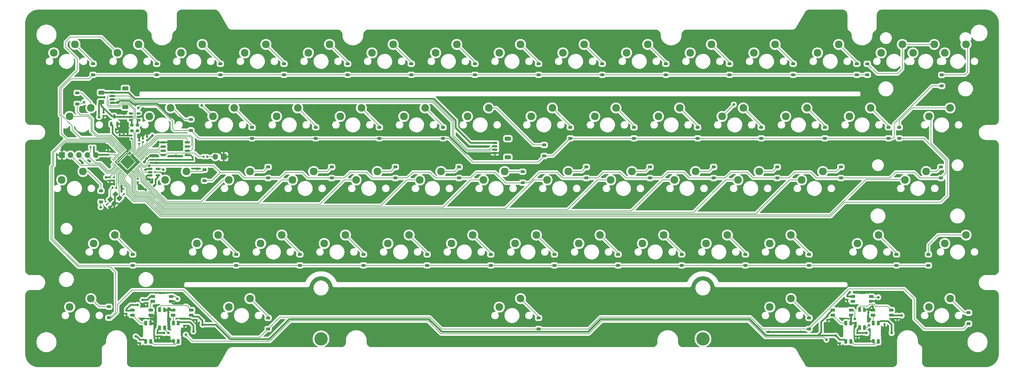
<source format=gbr>
%TF.GenerationSoftware,KiCad,Pcbnew,(7.0.0-0)*%
%TF.CreationDate,2023-06-08T00:14:41-07:00*%
%TF.ProjectId,popstar_plateless_with_flex_cuts,706f7073-7461-4725-9f70-6c6174656c65,rev?*%
%TF.SameCoordinates,Original*%
%TF.FileFunction,Copper,L2,Bot*%
%TF.FilePolarity,Positive*%
%FSLAX46Y46*%
G04 Gerber Fmt 4.6, Leading zero omitted, Abs format (unit mm)*
G04 Created by KiCad (PCBNEW (7.0.0-0)) date 2023-06-08 00:14:41*
%MOMM*%
%LPD*%
G01*
G04 APERTURE LIST*
G04 Aperture macros list*
%AMRoundRect*
0 Rectangle with rounded corners*
0 $1 Rounding radius*
0 $2 $3 $4 $5 $6 $7 $8 $9 X,Y pos of 4 corners*
0 Add a 4 corners polygon primitive as box body*
4,1,4,$2,$3,$4,$5,$6,$7,$8,$9,$2,$3,0*
0 Add four circle primitives for the rounded corners*
1,1,$1+$1,$2,$3*
1,1,$1+$1,$4,$5*
1,1,$1+$1,$6,$7*
1,1,$1+$1,$8,$9*
0 Add four rect primitives between the rounded corners*
20,1,$1+$1,$2,$3,$4,$5,0*
20,1,$1+$1,$4,$5,$6,$7,0*
20,1,$1+$1,$6,$7,$8,$9,0*
20,1,$1+$1,$8,$9,$2,$3,0*%
%AMRotRect*
0 Rectangle, with rotation*
0 The origin of the aperture is its center*
0 $1 length*
0 $2 width*
0 $3 Rotation angle, in degrees counterclockwise*
0 Add horizontal line*
21,1,$1,$2,0,0,$3*%
%AMFreePoly0*
4,1,18,-0.410000,0.593000,-0.403758,0.624380,-0.385983,0.650983,-0.359380,0.668758,-0.328000,0.675000,0.328000,0.675000,0.359380,0.668758,0.385983,0.650983,0.403758,0.624380,0.410000,0.593000,0.410000,-0.593000,0.403758,-0.624380,0.385983,-0.650983,0.359380,-0.668758,0.328000,-0.675000,0.000000,-0.675000,-0.410000,-0.265000,-0.410000,0.593000,-0.410000,0.593000,$1*%
G04 Aperture macros list end*
%TA.AperFunction,ComponentPad*%
%ADD10C,2.300000*%
%TD*%
%TA.AperFunction,ComponentPad*%
%ADD11C,4.000000*%
%TD*%
%TA.AperFunction,SMDPad,CuDef*%
%ADD12RoundRect,0.140000X0.170000X-0.140000X0.170000X0.140000X-0.170000X0.140000X-0.170000X-0.140000X0*%
%TD*%
%TA.AperFunction,SMDPad,CuDef*%
%ADD13RoundRect,0.140000X0.219203X0.021213X0.021213X0.219203X-0.219203X-0.021213X-0.021213X-0.219203X0*%
%TD*%
%TA.AperFunction,ComponentPad*%
%ADD14R,1.700000X1.700000*%
%TD*%
%TA.AperFunction,ComponentPad*%
%ADD15O,1.700000X1.700000*%
%TD*%
%TA.AperFunction,SMDPad,CuDef*%
%ADD16RoundRect,0.225000X0.375000X-0.225000X0.375000X0.225000X-0.375000X0.225000X-0.375000X-0.225000X0*%
%TD*%
%TA.AperFunction,SMDPad,CuDef*%
%ADD17RoundRect,0.150000X-0.650000X-0.150000X0.650000X-0.150000X0.650000X0.150000X-0.650000X0.150000X0*%
%TD*%
%TA.AperFunction,SMDPad,CuDef*%
%ADD18RoundRect,0.200000X-0.275000X0.200000X-0.275000X-0.200000X0.275000X-0.200000X0.275000X0.200000X0*%
%TD*%
%TA.AperFunction,SMDPad,CuDef*%
%ADD19RoundRect,0.150000X-0.625000X0.150000X-0.625000X-0.150000X0.625000X-0.150000X0.625000X0.150000X0*%
%TD*%
%TA.AperFunction,SMDPad,CuDef*%
%ADD20RoundRect,0.250000X-0.650000X0.350000X-0.650000X-0.350000X0.650000X-0.350000X0.650000X0.350000X0*%
%TD*%
%TA.AperFunction,SMDPad,CuDef*%
%ADD21RoundRect,0.140000X-0.170000X0.140000X-0.170000X-0.140000X0.170000X-0.140000X0.170000X0.140000X0*%
%TD*%
%TA.AperFunction,SMDPad,CuDef*%
%ADD22RoundRect,0.050000X0.309359X-0.238649X-0.238649X0.309359X-0.309359X0.238649X0.238649X-0.309359X0*%
%TD*%
%TA.AperFunction,SMDPad,CuDef*%
%ADD23RoundRect,0.050000X0.309359X0.238649X0.238649X0.309359X-0.309359X-0.238649X-0.238649X-0.309359X0*%
%TD*%
%TA.AperFunction,ComponentPad*%
%ADD24C,0.600000*%
%TD*%
%TA.AperFunction,SMDPad,CuDef*%
%ADD25RoundRect,0.144000X2.059095X0.000000X0.000000X2.059095X-2.059095X0.000000X0.000000X-2.059095X0*%
%TD*%
%TA.AperFunction,SMDPad,CuDef*%
%ADD26RoundRect,0.150000X0.150000X-0.512500X0.150000X0.512500X-0.150000X0.512500X-0.150000X-0.512500X0*%
%TD*%
%TA.AperFunction,SMDPad,CuDef*%
%ADD27RoundRect,0.082000X0.593000X-0.328000X0.593000X0.328000X-0.593000X0.328000X-0.593000X-0.328000X0*%
%TD*%
%TA.AperFunction,SMDPad,CuDef*%
%ADD28FreePoly0,90.000000*%
%TD*%
%TA.AperFunction,SMDPad,CuDef*%
%ADD29RoundRect,0.250000X-0.625000X0.375000X-0.625000X-0.375000X0.625000X-0.375000X0.625000X0.375000X0*%
%TD*%
%TA.AperFunction,SMDPad,CuDef*%
%ADD30RoundRect,0.135000X-0.135000X-0.185000X0.135000X-0.185000X0.135000X0.185000X-0.135000X0.185000X0*%
%TD*%
%TA.AperFunction,SMDPad,CuDef*%
%ADD31RoundRect,0.082000X-0.328000X-0.593000X0.328000X-0.593000X0.328000X0.593000X-0.328000X0.593000X0*%
%TD*%
%TA.AperFunction,SMDPad,CuDef*%
%ADD32FreePoly0,0.000000*%
%TD*%
%TA.AperFunction,SMDPad,CuDef*%
%ADD33RoundRect,0.082000X-0.593000X0.328000X-0.593000X-0.328000X0.593000X-0.328000X0.593000X0.328000X0*%
%TD*%
%TA.AperFunction,SMDPad,CuDef*%
%ADD34FreePoly0,270.000000*%
%TD*%
%TA.AperFunction,SMDPad,CuDef*%
%ADD35RoundRect,0.140000X-0.140000X-0.170000X0.140000X-0.170000X0.140000X0.170000X-0.140000X0.170000X0*%
%TD*%
%TA.AperFunction,SMDPad,CuDef*%
%ADD36RoundRect,0.082000X0.328000X0.593000X-0.328000X0.593000X-0.328000X-0.593000X0.328000X-0.593000X0*%
%TD*%
%TA.AperFunction,SMDPad,CuDef*%
%ADD37FreePoly0,180.000000*%
%TD*%
%TA.AperFunction,SMDPad,CuDef*%
%ADD38RotRect,1.400000X1.200000X45.000000*%
%TD*%
%TA.AperFunction,SMDPad,CuDef*%
%ADD39RoundRect,0.140000X0.140000X0.170000X-0.140000X0.170000X-0.140000X-0.170000X0.140000X-0.170000X0*%
%TD*%
%TA.AperFunction,SMDPad,CuDef*%
%ADD40RoundRect,0.140000X-0.219203X-0.021213X-0.021213X-0.219203X0.219203X0.021213X0.021213X0.219203X0*%
%TD*%
%TA.AperFunction,SMDPad,CuDef*%
%ADD41RoundRect,0.135000X0.135000X0.185000X-0.135000X0.185000X-0.135000X-0.185000X0.135000X-0.185000X0*%
%TD*%
%TA.AperFunction,SMDPad,CuDef*%
%ADD42RoundRect,0.150000X0.475000X0.150000X-0.475000X0.150000X-0.475000X-0.150000X0.475000X-0.150000X0*%
%TD*%
%TA.AperFunction,SMDPad,CuDef*%
%ADD43RoundRect,0.150000X-0.512500X-0.150000X0.512500X-0.150000X0.512500X0.150000X-0.512500X0.150000X0*%
%TD*%
%TA.AperFunction,ViaPad*%
%ADD44C,0.800000*%
%TD*%
%TA.AperFunction,ViaPad*%
%ADD45C,0.600000*%
%TD*%
%TA.AperFunction,Conductor*%
%ADD46C,0.200000*%
%TD*%
%TA.AperFunction,Conductor*%
%ADD47C,0.500000*%
%TD*%
G04 APERTURE END LIST*
D10*
%TO.P,SW15,1,1*%
%TO.N,COL13*%
X294640000Y-38735000D03*
%TO.P,SW15,2,2*%
%TO.N,Net-(D26-A)*%
X300990000Y-36195000D03*
%TD*%
%TO.P,SW22,1,1*%
%TO.N,COL05*%
X142240000Y-57785000D03*
%TO.P,SW22,2,2*%
%TO.N,Net-(D32-A)*%
X148590000Y-55245000D03*
%TD*%
%TO.P,SW55,1,1*%
%TO.N,COL12*%
X304165000Y-95885000D03*
%TO.P,SW55,2,2*%
%TO.N,Net-(D65-A)*%
X310515000Y-93345000D03*
%TD*%
%TO.P,SW29,1,1*%
%TO.N,COL12*%
X275590000Y-57785000D03*
%TO.P,SW29,2,2*%
%TO.N,Net-(D39-A)*%
X281940000Y-55245000D03*
%TD*%
%TO.P,SW33,1,1*%
%TO.N,COL03*%
X108902500Y-76835000D03*
%TO.P,SW33,2,2*%
%TO.N,Net-(D43-A)*%
X115252500Y-74295000D03*
%TD*%
%TO.P,SW25,1,1*%
%TO.N,COL08*%
X199390000Y-57785000D03*
%TO.P,SW25,2,2*%
%TO.N,Net-(D35-A)*%
X205740000Y-55245000D03*
%TD*%
%TO.P,SW53,1,1*%
%TO.N,COL10*%
X251777500Y-95885000D03*
%TO.P,SW53,2,2*%
%TO.N,Net-(D63-A)*%
X258127500Y-93345000D03*
%TD*%
%TO.P,SW17,1,1*%
%TO.N,COL00*%
X42227500Y-57785000D03*
%TO.P,SW17,2,2*%
%TO.N,Net-(D27-A)*%
X48577500Y-55245000D03*
%TD*%
%TO.P,SW41,1,1*%
%TO.N,COL11*%
X261302500Y-76835000D03*
%TO.P,SW41,2,2*%
%TO.N,Net-(D51-A)*%
X267652500Y-74295000D03*
%TD*%
%TO.P,SW36,1,1*%
%TO.N,COL06*%
X166052500Y-76835000D03*
%TO.P,SW36,2,2*%
%TO.N,Net-(D46-A)*%
X172402500Y-74295000D03*
%TD*%
%TO.P,SW47,1,1*%
%TO.N,COL04*%
X137477500Y-95885000D03*
%TO.P,SW47,2,2*%
%TO.N,Net-(D57-A)*%
X143827500Y-93345000D03*
%TD*%
%TO.P,SW11,1,1*%
%TO.N,COL09*%
X208915000Y-38735000D03*
%TO.P,SW11,2,2*%
%TO.N,Net-(D22-A)*%
X215265000Y-36195000D03*
%TD*%
%TO.P,SW45,1,1*%
%TO.N,COL02*%
X99377500Y-95885000D03*
%TO.P,SW45,2,2*%
%TO.N,Net-(D55-A)*%
X105727500Y-93345000D03*
%TD*%
%TO.P,SW57,1,1*%
%TO.N,COL02*%
X89852500Y-114935000D03*
%TO.P,SW57,2,2*%
%TO.N,Net-(D67-A)*%
X96202500Y-112395000D03*
%TD*%
%TO.P,SW56,1,1*%
%TO.N,COL00*%
X42227500Y-114935000D03*
%TO.P,SW56,2,2*%
%TO.N,Net-(D66-A)*%
X48577500Y-112395000D03*
%TD*%
%TO.P,SW24,1,1*%
%TO.N,COL07*%
X180340000Y-57785000D03*
%TO.P,SW24,2,2*%
%TO.N,Net-(D34-A)*%
X186690000Y-55245000D03*
%TD*%
%TO.P,SW59,1,1*%
%TO.N,COL10*%
X251777500Y-114935000D03*
%TO.P,SW59,2,2*%
%TO.N,Net-(D69-A)*%
X258127500Y-112395000D03*
%TD*%
%TO.P,SW7,1,1*%
%TO.N,COL05*%
X132715000Y-38735000D03*
%TO.P,SW7,2,2*%
%TO.N,Net-(D18-A)*%
X139065000Y-36195000D03*
%TD*%
%TO.P,SW20,1,1*%
%TO.N,COL03*%
X104140000Y-57785000D03*
%TO.P,SW20,2,2*%
%TO.N,Net-(D30-A)*%
X110490000Y-55245000D03*
%TD*%
%TO.P,SW2,1,1*%
%TO.N,COL00*%
X37465000Y-38735000D03*
%TO.P,SW2,2,2*%
%TO.N,Net-(D13-A)*%
X43815000Y-36195000D03*
%TD*%
%TO.P,SW31,1,1*%
%TO.N,COL01*%
X70802500Y-76835000D03*
%TO.P,SW31,2,2*%
%TO.N,Net-(D41-A)*%
X77152500Y-74295000D03*
%TD*%
%TO.P,SW27,1,1*%
%TO.N,COL10*%
X237490000Y-57785000D03*
%TO.P,SW27,2,2*%
%TO.N,Net-(D37-A)*%
X243840000Y-55245000D03*
%TD*%
%TO.P,SW32,1,1*%
%TO.N,COL02*%
X89852500Y-76835000D03*
%TO.P,SW32,2,2*%
%TO.N,Net-(D42-A)*%
X96202500Y-74295000D03*
%TD*%
%TO.P,SW34,1,1*%
%TO.N,COL04*%
X127952500Y-76835000D03*
%TO.P,SW34,2,2*%
%TO.N,Net-(D44-A)*%
X134302500Y-74295000D03*
%TD*%
%TO.P,SW37,1,1*%
%TO.N,COL07*%
X185102500Y-76835000D03*
%TO.P,SW37,2,2*%
%TO.N,Net-(D47-A)*%
X191452500Y-74295000D03*
%TD*%
%TO.P,SW10,1,1*%
%TO.N,COL08*%
X189865000Y-38735000D03*
%TO.P,SW10,2,2*%
%TO.N,Net-(D21-A)*%
X196215000Y-36195000D03*
%TD*%
%TO.P,SW21,1,1*%
%TO.N,COL04*%
X123190000Y-57785000D03*
%TO.P,SW21,2,2*%
%TO.N,Net-(D31-A)*%
X129540000Y-55245000D03*
%TD*%
%TO.P,SW3,1,1*%
%TO.N,COL01*%
X56515000Y-38735000D03*
%TO.P,SW3,2,2*%
%TO.N,Net-(D14-A)*%
X62865000Y-36195000D03*
%TD*%
%TO.P,SW38,1,1*%
%TO.N,COL08*%
X204152500Y-76835000D03*
%TO.P,SW38,2,2*%
%TO.N,Net-(D48-A)*%
X210502500Y-74295000D03*
%TD*%
%TO.P,SW50,1,1*%
%TO.N,COL07*%
X194627500Y-95885000D03*
%TO.P,SW50,2,2*%
%TO.N,Net-(D60-A)*%
X200977500Y-93345000D03*
%TD*%
%TO.P,SW52,1,1*%
%TO.N,COL09*%
X232727500Y-95885000D03*
%TO.P,SW52,2,2*%
%TO.N,Net-(D62-A)*%
X239077500Y-93345000D03*
%TD*%
%TO.P,SW13,1,1*%
%TO.N,COL11*%
X247015000Y-38735000D03*
%TO.P,SW13,2,2*%
%TO.N,Net-(D24-A)*%
X253365000Y-36195000D03*
%TD*%
%TO.P,SW35,1,1*%
%TO.N,COL05*%
X147002500Y-76835000D03*
%TO.P,SW35,2,2*%
%TO.N,Net-(D45-A)*%
X153352500Y-74295000D03*
%TD*%
%TO.P,SW39,1,1*%
%TO.N,COL09*%
X223202500Y-76835000D03*
%TO.P,SW39,2,2*%
%TO.N,Net-(D49-A)*%
X229552500Y-74295000D03*
%TD*%
%TO.P,SW23,1,1*%
%TO.N,COL06*%
X161290000Y-57785000D03*
%TO.P,SW23,2,2*%
%TO.N,Net-(D33-A)*%
X167640000Y-55245000D03*
%TD*%
%TO.P,SW51,1,1*%
%TO.N,COL08*%
X213677500Y-95885000D03*
%TO.P,SW51,2,2*%
%TO.N,Net-(D61-A)*%
X220027500Y-93345000D03*
%TD*%
%TO.P,SW43,1,1*%
%TO.N,COL00*%
X49371250Y-95885000D03*
%TO.P,SW43,2,2*%
%TO.N,Net-(D53-A)*%
X55721250Y-93345000D03*
%TD*%
%TO.P,SW61,1,1*%
%TO.N,COL13*%
X304165000Y-38735000D03*
%TO.P,SW61,2,2*%
%TO.N,Net-(D71-A)*%
X310515000Y-36195000D03*
%TD*%
%TO.P,SW44,1,1*%
%TO.N,COL01*%
X80327500Y-95885000D03*
%TO.P,SW44,2,2*%
%TO.N,Net-(D54-A)*%
X86677500Y-93345000D03*
%TD*%
%TO.P,SW58,1,1*%
%TO.N,COL06*%
X170815000Y-114935000D03*
%TO.P,SW58,2,2*%
%TO.N,Net-(D68-A)*%
X177165000Y-112395000D03*
%TD*%
D11*
%TO.P,S3,*%
%TO.N,*%
X231775000Y-124460000D03*
X117475000Y-124460000D03*
%TD*%
D10*
%TO.P,SW18,1,1*%
%TO.N,COL01*%
X66040000Y-57785000D03*
%TO.P,SW18,2,2*%
%TO.N,Net-(D28-A)*%
X72390000Y-55245000D03*
%TD*%
%TO.P,SW5,1,1*%
%TO.N,COL03*%
X94615000Y-38735000D03*
%TO.P,SW5,2,2*%
%TO.N,Net-(D16-A)*%
X100965000Y-36195000D03*
%TD*%
%TO.P,SW6,1,1*%
%TO.N,COL04*%
X113665000Y-38735000D03*
%TO.P,SW6,2,2*%
%TO.N,Net-(D17-A)*%
X120015000Y-36195000D03*
%TD*%
%TO.P,SW28,1,1*%
%TO.N,COL11*%
X256540000Y-57785000D03*
%TO.P,SW28,2,2*%
%TO.N,Net-(D38-A)*%
X262890000Y-55245000D03*
%TD*%
%TO.P,SW48,1,1*%
%TO.N,COL05*%
X156527500Y-95885000D03*
%TO.P,SW48,2,2*%
%TO.N,Net-(D58-A)*%
X162877500Y-93345000D03*
%TD*%
%TO.P,SW60,1,1*%
%TO.N,COL13*%
X299402500Y-114935000D03*
%TO.P,SW60,2,2*%
%TO.N,Net-(D70-A)*%
X305752500Y-112395000D03*
%TD*%
%TO.P,SW49,1,1*%
%TO.N,COL06*%
X175577500Y-95885000D03*
%TO.P,SW49,2,2*%
%TO.N,Net-(D59-A)*%
X181927500Y-93345000D03*
%TD*%
%TO.P,SW30,1,1*%
%TO.N,COL00*%
X39846250Y-76835000D03*
%TO.P,SW30,2,2*%
%TO.N,Net-(D40-A)*%
X46196250Y-74295000D03*
%TD*%
%TO.P,SW26,1,1*%
%TO.N,COL09*%
X218440000Y-57785000D03*
%TO.P,SW26,2,2*%
%TO.N,Net-(D36-A)*%
X224790000Y-55245000D03*
%TD*%
%TO.P,SW62,1,1*%
%TO.N,COL13*%
X299402500Y-57785000D03*
%TO.P,SW62,2,2*%
%TO.N,Net-(D72-A)*%
X305752500Y-55245000D03*
%TD*%
%TO.P,SW16,1,1*%
%TO.N,COL13*%
X285115000Y-38735000D03*
%TO.P,SW16,2,2*%
%TO.N,Net-(D26-A)*%
X291465000Y-36195000D03*
%TD*%
%TO.P,SW14,1,1*%
%TO.N,COL12*%
X266065000Y-38735000D03*
%TO.P,SW14,2,2*%
%TO.N,Net-(D25-A)*%
X272415000Y-36195000D03*
%TD*%
%TO.P,SW46,1,1*%
%TO.N,COL03*%
X118427500Y-95885000D03*
%TO.P,SW46,2,2*%
%TO.N,Net-(D56-A)*%
X124777500Y-93345000D03*
%TD*%
%TO.P,SW40,1,1*%
%TO.N,COL10*%
X242252500Y-76835000D03*
%TO.P,SW40,2,2*%
%TO.N,Net-(D50-A)*%
X248602500Y-74295000D03*
%TD*%
%TO.P,SW12,1,1*%
%TO.N,COL10*%
X227965000Y-38735000D03*
%TO.P,SW12,2,2*%
%TO.N,Net-(D23-A)*%
X234315000Y-36195000D03*
%TD*%
%TO.P,SW9,1,1*%
%TO.N,COL07*%
X170815000Y-38735000D03*
%TO.P,SW9,2,2*%
%TO.N,Net-(D20-A)*%
X177165000Y-36195000D03*
%TD*%
%TO.P,SW19,1,1*%
%TO.N,COL02*%
X85090000Y-57785000D03*
%TO.P,SW19,2,2*%
%TO.N,Net-(D29-A)*%
X91440000Y-55245000D03*
%TD*%
%TO.P,SW42,1,1*%
%TO.N,COL12*%
X292258750Y-76835000D03*
%TO.P,SW42,2,2*%
%TO.N,Net-(D52-A)*%
X298608750Y-74295000D03*
%TD*%
%TO.P,SW4,1,1*%
%TO.N,COL02*%
X75565000Y-38735000D03*
%TO.P,SW4,2,2*%
%TO.N,Net-(D15-A)*%
X81915000Y-36195000D03*
%TD*%
%TO.P,SW8,1,1*%
%TO.N,COL06*%
X151765000Y-38735000D03*
%TO.P,SW8,2,2*%
%TO.N,Net-(D19-A)*%
X158115000Y-36195000D03*
%TD*%
%TO.P,SW54,1,1*%
%TO.N,COL11*%
X277971250Y-95885000D03*
%TO.P,SW54,2,2*%
%TO.N,Net-(D64-A)*%
X284321250Y-93345000D03*
%TD*%
D12*
%TO.P,C4,1*%
%TO.N,+3V3*%
X57200000Y-64480000D03*
%TO.P,C4,2*%
%TO.N,GND*%
X57200000Y-63520000D03*
%TD*%
D13*
%TO.P,C14,1*%
%TO.N,GND*%
X54057411Y-84871411D03*
%TO.P,C14,2*%
%TO.N,/XTAL_O*%
X53378589Y-84192589D03*
%TD*%
D14*
%TO.P,J2,1,Pin_1*%
%TO.N,GND*%
X39919999Y-69341999D03*
D15*
%TO.P,J2,2,Pin_2*%
%TO.N,SWCLK*%
X42459999Y-69341999D03*
%TO.P,J2,3,Pin_3*%
%TO.N,SWD*%
X44999999Y-69341999D03*
%TO.P,J2,4,Pin_4*%
%TO.N,~{RESET}*%
X47539999Y-69341999D03*
%TO.P,J2,5,Pin_5*%
%TO.N,+3V3*%
X50079999Y-69341999D03*
%TD*%
D16*
%TO.P,D60,1,K*%
%TO.N,ROW3*%
X206375000Y-102456250D03*
%TO.P,D60,2,A*%
%TO.N,Net-(D60-A)*%
X206375000Y-99156250D03*
%TD*%
%TO.P,D53,1,K*%
%TO.N,ROW3*%
X61118750Y-102456250D03*
%TO.P,D53,2,A*%
%TO.N,Net-(D53-A)*%
X61118750Y-99156250D03*
%TD*%
D17*
%TO.P,U4,1,~{CS}*%
%TO.N,CS*%
X70218750Y-69373750D03*
%TO.P,U4,2,DO(IO1)*%
%TO.N,SD1*%
X70218750Y-68103750D03*
%TO.P,U4,3,IO2*%
%TO.N,SD2*%
X70218750Y-66833750D03*
%TO.P,U4,4,GND*%
%TO.N,GND*%
X70218750Y-65563750D03*
%TO.P,U4,5,DI(IO0)*%
%TO.N,SD0*%
X77418750Y-65563750D03*
%TO.P,U4,6,CLK*%
%TO.N,QSPI_CLK*%
X77418750Y-66833750D03*
%TO.P,U4,7,IO3*%
%TO.N,SD3*%
X77418750Y-68103750D03*
%TO.P,U4,8,VCC*%
%TO.N,+3V3*%
X77418750Y-69373750D03*
%TD*%
D16*
%TO.P,D28,1,K*%
%TO.N,ROW1*%
X78500000Y-61975000D03*
%TO.P,D28,2,A*%
%TO.N,Net-(D28-A)*%
X78500000Y-58675000D03*
%TD*%
%TO.P,D34,1,K*%
%TO.N,ROW1*%
X192087500Y-64356250D03*
%TO.P,D34,2,A*%
%TO.N,Net-(D34-A)*%
X192087500Y-61056250D03*
%TD*%
%TO.P,D19,1,K*%
%TO.N,ROW0*%
X163512500Y-45306250D03*
%TO.P,D19,2,A*%
%TO.N,Net-(D19-A)*%
X163512500Y-42006250D03*
%TD*%
%TO.P,D26,1,K*%
%TO.N,ROW0*%
X280987500Y-45306250D03*
%TO.P,D26,2,A*%
%TO.N,Net-(D26-A)*%
X280987500Y-42006250D03*
%TD*%
%TO.P,D18,1,K*%
%TO.N,ROW0*%
X144462500Y-45306250D03*
%TO.P,D18,2,A*%
%TO.N,Net-(D18-A)*%
X144462500Y-42006250D03*
%TD*%
D18*
%TO.P,R2,1*%
%TO.N,D_P*%
X62484000Y-60425000D03*
%TO.P,R2,2*%
%TO.N,/D_+*%
X62484000Y-62075000D03*
%TD*%
D19*
%TO.P,J2,1,Pin_1*%
%TO.N,VBUS*%
X169500000Y-65750000D03*
%TO.P,J2,2,Pin_2*%
%TO.N,D_N*%
X169500000Y-66750000D03*
%TO.P,J2,3,Pin_3*%
%TO.N,D_P*%
X169500000Y-67750000D03*
%TO.P,J2,4,Pin_4*%
%TO.N,GND*%
X169500000Y-68750000D03*
D20*
%TO.P,J2,MP*%
%TO.N,N/C*%
X173375000Y-64450000D03*
X173375000Y-70050000D03*
%TD*%
D16*
%TO.P,D22,1,K*%
%TO.N,ROW0*%
X220662500Y-45306250D03*
%TO.P,D22,2,A*%
%TO.N,Net-(D22-A)*%
X220662500Y-42006250D03*
%TD*%
D21*
%TO.P,C23,1*%
%TO.N,5V*%
X80250000Y-117820000D03*
%TO.P,C23,2*%
%TO.N,GND*%
X80250000Y-118780000D03*
%TD*%
D16*
%TO.P,D72,1,K*%
%TO.N,ROW2*%
X290512500Y-64356250D03*
%TO.P,D72,2,A*%
%TO.N,Net-(D72-A)*%
X290512500Y-61056250D03*
%TD*%
%TO.P,D51,1,K*%
%TO.N,ROW2*%
X273050000Y-76262500D03*
%TO.P,D51,2,A*%
%TO.N,Net-(D51-A)*%
X273050000Y-72962500D03*
%TD*%
%TO.P,D31,1,K*%
%TO.N,ROW1*%
X134937500Y-64356250D03*
%TO.P,D31,2,A*%
%TO.N,Net-(D31-A)*%
X134937500Y-61056250D03*
%TD*%
%TO.P,D27,1,K*%
%TO.N,ROW1*%
X44450000Y-54037500D03*
%TO.P,D27,2,A*%
%TO.N,Net-(D27-A)*%
X44450000Y-50737500D03*
%TD*%
%TO.P,D54,1,K*%
%TO.N,ROW3*%
X92075000Y-102456250D03*
%TO.P,D54,2,A*%
%TO.N,Net-(D54-A)*%
X92075000Y-99156250D03*
%TD*%
D21*
%TO.P,C5,1*%
%TO.N,+3V3*%
X66421000Y-70767000D03*
%TO.P,C5,2*%
%TO.N,GND*%
X66421000Y-71727000D03*
%TD*%
D16*
%TO.P,D67,1,K*%
%TO.N,ROW4*%
X101600000Y-121506250D03*
%TO.P,D67,2,A*%
%TO.N,Net-(D67-A)*%
X101600000Y-118206250D03*
%TD*%
%TO.P,D40,1,K*%
%TO.N,ROW2*%
X51593750Y-83406250D03*
%TO.P,D40,2,A*%
%TO.N,Net-(D40-A)*%
X51593750Y-80106250D03*
%TD*%
%TO.P,D46,1,K*%
%TO.N,ROW2*%
X177800000Y-77650000D03*
%TO.P,D46,2,A*%
%TO.N,Net-(D46-A)*%
X177800000Y-74350000D03*
%TD*%
%TO.P,D42,1,K*%
%TO.N,ROW2*%
X101600000Y-76262500D03*
%TO.P,D42,2,A*%
%TO.N,Net-(D42-A)*%
X101600000Y-72962500D03*
%TD*%
%TO.P,D17,1,K*%
%TO.N,ROW0*%
X125412500Y-45306250D03*
%TO.P,D17,2,A*%
%TO.N,Net-(D17-A)*%
X125412500Y-42006250D03*
%TD*%
%TO.P,D41,1,K*%
%TO.N,ROW2*%
X82550000Y-77056250D03*
%TO.P,D41,2,A*%
%TO.N,Net-(D41-A)*%
X82550000Y-73756250D03*
%TD*%
%TO.P,D69,1,K*%
%TO.N,ROW4*%
X263525000Y-121506250D03*
%TO.P,D69,2,A*%
%TO.N,Net-(D69-A)*%
X263525000Y-118206250D03*
%TD*%
D22*
%TO.P,U6,1,IOVDD*%
%TO.N,+3V3*%
X63800407Y-72029702D03*
%TO.P,U6,2,GPIO0*%
%TO.N,ROW2*%
X63517564Y-72312545D03*
%TO.P,U6,3,GPIO1*%
%TO.N,ARGB_3V3*%
X63234722Y-72595387D03*
%TO.P,U6,4,GPIO2*%
%TO.N,unconnected-(U6-GPIO2-Pad4)*%
X62951879Y-72878230D03*
%TO.P,U6,5,GPIO3*%
%TO.N,unconnected-(U6-GPIO3-Pad5)*%
X62669036Y-73161073D03*
%TO.P,U6,6,GPIO4*%
%TO.N,COL02*%
X62386194Y-73443915D03*
%TO.P,U6,7,GPIO5*%
%TO.N,COL03*%
X62103351Y-73726758D03*
%TO.P,U6,8,GPIO6*%
%TO.N,COL04*%
X61820508Y-74009601D03*
%TO.P,U6,9,GPIO7*%
%TO.N,COL05*%
X61537665Y-74292444D03*
%TO.P,U6,10,IOVDD*%
%TO.N,+3V3*%
X61254823Y-74575286D03*
%TO.P,U6,11,GPIO8*%
%TO.N,COL06*%
X60971980Y-74858129D03*
%TO.P,U6,12,GPIO9*%
%TO.N,COL07*%
X60689137Y-75140972D03*
%TO.P,U6,13,GPIO10*%
%TO.N,COL08*%
X60406295Y-75423814D03*
%TO.P,U6,14,GPIO11*%
%TO.N,COL09*%
X60123452Y-75706657D03*
D23*
%TO.P,U6,15,GPIO12*%
%TO.N,COL10*%
X58939048Y-75706657D03*
%TO.P,U6,16,GPIO13*%
%TO.N,COL11*%
X58656205Y-75423814D03*
%TO.P,U6,17,GPIO14*%
%TO.N,COL12*%
X58373363Y-75140972D03*
%TO.P,U6,18,GPIO15*%
%TO.N,COL13*%
X58090520Y-74858129D03*
%TO.P,U6,19,TESTEN*%
%TO.N,GND*%
X57807677Y-74575286D03*
%TO.P,U6,20,XTAL_IN*%
%TO.N,XTAL_IN*%
X57524835Y-74292444D03*
%TO.P,U6,21,XTAL_OUT*%
%TO.N,XTAL_OUT*%
X57241992Y-74009601D03*
%TO.P,U6,22,IOVDD*%
%TO.N,+3V3*%
X56959149Y-73726758D03*
%TO.P,U6,23,DVDD*%
%TO.N,+1V1*%
X56676306Y-73443915D03*
%TO.P,U6,24,SWCLK*%
%TO.N,SWCLK*%
X56393464Y-73161073D03*
%TO.P,U6,25,SWDIO*%
%TO.N,SWD*%
X56110621Y-72878230D03*
%TO.P,U6,26,~{RUN}*%
%TO.N,~{RESET}*%
X55827778Y-72595387D03*
%TO.P,U6,27,GPIO16*%
%TO.N,unconnected-(U6-GPIO16-Pad27)*%
X55544936Y-72312545D03*
%TO.P,U6,28,GPIO17*%
%TO.N,unconnected-(U6-GPIO17-Pad28)*%
X55262093Y-72029702D03*
D22*
%TO.P,U6,29,GPIO18*%
%TO.N,unconnected-(U6-GPIO18-Pad29)*%
X55262093Y-70845298D03*
%TO.P,U6,30,GPIO19*%
%TO.N,unconnected-(U6-GPIO19-Pad30)*%
X55544936Y-70562455D03*
%TO.P,U6,31,GPIO20*%
%TO.N,unconnected-(U6-GPIO20-Pad31)*%
X55827778Y-70279613D03*
%TO.P,U6,32,GPIO21*%
%TO.N,unconnected-(U6-GPIO21-Pad32)*%
X56110621Y-69996770D03*
%TO.P,U6,33,IOVDD*%
%TO.N,+3V3*%
X56393464Y-69713927D03*
%TO.P,U6,34,GPIO22*%
%TO.N,unconnected-(U6-GPIO22-Pad34)*%
X56676306Y-69431085D03*
%TO.P,U6,35,GPIO23*%
%TO.N,unconnected-(U6-GPIO23-Pad35)*%
X56959149Y-69148242D03*
%TO.P,U6,36,GPIO24*%
%TO.N,ROW3*%
X57241992Y-68865399D03*
%TO.P,U6,37,GPIO25*%
%TO.N,ROW4*%
X57524835Y-68582556D03*
%TO.P,U6,38,GPIO26/ADC0*%
%TO.N,COL01*%
X57807677Y-68299714D03*
%TO.P,U6,39,GPIO27/ADC1*%
%TO.N,ROW0*%
X58090520Y-68016871D03*
%TO.P,U6,40,GPIO28/ADC2*%
%TO.N,COL00*%
X58373363Y-67734028D03*
%TO.P,U6,41,GPIO29/ADC3*%
%TO.N,ROW1*%
X58656205Y-67451186D03*
%TO.P,U6,42,IOVDD*%
%TO.N,+3V3*%
X58939048Y-67168343D03*
D23*
%TO.P,U6,43,ADC_AVDD*%
X60123452Y-67168343D03*
%TO.P,U6,44,VREG_VIN*%
X60406295Y-67451186D03*
%TO.P,U6,45,VREG_VOUT*%
%TO.N,+1V1*%
X60689137Y-67734028D03*
%TO.P,U6,46,D-*%
%TO.N,/D_-*%
X60971980Y-68016871D03*
%TO.P,U6,47,D+*%
%TO.N,/D_+*%
X61254823Y-68299714D03*
%TO.P,U6,48,USB_VDD*%
%TO.N,+3V3*%
X61537665Y-68582556D03*
%TO.P,U6,49,IOVDD*%
X61820508Y-68865399D03*
%TO.P,U6,50,DVDD*%
%TO.N,+1V1*%
X62103351Y-69148242D03*
%TO.P,U6,51,QSPI_SD3*%
%TO.N,SD3*%
X62386194Y-69431085D03*
%TO.P,U6,52,QSPI_SCLK*%
%TO.N,QSPI_CLK*%
X62669036Y-69713927D03*
%TO.P,U6,53,QSPI_SD0*%
%TO.N,SD0*%
X62951879Y-69996770D03*
%TO.P,U6,54,QSPI_SD2*%
%TO.N,SD2*%
X63234722Y-70279613D03*
%TO.P,U6,55,QSPI_SD1*%
%TO.N,SD1*%
X63517564Y-70562455D03*
%TO.P,U6,56,QSPI_SS_N*%
%TO.N,CS*%
X63800407Y-70845298D03*
D24*
%TO.P,U6,57,GND*%
%TO.N,GND*%
X59531250Y-73240622D03*
X60432811Y-72339061D03*
X61334372Y-71437500D03*
X58629689Y-72339061D03*
X59531250Y-71437500D03*
D25*
X59531250Y-71437500D03*
D24*
X60432811Y-70535939D03*
X57728128Y-71437500D03*
X58629689Y-70535939D03*
X59531250Y-69634378D03*
%TD*%
D16*
%TO.P,D37,1,K*%
%TO.N,ROW1*%
X249237500Y-64356250D03*
%TO.P,D37,2,A*%
%TO.N,Net-(D37-A)*%
X249237500Y-61056250D03*
%TD*%
%TO.P,D15,1,K*%
%TO.N,ROW0*%
X87312500Y-45306250D03*
%TO.P,D15,2,A*%
%TO.N,Net-(D15-A)*%
X87312500Y-42006250D03*
%TD*%
D12*
%TO.P,C10,1*%
%TO.N,+3V3*%
X59600000Y-64480000D03*
%TO.P,C10,2*%
%TO.N,GND*%
X59600000Y-63520000D03*
%TD*%
D16*
%TO.P,D35,1,K*%
%TO.N,ROW1*%
X211137500Y-64356250D03*
%TO.P,D35,2,A*%
%TO.N,Net-(D35-A)*%
X211137500Y-61056250D03*
%TD*%
D26*
%TO.P,U2,1,GND*%
%TO.N,GND*%
X56512500Y-60065500D03*
%TO.P,U2,2,VO*%
%TO.N,+3V3*%
X54612500Y-60065500D03*
%TO.P,U2,3,VI*%
%TO.N,5V*%
X55562500Y-57790500D03*
%TD*%
D16*
%TO.P,D44,1,K*%
%TO.N,ROW2*%
X139700000Y-76262500D03*
%TO.P,D44,2,A*%
%TO.N,Net-(D44-A)*%
X139700000Y-72962500D03*
%TD*%
D21*
%TO.P,C25,1*%
%TO.N,5V*%
X269000000Y-117770000D03*
%TO.P,C25,2*%
%TO.N,GND*%
X269000000Y-118730000D03*
%TD*%
D12*
%TO.P,C11,1*%
%TO.N,+3V3*%
X62992000Y-66012000D03*
%TO.P,C11,2*%
%TO.N,GND*%
X62992000Y-65052000D03*
%TD*%
D16*
%TO.P,D56,1,K*%
%TO.N,ROW3*%
X130175000Y-102456250D03*
%TO.P,D56,2,A*%
%TO.N,Net-(D56-A)*%
X130175000Y-99156250D03*
%TD*%
D27*
%TO.P,D12,1,VDD*%
%TO.N,5V*%
X276675000Y-111750000D03*
%TO.P,D12,2,DOUT*%
%TO.N,unconnected-(D12-DOUT-Pad2)*%
X276675000Y-113250000D03*
%TO.P,D12,3,DIN*%
%TO.N,Net-(D11-DOUT)*%
X282125000Y-111750000D03*
D28*
%TO.P,D12,4,VSS*%
%TO.N,GND*%
X282124999Y-113249999D03*
%TD*%
D27*
%TO.P,D1,1,VDD*%
%TO.N,5V*%
X67125000Y-111750000D03*
%TO.P,D1,2,DOUT*%
%TO.N,Net-(D1-DOUT)*%
X67125000Y-113250000D03*
%TO.P,D1,3,DIN*%
%TO.N,ARGB_5V*%
X72575000Y-111750000D03*
D28*
%TO.P,D1,4,VSS*%
%TO.N,GND*%
X72574999Y-113249999D03*
%TD*%
D16*
%TO.P,D30,1,K*%
%TO.N,ROW1*%
X115887500Y-64356250D03*
%TO.P,D30,2,A*%
%TO.N,Net-(D30-A)*%
X115887500Y-61056250D03*
%TD*%
%TO.P,D49,1,K*%
%TO.N,ROW2*%
X234950000Y-76262500D03*
%TO.P,D49,2,A*%
%TO.N,Net-(D49-A)*%
X234950000Y-72962500D03*
%TD*%
D27*
%TO.P,D2,1,VDD*%
%TO.N,5V*%
X61025000Y-115850000D03*
%TO.P,D2,2,DOUT*%
%TO.N,Net-(D2-DOUT)*%
X61025000Y-117350000D03*
%TO.P,D2,3,DIN*%
%TO.N,Net-(D1-DOUT)*%
X66475000Y-115850000D03*
D28*
%TO.P,D2,4,VSS*%
%TO.N,GND*%
X66474999Y-117349999D03*
%TD*%
D16*
%TO.P,D43,1,K*%
%TO.N,ROW2*%
X120650000Y-76262500D03*
%TO.P,D43,2,A*%
%TO.N,Net-(D43-A)*%
X120650000Y-72962500D03*
%TD*%
%TO.P,D58,1,K*%
%TO.N,ROW3*%
X168275000Y-102456250D03*
%TO.P,D58,2,A*%
%TO.N,Net-(D58-A)*%
X168275000Y-99156250D03*
%TD*%
D21*
%TO.P,C24,1*%
%TO.N,5V*%
X68500000Y-122770000D03*
%TO.P,C24,2*%
%TO.N,GND*%
X68500000Y-123730000D03*
%TD*%
D12*
%TO.P,C6,1*%
%TO.N,+3V3*%
X58400000Y-64480000D03*
%TO.P,C6,2*%
%TO.N,GND*%
X58400000Y-63520000D03*
%TD*%
D29*
%TO.P,F1,1*%
%TO.N,VBUS*%
X51689000Y-50670000D03*
%TO.P,F1,2*%
%TO.N,5V*%
X51689000Y-53470000D03*
%TD*%
D16*
%TO.P,D63,1,K*%
%TO.N,ROW3*%
X263525000Y-102456250D03*
%TO.P,D63,2,A*%
%TO.N,Net-(D63-A)*%
X263525000Y-99156250D03*
%TD*%
%TO.P,D16,1,K*%
%TO.N,ROW0*%
X106362500Y-45306250D03*
%TO.P,D16,2,A*%
%TO.N,Net-(D16-A)*%
X106362500Y-42006250D03*
%TD*%
%TO.P,D29,1,K*%
%TO.N,ROW1*%
X96837500Y-64356250D03*
%TO.P,D29,2,A*%
%TO.N,Net-(D29-A)*%
X96837500Y-61056250D03*
%TD*%
D12*
%TO.P,C2,1*%
%TO.N,+1V1*%
X60770000Y-64480000D03*
%TO.P,C2,2*%
%TO.N,GND*%
X60770000Y-63520000D03*
%TD*%
D21*
%TO.P,C19,1*%
%TO.N,5V*%
X65500000Y-112770000D03*
%TO.P,C19,2*%
%TO.N,GND*%
X65500000Y-113730000D03*
%TD*%
D30*
%TO.P,R4,1*%
%TO.N,/XTAL_O*%
X55113000Y-79198000D03*
%TO.P,R4,2*%
%TO.N,XTAL_OUT*%
X56133000Y-79198000D03*
%TD*%
D16*
%TO.P,D38,1,K*%
%TO.N,ROW1*%
X268287500Y-64356250D03*
%TO.P,D38,2,A*%
%TO.N,Net-(D38-A)*%
X268287500Y-61056250D03*
%TD*%
D21*
%TO.P,C20,1*%
%TO.N,5V*%
X59250000Y-116020000D03*
%TO.P,C20,2*%
%TO.N,GND*%
X59250000Y-116980000D03*
%TD*%
D19*
%TO.P,J1,1,Pin_1*%
%TO.N,VBUS*%
X55023000Y-50697000D03*
%TO.P,J1,2,Pin_2*%
%TO.N,D_N*%
X55023000Y-51697000D03*
%TO.P,J1,3,Pin_3*%
%TO.N,D_P*%
X55023000Y-52697000D03*
%TO.P,J1,4,Pin_4*%
%TO.N,GND*%
X55023000Y-53697000D03*
D20*
%TO.P,J1,MP*%
%TO.N,N/C*%
X58898000Y-49397000D03*
X58898000Y-54997000D03*
%TD*%
D16*
%TO.P,D55,1,K*%
%TO.N,ROW3*%
X111125000Y-102456250D03*
%TO.P,D55,2,A*%
%TO.N,Net-(D55-A)*%
X111125000Y-99156250D03*
%TD*%
%TO.P,D68,1,K*%
%TO.N,ROW4*%
X182562500Y-121506250D03*
%TO.P,D68,2,A*%
%TO.N,Net-(D68-A)*%
X182562500Y-118206250D03*
%TD*%
%TO.P,D62,1,K*%
%TO.N,ROW3*%
X244475000Y-102456250D03*
%TO.P,D62,2,A*%
%TO.N,Net-(D62-A)*%
X244475000Y-99156250D03*
%TD*%
D21*
%TO.P,C27,1*%
%TO.N,5V*%
X286100000Y-119120000D03*
%TO.P,C27,2*%
%TO.N,GND*%
X286100000Y-120080000D03*
%TD*%
%TO.P,C3,1*%
%TO.N,+1V1*%
X54229000Y-76033750D03*
%TO.P,C3,2*%
%TO.N,GND*%
X54229000Y-76993750D03*
%TD*%
D16*
%TO.P,D47,1,K*%
%TO.N,ROW2*%
X196850000Y-76262500D03*
%TO.P,D47,2,A*%
%TO.N,Net-(D47-A)*%
X196850000Y-72962500D03*
%TD*%
%TO.P,D21,1,K*%
%TO.N,ROW0*%
X201612500Y-45306250D03*
%TO.P,D21,2,A*%
%TO.N,Net-(D21-A)*%
X201612500Y-42006250D03*
%TD*%
D21*
%TO.P,C12,1*%
%TO.N,+3V3*%
X62611000Y-76520000D03*
%TO.P,C12,2*%
%TO.N,GND*%
X62611000Y-77480000D03*
%TD*%
D12*
%TO.P,C1,1*%
%TO.N,+1V1*%
X65405000Y-64869000D03*
%TO.P,C1,2*%
%TO.N,GND*%
X65405000Y-63909000D03*
%TD*%
D31*
%TO.P,D4,1,VDD*%
%TO.N,5V*%
X74750000Y-119775000D03*
%TO.P,D4,2,DOUT*%
%TO.N,Net-(D4-DOUT)*%
X73250000Y-119775000D03*
%TO.P,D4,3,DIN*%
%TO.N,Net-(D3-DOUT)*%
X74750000Y-125225000D03*
D32*
%TO.P,D4,4,VSS*%
%TO.N,GND*%
X73249999Y-125224999D03*
%TD*%
D33*
%TO.P,D5,1,VDD*%
%TO.N,5V*%
X78625000Y-117350000D03*
%TO.P,D5,2,DOUT*%
%TO.N,Net-(D5-DOUT)*%
X78625000Y-115850000D03*
%TO.P,D5,3,DIN*%
%TO.N,Net-(D4-DOUT)*%
X73175000Y-117350000D03*
D34*
%TO.P,D5,4,VSS*%
%TO.N,GND*%
X73174999Y-115849999D03*
%TD*%
D35*
%TO.P,C16,1*%
%TO.N,+3V3*%
X55082500Y-61690250D03*
%TO.P,C16,2*%
%TO.N,GND*%
X56042500Y-61690250D03*
%TD*%
D36*
%TO.P,D8,1,VDD*%
%TO.N,5V*%
X274550000Y-125225000D03*
%TO.P,D8,2,DOUT*%
%TO.N,Net-(D8-DOUT)*%
X276050000Y-125225000D03*
%TO.P,D8,3,DIN*%
%TO.N,Net-(D7-DOUT)*%
X274550000Y-119775000D03*
D37*
%TO.P,D8,4,VSS*%
%TO.N,GND*%
X276049999Y-119774999D03*
%TD*%
D16*
%TO.P,D39,1,K*%
%TO.N,ROW1*%
X287337500Y-64356250D03*
%TO.P,D39,2,A*%
%TO.N,Net-(D39-A)*%
X287337500Y-61056250D03*
%TD*%
%TO.P,D45,1,K*%
%TO.N,ROW2*%
X158750000Y-76262500D03*
%TO.P,D45,2,A*%
%TO.N,Net-(D45-A)*%
X158750000Y-72962500D03*
%TD*%
%TO.P,D70,1,K*%
%TO.N,ROW4*%
X311300000Y-119950000D03*
%TO.P,D70,2,A*%
%TO.N,Net-(D70-A)*%
X311300000Y-116650000D03*
%TD*%
D21*
%TO.P,C26,1*%
%TO.N,5V*%
X272750000Y-124770000D03*
%TO.P,C26,2*%
%TO.N,GND*%
X272750000Y-125730000D03*
%TD*%
D27*
%TO.P,D7,1,VDD*%
%TO.N,5V*%
X270675000Y-115850000D03*
%TO.P,D7,2,DOUT*%
%TO.N,Net-(D7-DOUT)*%
X270675000Y-117350000D03*
%TO.P,D7,3,DIN*%
%TO.N,Net-(D6-DOUT)*%
X276125000Y-115850000D03*
D28*
%TO.P,D7,4,VSS*%
%TO.N,GND*%
X276124999Y-117349999D03*
%TD*%
D12*
%TO.P,C8,1*%
%TO.N,+3V3*%
X53721000Y-69314000D03*
%TO.P,C8,2*%
%TO.N,GND*%
X53721000Y-68354000D03*
%TD*%
D16*
%TO.P,D61,1,K*%
%TO.N,ROW3*%
X225425000Y-102456250D03*
%TO.P,D61,2,A*%
%TO.N,Net-(D61-A)*%
X225425000Y-99156250D03*
%TD*%
%TO.P,D32,1,K*%
%TO.N,ROW1*%
X153987500Y-64356250D03*
%TO.P,D32,2,A*%
%TO.N,Net-(D32-A)*%
X153987500Y-61056250D03*
%TD*%
D21*
%TO.P,C15,1*%
%TO.N,5V*%
X52387500Y-56670000D03*
%TO.P,C15,2*%
%TO.N,GND*%
X52387500Y-57630000D03*
%TD*%
D16*
%TO.P,D13,1,K*%
%TO.N,ROW0*%
X49212500Y-45306250D03*
%TO.P,D13,2,A*%
%TO.N,Net-(D13-A)*%
X49212500Y-42006250D03*
%TD*%
%TO.P,D64,1,K*%
%TO.N,ROW3*%
X289718750Y-102456250D03*
%TO.P,D64,2,A*%
%TO.N,Net-(D64-A)*%
X289718750Y-99156250D03*
%TD*%
D38*
%TO.P,Y1,1,1*%
%TO.N,/XTAL_O*%
X54371141Y-82676776D03*
%TO.P,Y1,2,2*%
%TO.N,GND*%
X55926776Y-81121141D03*
%TO.P,Y1,3,3*%
%TO.N,XTAL_IN*%
X57128857Y-82323222D03*
%TO.P,Y1,4,4*%
%TO.N,GND*%
X55573222Y-83878857D03*
%TD*%
D39*
%TO.P,C18,1*%
%TO.N,5V*%
X67980000Y-76750000D03*
%TO.P,C18,2*%
%TO.N,GND*%
X67020000Y-76750000D03*
%TD*%
D40*
%TO.P,C13,1*%
%TO.N,GND*%
X57823589Y-80382589D03*
%TO.P,C13,2*%
%TO.N,XTAL_IN*%
X58502411Y-81061411D03*
%TD*%
D36*
%TO.P,D11,1,VDD*%
%TO.N,5V*%
X278650000Y-121125000D03*
%TO.P,D11,2,DOUT*%
%TO.N,Net-(D11-DOUT)*%
X280150000Y-121125000D03*
%TO.P,D11,3,DIN*%
%TO.N,Net-(D10-DOUT)*%
X278650000Y-115675000D03*
D37*
%TO.P,D11,4,VSS*%
%TO.N,GND*%
X280149999Y-115674999D03*
%TD*%
D21*
%TO.P,C21,1*%
%TO.N,5V*%
X63250000Y-124770000D03*
%TO.P,C21,2*%
%TO.N,GND*%
X63250000Y-125730000D03*
%TD*%
D16*
%TO.P,D57,1,K*%
%TO.N,ROW3*%
X149225000Y-102456250D03*
%TO.P,D57,2,A*%
%TO.N,Net-(D57-A)*%
X149225000Y-99156250D03*
%TD*%
%TO.P,D36,1,K*%
%TO.N,ROW1*%
X230187500Y-64356250D03*
%TO.P,D36,2,A*%
%TO.N,Net-(D36-A)*%
X230187500Y-61056250D03*
%TD*%
D14*
%TO.P,SW1,1,1*%
%TO.N,GND*%
X88336249Y-69874999D03*
D15*
%TO.P,SW1,2,2*%
%TO.N,/~{USB_BOOT}*%
X85796249Y-69874999D03*
%TD*%
D16*
%TO.P,D33,1,K*%
%TO.N,ROW1*%
X184250000Y-69650000D03*
%TO.P,D33,2,A*%
%TO.N,Net-(D33-A)*%
X184250000Y-66350000D03*
%TD*%
%TO.P,D14,1,K*%
%TO.N,ROW0*%
X68262500Y-45306250D03*
%TO.P,D14,2,A*%
%TO.N,Net-(D14-A)*%
X68262500Y-42006250D03*
%TD*%
%TO.P,D50,1,K*%
%TO.N,ROW2*%
X254000000Y-76262500D03*
%TO.P,D50,2,A*%
%TO.N,Net-(D50-A)*%
X254000000Y-72962500D03*
%TD*%
D21*
%TO.P,C22,1*%
%TO.N,5V*%
X76500000Y-119520000D03*
%TO.P,C22,2*%
%TO.N,GND*%
X76500000Y-120480000D03*
%TD*%
D16*
%TO.P,D59,1,K*%
%TO.N,ROW3*%
X187325000Y-102456250D03*
%TO.P,D59,2,A*%
%TO.N,Net-(D59-A)*%
X187325000Y-99156250D03*
%TD*%
D36*
%TO.P,D3,1,VDD*%
%TO.N,5V*%
X65000000Y-125225000D03*
%TO.P,D3,2,DOUT*%
%TO.N,Net-(D3-DOUT)*%
X66500000Y-125225000D03*
%TO.P,D3,3,DIN*%
%TO.N,Net-(D2-DOUT)*%
X65000000Y-119775000D03*
D37*
%TO.P,D3,4,VSS*%
%TO.N,GND*%
X66499999Y-119774999D03*
%TD*%
D16*
%TO.P,D65,1,K*%
%TO.N,ROW3*%
X299243750Y-102456250D03*
%TO.P,D65,2,A*%
%TO.N,Net-(D65-A)*%
X299243750Y-99156250D03*
%TD*%
D33*
%TO.P,D10,1,VDD*%
%TO.N,5V*%
X288125000Y-117350000D03*
%TO.P,D10,2,DOUT*%
%TO.N,Net-(D10-DOUT)*%
X288125000Y-115850000D03*
%TO.P,D10,3,DIN*%
%TO.N,Net-(D10-DIN)*%
X282675000Y-117350000D03*
D34*
%TO.P,D10,4,VSS*%
%TO.N,GND*%
X282674999Y-115849999D03*
%TD*%
D21*
%TO.P,C9,1*%
%TO.N,+3V3*%
X55499000Y-76033750D03*
%TO.P,C9,2*%
%TO.N,GND*%
X55499000Y-76993750D03*
%TD*%
D16*
%TO.P,D52,1,K*%
%TO.N,ROW2*%
X303000000Y-76262500D03*
%TO.P,D52,2,A*%
%TO.N,Net-(D52-A)*%
X303000000Y-72962500D03*
%TD*%
%TO.P,D24,1,K*%
%TO.N,ROW0*%
X258762500Y-45306250D03*
%TO.P,D24,2,A*%
%TO.N,Net-(D24-A)*%
X258762500Y-42006250D03*
%TD*%
%TO.P,D71,1,K*%
%TO.N,ROW1*%
X303212500Y-48650000D03*
%TO.P,D71,2,A*%
%TO.N,Net-(D71-A)*%
X303212500Y-45350000D03*
%TD*%
D41*
%TO.P,R1,1*%
%TO.N,+3V3*%
X49510000Y-66960750D03*
%TO.P,R1,2*%
%TO.N,~{RESET}*%
X48490000Y-66960750D03*
%TD*%
D16*
%TO.P,D25,1,K*%
%TO.N,ROW0*%
X277812500Y-45306250D03*
%TO.P,D25,2,A*%
%TO.N,Net-(D25-A)*%
X277812500Y-42006250D03*
%TD*%
D41*
%TO.P,R5,1*%
%TO.N,/~{USB_BOOT}*%
X83343750Y-69850000D03*
%TO.P,R5,2*%
%TO.N,CS*%
X82323750Y-69850000D03*
%TD*%
D21*
%TO.P,C30,1*%
%TO.N,5V*%
X275000000Y-111770000D03*
%TO.P,C30,2*%
%TO.N,GND*%
X275000000Y-112730000D03*
%TD*%
D42*
%TO.P,U3,1,IO1*%
%TO.N,unconnected-(U3-IO1-Pad1)*%
X62897000Y-56962000D03*
%TO.P,U3,2,VN*%
%TO.N,GND*%
X62897000Y-57912000D03*
%TO.P,U3,3,IO2*%
%TO.N,D_P*%
X62897000Y-58862000D03*
%TO.P,U3,4,IO3*%
%TO.N,D_N*%
X60547000Y-58862000D03*
%TO.P,U3,5,VP*%
%TO.N,5V*%
X60547000Y-57912000D03*
%TO.P,U3,6,IO4*%
%TO.N,unconnected-(U3-IO4-Pad6)*%
X60547000Y-56962000D03*
%TD*%
D21*
%TO.P,C17,1*%
%TO.N,+3V3*%
X79000000Y-70770000D03*
%TO.P,C17,2*%
%TO.N,GND*%
X79000000Y-71730000D03*
%TD*%
D18*
%TO.P,R3,1*%
%TO.N,D_N*%
X60860000Y-60425000D03*
%TO.P,R3,2*%
%TO.N,/D_-*%
X60860000Y-62075000D03*
%TD*%
D16*
%TO.P,D66,1,K*%
%TO.N,ROW4*%
X53975000Y-118150000D03*
%TO.P,D66,2,A*%
%TO.N,Net-(D66-A)*%
X53975000Y-114850000D03*
%TD*%
%TO.P,D23,1,K*%
%TO.N,ROW0*%
X239712500Y-45306250D03*
%TO.P,D23,2,A*%
%TO.N,Net-(D23-A)*%
X239712500Y-42006250D03*
%TD*%
%TO.P,D20,1,K*%
%TO.N,ROW0*%
X182562500Y-45306250D03*
%TO.P,D20,2,A*%
%TO.N,Net-(D20-A)*%
X182562500Y-42006250D03*
%TD*%
D12*
%TO.P,C7,1*%
%TO.N,+3V3*%
X64135000Y-65440500D03*
%TO.P,C7,2*%
%TO.N,GND*%
X64135000Y-64480500D03*
%TD*%
D21*
%TO.P,C28,1*%
%TO.N,5V*%
X289900000Y-117420000D03*
%TO.P,C28,2*%
%TO.N,GND*%
X289900000Y-118380000D03*
%TD*%
%TO.P,C29,1*%
%TO.N,5V*%
X278000000Y-122770000D03*
%TO.P,C29,2*%
%TO.N,GND*%
X278000000Y-123730000D03*
%TD*%
D36*
%TO.P,D6,1,VDD*%
%TO.N,5V*%
X69125000Y-121225000D03*
%TO.P,D6,2,DOUT*%
%TO.N,Net-(D6-DOUT)*%
X70625000Y-121225000D03*
%TO.P,D6,3,DIN*%
%TO.N,Net-(D5-DOUT)*%
X69125000Y-115775000D03*
D37*
%TO.P,D6,4,VSS*%
%TO.N,GND*%
X70624999Y-115774999D03*
%TD*%
D16*
%TO.P,D48,1,K*%
%TO.N,ROW2*%
X215900000Y-76262500D03*
%TO.P,D48,2,A*%
%TO.N,Net-(D48-A)*%
X215900000Y-72962500D03*
%TD*%
D43*
%TO.P,U5,1*%
%TO.N,GND*%
X66362500Y-75450000D03*
%TO.P,U5,2*%
%TO.N,ARGB_3V3*%
X66362500Y-74500000D03*
%TO.P,U5,3,GND*%
%TO.N,GND*%
X66362500Y-73550000D03*
%TO.P,U5,4*%
%TO.N,ARGB_5V*%
X68637500Y-73550000D03*
%TO.P,U5,5,VCC*%
%TO.N,5V*%
X68637500Y-75450000D03*
%TD*%
D31*
%TO.P,D9,1,VDD*%
%TO.N,5V*%
X284250000Y-119775000D03*
%TO.P,D9,2,DOUT*%
%TO.N,Net-(D10-DIN)*%
X282750000Y-119775000D03*
%TO.P,D9,3,DIN*%
%TO.N,Net-(D8-DOUT)*%
X284250000Y-125225000D03*
D32*
%TO.P,D9,4,VSS*%
%TO.N,GND*%
X282749999Y-125224999D03*
%TD*%
D44*
%TO.N,+1V1*%
X53086000Y-76073000D03*
X60200000Y-68850000D03*
X67000000Y-63500000D03*
D45*
X56800000Y-71350000D03*
D44*
%TO.N,GND*%
X317220000Y-130800000D03*
X128500000Y-89000000D03*
X282000000Y-48000000D03*
X202500000Y-120500000D03*
X165000000Y-124250000D03*
X45500000Y-76500000D03*
X83250000Y-118500000D03*
X51500000Y-104500000D03*
X65000000Y-73800500D03*
X233250000Y-47500000D03*
X288500000Y-125000000D03*
X270500000Y-124750000D03*
X88500000Y-54500000D03*
X165200000Y-66850000D03*
X166500000Y-89000000D03*
X72000000Y-82000000D03*
X70250000Y-108750000D03*
X70000000Y-81000000D03*
X67750000Y-120500000D03*
X165000000Y-120000000D03*
X105500000Y-54500000D03*
X56769000Y-53594000D03*
X267000000Y-125250000D03*
X155000000Y-120000000D03*
X115000000Y-120500000D03*
X62992000Y-63881000D03*
X126000000Y-76000000D03*
X261000000Y-122400000D03*
X204500000Y-89000000D03*
X60000000Y-123750000D03*
X134500000Y-46500000D03*
X54229000Y-78105000D03*
X71500000Y-88800000D03*
X283750000Y-113750000D03*
X300000000Y-93500000D03*
X155750000Y-60000000D03*
X306250000Y-46500000D03*
X141000000Y-54500000D03*
X210000000Y-120500000D03*
X292750000Y-117500000D03*
X136000000Y-54500000D03*
X47000000Y-63000000D03*
X49500000Y-57500000D03*
X160600000Y-71100000D03*
X48750000Y-73500000D03*
X196500000Y-120000000D03*
X95000000Y-122700000D03*
X86000000Y-54500000D03*
X65405000Y-62738000D03*
X62250000Y-112250000D03*
X59250000Y-91000000D03*
X277000000Y-107250000D03*
X265750000Y-121750000D03*
X68600000Y-101400000D03*
X76500000Y-105250000D03*
X151250000Y-116750000D03*
X66000000Y-76750000D03*
X68072000Y-71755000D03*
X64250000Y-114250000D03*
X98500000Y-121700000D03*
X76750000Y-113250000D03*
X71500000Y-101400000D03*
X155000000Y-66000000D03*
X50750000Y-88500000D03*
X101500000Y-123200000D03*
X158300000Y-63400000D03*
X103000000Y-54500000D03*
X233750000Y-120500000D03*
X272750000Y-110500000D03*
X51500000Y-76000000D03*
X244500000Y-120500000D03*
X289500000Y-119750000D03*
X221000000Y-76000000D03*
X163750000Y-76000000D03*
X86000000Y-122500000D03*
X55499000Y-78105000D03*
X48750000Y-83250000D03*
X109500000Y-89000000D03*
D45*
X277250000Y-119750000D03*
X71750000Y-116250000D03*
D44*
X48500000Y-104500000D03*
X72009000Y-65532000D03*
X81250000Y-122250000D03*
X108000000Y-54500000D03*
X48250000Y-71250000D03*
X31580000Y-27610000D03*
X160700000Y-65800000D03*
X200500000Y-82000000D03*
X30860000Y-130390000D03*
X68707000Y-65532000D03*
X166700000Y-69700000D03*
X200000000Y-116750000D03*
D45*
X69500000Y-123750000D03*
D44*
X80500000Y-73500000D03*
X146000000Y-54500000D03*
X76250000Y-121750000D03*
X46000000Y-71750000D03*
X98000000Y-54500000D03*
X45000000Y-83250000D03*
X185500000Y-89000000D03*
X124500000Y-82000000D03*
X154250000Y-58500000D03*
X115000000Y-46500000D03*
X285000000Y-107750000D03*
X127500000Y-116750000D03*
X115000000Y-116750000D03*
X143500000Y-82000000D03*
X72250000Y-73750000D03*
X65000000Y-84800000D03*
X54861000Y-85675000D03*
X122000000Y-54500000D03*
X41250000Y-67000000D03*
X147750000Y-120500000D03*
X286500000Y-122000000D03*
X281250000Y-124500000D03*
X75750000Y-111250000D03*
X272750000Y-122500000D03*
X251750000Y-47250000D03*
X74250000Y-108250000D03*
X147500000Y-89000000D03*
X103500000Y-66000000D03*
X292500000Y-39750000D03*
X45000000Y-39000000D03*
X95500000Y-54500000D03*
X62750000Y-122000000D03*
X81500000Y-117000000D03*
X182750000Y-76000000D03*
X143500000Y-54500000D03*
X177000000Y-48750000D03*
X251500000Y-122400000D03*
X162500000Y-82000000D03*
X223500000Y-89000000D03*
X49000000Y-77500000D03*
X233750000Y-116750000D03*
X75000000Y-54500000D03*
X114500000Y-54500000D03*
X163650000Y-66850000D03*
X68600000Y-103500000D03*
X141500000Y-66000000D03*
X96000000Y-46500000D03*
X83250000Y-121750000D03*
X61000000Y-113000000D03*
X43250000Y-86750000D03*
X283000000Y-52500000D03*
X57699500Y-78706111D03*
X63500000Y-79000000D03*
X81500000Y-56000000D03*
X262000000Y-89000000D03*
X61750000Y-119750000D03*
X181500000Y-82000000D03*
X124500000Y-54500000D03*
X306000000Y-79750000D03*
X71500000Y-103500000D03*
X153250000Y-124250000D03*
X195750000Y-48500000D03*
X65300000Y-70400000D03*
X106750000Y-76000000D03*
X52300000Y-86200000D03*
X66480713Y-77519287D03*
X58750000Y-119750000D03*
X77500000Y-54500000D03*
X155750000Y-62500000D03*
X80000000Y-54500000D03*
X87000000Y-118750000D03*
X254000000Y-104000000D03*
X198500000Y-124250000D03*
X220000000Y-82000000D03*
X68600000Y-88800000D03*
X122500000Y-66000000D03*
X164600000Y-73100000D03*
X239500000Y-54000000D03*
X53500000Y-72250000D03*
X77000000Y-46500000D03*
X271500000Y-46750000D03*
X198500000Y-66000000D03*
X140000000Y-116750000D03*
X243000000Y-89000000D03*
X105500000Y-82000000D03*
D45*
X72000000Y-115250000D03*
D44*
X62000000Y-125750000D03*
X259000000Y-76000000D03*
X186000000Y-120000000D03*
X317480000Y-28610000D03*
X144750000Y-76000000D03*
X61800000Y-84400000D03*
X58400000Y-62411000D03*
X186000000Y-124250000D03*
X153000000Y-46500000D03*
X83500000Y-54500000D03*
X90500000Y-89000000D03*
X152750000Y-57000000D03*
X274500000Y-66000000D03*
X279250000Y-123750000D03*
X236500000Y-66000000D03*
X79500000Y-123750000D03*
X210000000Y-116750000D03*
X127000000Y-54500000D03*
X71500000Y-124000000D03*
X117000000Y-54500000D03*
X86500000Y-82000000D03*
X163500000Y-63250000D03*
X105500000Y-119250000D03*
X59400000Y-62411000D03*
X71800000Y-121400000D03*
X83000000Y-68500000D03*
X140000000Y-120500000D03*
X301500000Y-54000000D03*
X282500000Y-114750000D03*
X41000000Y-62400000D03*
X174500000Y-104000000D03*
X104100000Y-125300000D03*
X258000000Y-82000000D03*
X63500000Y-111250000D03*
X50600000Y-86200000D03*
X301000000Y-75250000D03*
X70250000Y-74750000D03*
X201750000Y-76000000D03*
X268500000Y-120250000D03*
X64135000Y-63373000D03*
X80250000Y-119750000D03*
X104500000Y-116750000D03*
X74000000Y-69500000D03*
X89500000Y-126600000D03*
X273250000Y-113750000D03*
X39800000Y-64200000D03*
X91250000Y-121700000D03*
X214250000Y-48000000D03*
X277400000Y-110500000D03*
X108750000Y-120500000D03*
X37500000Y-56250000D03*
X289000000Y-82000000D03*
X271250000Y-125750000D03*
X241250000Y-55750000D03*
X221250000Y-116750000D03*
X159500000Y-64600000D03*
X50500000Y-62000000D03*
X58000000Y-117000000D03*
X57250000Y-88250000D03*
X87800000Y-124000000D03*
X64135000Y-55372000D03*
X52451000Y-58801000D03*
X67500000Y-118250000D03*
X50750000Y-67000000D03*
X166700000Y-66850000D03*
X46000000Y-56000000D03*
X58500000Y-57000000D03*
X47250000Y-67000000D03*
X65000000Y-79800000D03*
X57200000Y-62411000D03*
X61750000Y-46500000D03*
X53500000Y-66750000D03*
X69000000Y-77750000D03*
X165200000Y-69700000D03*
X247500000Y-116750000D03*
X163600000Y-69700000D03*
X151250000Y-55500000D03*
X48000000Y-91500000D03*
X50750000Y-91500000D03*
X290000000Y-75500000D03*
X77750000Y-121250000D03*
X239000000Y-82000000D03*
X240000000Y-76000000D03*
X177500000Y-104000000D03*
X98000000Y-104000000D03*
X57750000Y-61250000D03*
X217500000Y-66000000D03*
X255500000Y-66000000D03*
X39500000Y-47000000D03*
X133500000Y-54500000D03*
%TO.N,ARGB_5V*%
X74500000Y-112500000D03*
X70250000Y-73750000D03*
%TO.N,Net-(D6-DOUT)*%
X77000000Y-123250000D03*
X277250000Y-118500000D03*
X71750000Y-122750000D03*
X268750000Y-124750000D03*
%TO.N,Net-(D11-DOUT)*%
X281500000Y-120400000D03*
X284250000Y-112000000D03*
%TO.N,ROW1*%
X62750000Y-55250000D03*
X46500000Y-53500000D03*
%TO.N,ROW2*%
X65978417Y-72554430D03*
X51500000Y-85000000D03*
%TO.N,COL02*%
X81750000Y-54500000D03*
%TO.N,COL10*%
X241000000Y-54250000D03*
%TO.N,5V*%
X79250000Y-122250000D03*
X64020145Y-112820145D03*
X51000000Y-58000000D03*
X275750000Y-110500000D03*
X271500000Y-123500000D03*
X62000000Y-123750000D03*
X67550500Y-78589075D03*
X70500000Y-122750000D03*
X82000000Y-120250000D03*
X291250000Y-117500000D03*
X280750000Y-122750000D03*
X288250000Y-122750000D03*
X62545145Y-114295145D03*
%TD*%
D46*
%TO.N,+1V1*%
X60689137Y-67734028D02*
X61065654Y-67357511D01*
X62103351Y-69148242D02*
X65405000Y-65846593D01*
X61065654Y-67357511D02*
X61065654Y-64775654D01*
X56676306Y-73443915D02*
X54229000Y-75891223D01*
X61065654Y-64775654D02*
X60770000Y-64480000D01*
D47*
X65405000Y-64869000D02*
X65631000Y-64869000D01*
D46*
X65405000Y-65846593D02*
X65405000Y-64869000D01*
D47*
X65631000Y-64869000D02*
X67000000Y-63500000D01*
X53125250Y-76033750D02*
X53086000Y-76073000D01*
D46*
X54229000Y-75891223D02*
X54229000Y-76033750D01*
D47*
X54229000Y-76033750D02*
X53125250Y-76033750D01*
D46*
X60689137Y-67734028D02*
X60200000Y-68223165D01*
X60200000Y-68223165D02*
X60200000Y-68850000D01*
D47*
%TO.N,GND*%
X69480000Y-123730000D02*
X69500000Y-123750000D01*
X72619727Y-58091909D02*
X75158091Y-58091909D01*
X58020000Y-116980000D02*
X58000000Y-117000000D01*
X80500000Y-60250000D02*
X83706250Y-63456250D01*
D46*
X57061000Y-77644054D02*
X57458473Y-78041527D01*
D47*
X66500000Y-119775000D02*
X67025000Y-119775000D01*
X68500000Y-123730000D02*
X69480000Y-123730000D01*
X71977250Y-65563750D02*
X72009000Y-65532000D01*
X54057411Y-84871411D02*
X54580670Y-84871411D01*
X76000000Y-113950000D02*
X76050000Y-113950000D01*
X73275000Y-113950000D02*
X74950000Y-113950000D01*
X54580670Y-84871411D02*
X55573223Y-83878858D01*
X269000000Y-118730000D02*
X269000000Y-119750000D01*
X68072000Y-71755000D02*
X78975000Y-71755000D01*
X72600000Y-115850000D02*
X72000000Y-115250000D01*
X74950000Y-113950000D02*
X76000000Y-113950000D01*
X279230000Y-123730000D02*
X279250000Y-123750000D01*
X282675000Y-115850000D02*
X282675000Y-114925000D01*
X68738750Y-65563750D02*
X68707000Y-65532000D01*
X62611000Y-77480000D02*
X62611000Y-78111000D01*
X41000000Y-66000000D02*
X39920000Y-67080000D01*
X76050000Y-113950000D02*
X76750000Y-113250000D01*
X271270000Y-125730000D02*
X271250000Y-125750000D01*
X60162131Y-53139812D02*
X61067225Y-54044906D01*
X56512500Y-61012500D02*
X56750000Y-61250000D01*
X52750000Y-66000000D02*
X41000000Y-66000000D01*
X155584928Y-63456250D02*
X160878678Y-68750000D01*
X276050000Y-119775000D02*
X277225000Y-119775000D01*
X80250000Y-118780000D02*
X80250000Y-119750000D01*
X57699500Y-78706111D02*
X57699500Y-80258500D01*
X70218750Y-65563750D02*
X68738750Y-65563750D01*
X275000000Y-112730000D02*
X274270000Y-112730000D01*
X67020000Y-76750000D02*
X67020000Y-76980000D01*
X75158091Y-58091909D02*
X77316182Y-60250000D01*
X55740381Y-81307538D02*
X55926777Y-81121142D01*
X66421000Y-71727000D02*
X68044000Y-71727000D01*
X72575000Y-113250000D02*
X73275000Y-113950000D01*
D46*
X68044000Y-71727000D02*
X68072000Y-71755000D01*
D47*
X68572724Y-54044906D02*
X72619727Y-58091909D01*
D46*
X57458473Y-78041527D02*
X57699500Y-78282554D01*
D47*
X57200000Y-63520000D02*
X57200000Y-62411000D01*
X65500000Y-76750000D02*
X66000000Y-76750000D01*
X55023000Y-53697000D02*
X56666000Y-53697000D01*
X53721000Y-66971000D02*
X53500000Y-66750000D01*
X66362500Y-73550000D02*
X65250500Y-73550000D01*
X65405000Y-63909000D02*
X65405000Y-62738000D01*
X56666000Y-53697000D02*
X56769000Y-53594000D01*
X65550000Y-75450000D02*
X65500000Y-75500000D01*
X55740381Y-83711700D02*
X55740381Y-81307538D01*
X276125000Y-119700000D02*
X276050000Y-119775000D01*
X66362500Y-75450000D02*
X65550000Y-75450000D01*
X56512500Y-60065500D02*
X56512500Y-61012500D01*
D46*
X57699500Y-78282554D02*
X57699500Y-78706111D01*
D47*
X54229000Y-76993750D02*
X54229000Y-78105000D01*
X282500000Y-115675000D02*
X282675000Y-115850000D01*
X282750000Y-125225000D02*
X281975000Y-125225000D01*
X65250000Y-75750000D02*
X65250000Y-76500000D01*
X280150000Y-115675000D02*
X282500000Y-115675000D01*
X274270000Y-112730000D02*
X273250000Y-113750000D01*
X78975000Y-71755000D02*
X79000000Y-71730000D01*
X70625000Y-115775000D02*
X71275000Y-115775000D01*
D46*
X57061000Y-75321963D02*
X57061000Y-77000000D01*
D47*
X65500000Y-75500000D02*
X65250000Y-75750000D01*
X64770000Y-113730000D02*
X64250000Y-114250000D01*
X63420528Y-57912000D02*
X64135000Y-57197528D01*
D46*
X57061000Y-77000000D02*
X57061000Y-77343000D01*
D47*
X59250000Y-116980000D02*
X58020000Y-116980000D01*
X282675000Y-114925000D02*
X282500000Y-114750000D01*
X160878678Y-68750000D02*
X169500000Y-68750000D01*
X63250000Y-125730000D02*
X62020000Y-125730000D01*
X56042500Y-61690250D02*
X56309750Y-61690250D01*
X65250500Y-73550000D02*
X65000000Y-73800500D01*
X62611000Y-78111000D02*
X63500000Y-79000000D01*
D46*
X57061000Y-77000000D02*
X57061000Y-77644054D01*
D47*
X72725000Y-125225000D02*
X71500000Y-124000000D01*
D46*
X57807677Y-74575286D02*
X57061000Y-75321963D01*
D47*
X65250000Y-76500000D02*
X65500000Y-76750000D01*
X59600000Y-63520000D02*
X59600000Y-62611000D01*
X283250000Y-113250000D02*
X283750000Y-113750000D01*
X59600000Y-62611000D02*
X59400000Y-62411000D01*
X65500000Y-113730000D02*
X64770000Y-113730000D01*
X83706250Y-63456250D02*
X155584928Y-63456250D01*
X66600000Y-117350000D02*
X67500000Y-118250000D01*
X64135000Y-57197528D02*
X64135000Y-55372000D01*
X53500000Y-66750000D02*
X52750000Y-66000000D01*
D46*
X57782000Y-80341000D02*
X57823589Y-80382589D01*
D47*
X67020000Y-76980000D02*
X66480713Y-77519287D01*
X55573223Y-83878858D02*
X55740381Y-83711700D01*
X59600000Y-63520000D02*
X58400000Y-63520000D01*
X55499000Y-76993750D02*
X55499000Y-78105000D01*
X53721000Y-68354000D02*
X53721000Y-66971000D01*
X76500000Y-121500000D02*
X76250000Y-121750000D01*
X70218750Y-65563750D02*
X71977250Y-65563750D01*
X52387500Y-57630000D02*
X52387500Y-58737500D01*
X289900000Y-119350000D02*
X289500000Y-119750000D01*
X272750000Y-125730000D02*
X271270000Y-125730000D01*
X54057411Y-84871411D02*
X54861000Y-85675000D01*
X286100000Y-121600000D02*
X286500000Y-122000000D01*
X269000000Y-119750000D02*
X268500000Y-120250000D01*
X76500000Y-120480000D02*
X76500000Y-121500000D01*
X286100000Y-120080000D02*
X286100000Y-121600000D01*
X62897000Y-57912000D02*
X63420528Y-57912000D01*
X61067225Y-54044906D02*
X68572724Y-54044906D01*
X67025000Y-119775000D02*
X67750000Y-120500000D01*
X58400000Y-63520000D02*
X57200000Y-63520000D01*
X71275000Y-115775000D02*
X71750000Y-116250000D01*
X56769000Y-53594000D02*
X57223188Y-53139812D01*
X77316182Y-60250000D02*
X80500000Y-60250000D01*
X73175000Y-115850000D02*
X72600000Y-115850000D01*
X62992000Y-65052000D02*
X62992000Y-63881000D01*
X64135000Y-64480500D02*
X64135000Y-63373000D01*
X281975000Y-125225000D02*
X281250000Y-124500000D01*
X54229000Y-76993750D02*
X55499000Y-76993750D01*
X57699500Y-80258500D02*
X57823589Y-80382589D01*
X39920000Y-67080000D02*
X39920000Y-69342000D01*
X276125000Y-117350000D02*
X276125000Y-119700000D01*
X60770000Y-63520000D02*
X59600000Y-63520000D01*
D46*
X57061000Y-77343000D02*
X57061000Y-77450314D01*
D47*
X86961250Y-68500000D02*
X88336250Y-69875000D01*
D46*
X277225000Y-119775000D02*
X277250000Y-119750000D01*
D47*
X83000000Y-68500000D02*
X86961250Y-68500000D01*
X62020000Y-125730000D02*
X62000000Y-125750000D01*
X52387500Y-58737500D02*
X52451000Y-58801000D01*
X66475000Y-117350000D02*
X66600000Y-117350000D01*
X282125000Y-113250000D02*
X283250000Y-113250000D01*
X73250000Y-125225000D02*
X72725000Y-125225000D01*
X278000000Y-123730000D02*
X279230000Y-123730000D01*
X56750000Y-61250000D02*
X57750000Y-61250000D01*
X56309750Y-61690250D02*
X56750000Y-61250000D01*
X289900000Y-118380000D02*
X289900000Y-119350000D01*
X58400000Y-63520000D02*
X58400000Y-62411000D01*
X57223188Y-53139812D02*
X60162131Y-53139812D01*
D46*
%TO.N,+3V3*%
X64389000Y-72618297D02*
X64795703Y-72618297D01*
X61537665Y-68582556D02*
X62992000Y-67128221D01*
D47*
X49500000Y-66970750D02*
X49510000Y-66960750D01*
X78373750Y-69373750D02*
X77418750Y-69373750D01*
D46*
X56959149Y-73726758D02*
X55499000Y-75186909D01*
X65659000Y-71755000D02*
X65659000Y-71120000D01*
X56959149Y-73726758D02*
X57785909Y-72900000D01*
D47*
X57200000Y-64480000D02*
X56730000Y-64480000D01*
D46*
X66012000Y-70767000D02*
X66421000Y-70767000D01*
D47*
X55082500Y-61690250D02*
X55082500Y-60535500D01*
X79000000Y-70000000D02*
X78373750Y-69373750D01*
D46*
X61537665Y-68582556D02*
X60870221Y-69250000D01*
X62611000Y-75931464D02*
X62611000Y-76520000D01*
X64135000Y-66550907D02*
X64135000Y-65440500D01*
X61820508Y-68865399D02*
X61130000Y-69555909D01*
D47*
X50080000Y-69342000D02*
X49500000Y-68762000D01*
D46*
X55499000Y-75186909D02*
X55499000Y-76033750D01*
D47*
X79000000Y-70770000D02*
X79000000Y-70000000D01*
D46*
X55993535Y-69314000D02*
X53721000Y-69314000D01*
X63800407Y-72029702D02*
X62920703Y-71150000D01*
X56393464Y-69713927D02*
X57030000Y-70350465D01*
D47*
X55082500Y-62832500D02*
X55082500Y-61690250D01*
X49500000Y-68762000D02*
X49500000Y-66970750D01*
X66421000Y-70767000D02*
X78997000Y-70767000D01*
D46*
X56393464Y-69713927D02*
X56016946Y-69337411D01*
D47*
X55082500Y-60535500D02*
X54612500Y-60065500D01*
X78997000Y-70767000D02*
X79000000Y-70770000D01*
D46*
X63800407Y-72029702D02*
X64389000Y-72618297D01*
X56393464Y-69713927D02*
X55993535Y-69314000D01*
X65659000Y-71120000D02*
X66012000Y-70767000D01*
D47*
X56730000Y-64480000D02*
X55082500Y-62832500D01*
D46*
X61254823Y-74575286D02*
X60400000Y-73720463D01*
D47*
X50108000Y-69314000D02*
X50080000Y-69342000D01*
D46*
X61820508Y-68865399D02*
X64135000Y-66550907D01*
X61254823Y-74575286D02*
X62611000Y-75931464D01*
X64795703Y-72618297D02*
X65659000Y-71755000D01*
D47*
X53721000Y-69314000D02*
X50108000Y-69314000D01*
D46*
X62992000Y-67128221D02*
X62992000Y-66012000D01*
%TO.N,XTAL_IN*%
X57146016Y-82306065D02*
X57128858Y-82323223D01*
X57128858Y-82323223D02*
X57240599Y-82323223D01*
X57240599Y-82323223D02*
X58502411Y-81061411D01*
X57146016Y-80594016D02*
X57146016Y-82306065D01*
X57524835Y-74292444D02*
X56661000Y-75156279D01*
X57000000Y-78250000D02*
X57000000Y-80448000D01*
X56661000Y-75156279D02*
X56661000Y-77911000D01*
X57000000Y-80448000D02*
X57146016Y-80594016D01*
X56661000Y-77911000D02*
X57000000Y-78250000D01*
%TO.N,/XTAL_O*%
X54371142Y-82676777D02*
X54371142Y-83200036D01*
X55113000Y-79198000D02*
X54371142Y-79939858D01*
X54371142Y-79939858D02*
X54371142Y-82676777D01*
X54371142Y-83200036D02*
X53378589Y-84192589D01*
%TO.N,Net-(D1-DOUT)*%
X66475000Y-113900000D02*
X66475000Y-115850000D01*
X67125000Y-113250000D02*
X66475000Y-113900000D01*
%TO.N,ARGB_5V*%
X70050000Y-73550000D02*
X70250000Y-73750000D01*
X68637500Y-73550000D02*
X70050000Y-73550000D01*
X73750000Y-111750000D02*
X72575000Y-111750000D01*
X74500000Y-112500000D02*
X73750000Y-111750000D01*
%TO.N,Net-(D2-DOUT)*%
X63450000Y-119775000D02*
X65000000Y-119775000D01*
X61025000Y-117350000D02*
X63450000Y-119775000D01*
%TO.N,Net-(D3-DOUT)*%
X73775000Y-126200000D02*
X74750000Y-125225000D01*
X66500000Y-125225000D02*
X67475000Y-126200000D01*
X67475000Y-126200000D02*
X73775000Y-126200000D01*
%TO.N,Net-(D4-DOUT)*%
X73250000Y-117425000D02*
X73175000Y-117350000D01*
X73250000Y-119775000D02*
X73250000Y-117425000D01*
%TO.N,Net-(D5-DOUT)*%
X69125000Y-115125000D02*
X69125000Y-115775000D01*
X69750000Y-114500000D02*
X69125000Y-115125000D01*
X78625000Y-115850000D02*
X77633055Y-114858055D01*
X77608055Y-114858055D02*
X77250000Y-114500000D01*
X77250000Y-114500000D02*
X69750000Y-114500000D01*
X77633055Y-114858055D02*
X77608055Y-114858055D01*
%TO.N,Net-(D6-DOUT)*%
X102177818Y-125150000D02*
X103663909Y-123663909D01*
X103663909Y-123663909D02*
X108227817Y-119100000D01*
X78900000Y-125150000D02*
X102177818Y-125150000D01*
X153400615Y-122956250D02*
X197599385Y-122956250D01*
X77000000Y-123250000D02*
X78900000Y-125150000D01*
X149544364Y-119100000D02*
X153400615Y-122956250D01*
X197599385Y-122956250D02*
X201455635Y-119100000D01*
X276850000Y-115850000D02*
X276125000Y-115850000D01*
X108227817Y-119100000D02*
X149544364Y-119100000D01*
X250444366Y-124000000D02*
X268000000Y-124000000D01*
X277250000Y-118500000D02*
X277250000Y-116250000D01*
X245544365Y-119100000D02*
X250444366Y-124000000D01*
X201455635Y-119100000D02*
X245544365Y-119100000D01*
X268000000Y-124000000D02*
X268750000Y-124750000D01*
X277250000Y-116250000D02*
X276850000Y-115850000D01*
X70625000Y-121225000D02*
X70625000Y-121625000D01*
X70625000Y-121625000D02*
X71750000Y-122750000D01*
%TO.N,Net-(D7-DOUT)*%
X273100000Y-119775000D02*
X270675000Y-117350000D01*
X274550000Y-119775000D02*
X273100000Y-119775000D01*
%TO.N,Net-(D8-DOUT)*%
X283275000Y-126200000D02*
X284250000Y-125225000D01*
X276050000Y-125225000D02*
X277025000Y-126200000D01*
X277025000Y-126200000D02*
X283275000Y-126200000D01*
%TO.N,Net-(D10-DIN)*%
X282750000Y-117425000D02*
X282675000Y-117350000D01*
X282750000Y-119775000D02*
X282750000Y-117425000D01*
%TO.N,Net-(D10-DOUT)*%
X278800000Y-114700000D02*
X281050000Y-114700000D01*
X288125000Y-115850000D02*
X287012500Y-114737500D01*
X283477450Y-114737500D02*
X287012500Y-114737500D01*
X278650000Y-115675000D02*
X278650000Y-114850000D01*
X282789950Y-114050000D02*
X283477450Y-114737500D01*
X278650000Y-114850000D02*
X278800000Y-114700000D01*
X281050000Y-114700000D02*
X281700000Y-114050000D01*
X281700000Y-114050000D02*
X282789950Y-114050000D01*
%TO.N,Net-(D11-DOUT)*%
X280150000Y-121125000D02*
X280775000Y-121125000D01*
X284250000Y-112000000D02*
X282375000Y-112000000D01*
X280775000Y-121125000D02*
X281500000Y-120400000D01*
X282375000Y-112000000D02*
X282125000Y-111750000D01*
%TO.N,ROW0*%
X106362500Y-45306250D02*
X125412500Y-45306250D01*
X87312500Y-45306250D02*
X106362500Y-45306250D01*
X48018750Y-46500000D02*
X49212500Y-45306250D01*
X58090520Y-68016871D02*
X54323649Y-64250000D01*
X43000000Y-61750000D02*
X43000000Y-60608110D01*
X258762500Y-45306250D02*
X277812500Y-45306250D01*
X125412500Y-45306250D02*
X144462500Y-45306250D01*
X49212500Y-45306250D02*
X68262500Y-45306250D01*
X39650000Y-49415686D02*
X42565686Y-46500000D01*
X54323649Y-64250000D02*
X45500000Y-64250000D01*
X182562500Y-45306250D02*
X201612500Y-45306250D01*
X42565686Y-46500000D02*
X48018750Y-46500000D01*
X39650000Y-57258110D02*
X39650000Y-49415686D01*
X68262500Y-45306250D02*
X87312500Y-45306250D01*
X239712500Y-45306250D02*
X258762500Y-45306250D01*
X163512500Y-45306250D02*
X182562500Y-45306250D01*
X220662500Y-45306250D02*
X239712500Y-45306250D01*
X201612500Y-45306250D02*
X220662500Y-45306250D01*
X277812500Y-45306250D02*
X280987500Y-45306250D01*
X43000000Y-60608110D02*
X39650000Y-57258110D01*
X144462500Y-45306250D02*
X163512500Y-45306250D01*
X45500000Y-64250000D02*
X43000000Y-61750000D01*
%TO.N,Net-(D13-A)*%
X49212500Y-42006250D02*
X49212500Y-41592500D01*
X49212500Y-41592500D02*
X43815000Y-36195000D01*
%TO.N,Net-(D14-A)*%
X68262500Y-41592500D02*
X62865000Y-36195000D01*
X68262500Y-42006250D02*
X68262500Y-41592500D01*
%TO.N,Net-(D15-A)*%
X87312500Y-42006250D02*
X87312500Y-41592500D01*
X87312500Y-41592500D02*
X81915000Y-36195000D01*
%TO.N,Net-(D16-A)*%
X106362500Y-42006250D02*
X106362500Y-41592500D01*
X106362500Y-41592500D02*
X100965000Y-36195000D01*
%TO.N,Net-(D17-A)*%
X125412500Y-42006250D02*
X125412500Y-41592500D01*
X125412500Y-41592500D02*
X120015000Y-36195000D01*
%TO.N,Net-(D18-A)*%
X144462500Y-41592500D02*
X139065000Y-36195000D01*
X144462500Y-42006250D02*
X144462500Y-41592500D01*
%TO.N,Net-(D19-A)*%
X163512500Y-42006250D02*
X163512500Y-41592500D01*
X163512500Y-41592500D02*
X158115000Y-36195000D01*
%TO.N,Net-(D20-A)*%
X182562500Y-42006250D02*
X182562500Y-41592500D01*
X182562500Y-41592500D02*
X177165000Y-36195000D01*
%TO.N,Net-(D21-A)*%
X201612500Y-41592500D02*
X196215000Y-36195000D01*
X201612500Y-42006250D02*
X201612500Y-41592500D01*
%TO.N,Net-(D22-A)*%
X220662500Y-41592500D02*
X215265000Y-36195000D01*
X220662500Y-42006250D02*
X220662500Y-41592500D01*
%TO.N,Net-(D23-A)*%
X239712500Y-42006250D02*
X239712500Y-41592500D01*
X239712500Y-41592500D02*
X234315000Y-36195000D01*
%TO.N,Net-(D24-A)*%
X258762500Y-41592500D02*
X253365000Y-36195000D01*
X258762500Y-42006250D02*
X258762500Y-41592500D01*
%TO.N,Net-(D25-A)*%
X277812500Y-41592500D02*
X272415000Y-36195000D01*
X277812500Y-42006250D02*
X277812500Y-41592500D01*
%TO.N,Net-(D26-A)*%
X290000000Y-45000000D02*
X291465000Y-43535000D01*
X291465000Y-43535000D02*
X291465000Y-36195000D01*
X280987500Y-42006250D02*
X283981250Y-45000000D01*
X291465000Y-36195000D02*
X300990000Y-36195000D01*
X283981250Y-45000000D02*
X290000000Y-45000000D01*
%TO.N,ROW1*%
X49000000Y-58587500D02*
X48456250Y-58043750D01*
X68344906Y-54594906D02*
X63405094Y-54594906D01*
X80881250Y-64356250D02*
X96837500Y-64356250D01*
X47797499Y-57385000D02*
X45385000Y-57385000D01*
X186793750Y-69650000D02*
X192087500Y-64356250D01*
X155707110Y-64356250D02*
X162850864Y-71500000D01*
X50450000Y-63450000D02*
X49000000Y-62000000D01*
X162850864Y-71500000D02*
X182400000Y-71500000D01*
X134937500Y-64356250D02*
X153987500Y-64356250D01*
X63405094Y-54594906D02*
X62750000Y-55250000D01*
X153987500Y-64356250D02*
X155707110Y-64356250D01*
X58656205Y-67451186D02*
X54655020Y-63450000D01*
X288643750Y-64356250D02*
X289000000Y-64000000D01*
X44450000Y-56450000D02*
X44450000Y-54037500D01*
X73475000Y-61975000D02*
X73000000Y-61500000D01*
X268287500Y-64356250D02*
X287337500Y-64356250D01*
X211137500Y-64356250D02*
X230187500Y-64356250D01*
X287337500Y-64356250D02*
X288643750Y-64356250D01*
X44450000Y-54037500D02*
X45962500Y-54037500D01*
X45385000Y-57385000D02*
X44450000Y-56450000D01*
X45962500Y-54037500D02*
X46500000Y-53500000D01*
X249237500Y-64356250D02*
X268287500Y-64356250D01*
X78500000Y-61975000D02*
X73475000Y-61975000D01*
X115887500Y-64356250D02*
X134937500Y-64356250D01*
X96837500Y-64356250D02*
X115887500Y-64356250D01*
X73000000Y-59250000D02*
X68344906Y-54594906D01*
X54655020Y-63450000D02*
X50450000Y-63450000D01*
X49000000Y-62000000D02*
X49000000Y-58587500D01*
X73000000Y-61500000D02*
X73000000Y-59250000D01*
X48456250Y-58043750D02*
X47797499Y-57385000D01*
X184250000Y-69650000D02*
X186793750Y-69650000D01*
X300350000Y-48650000D02*
X303212500Y-48650000D01*
X78500000Y-61975000D02*
X80881250Y-64356250D01*
X289000000Y-64000000D02*
X289000000Y-60000000D01*
X289000000Y-60000000D02*
X300350000Y-48650000D01*
X192087500Y-64356250D02*
X211137500Y-64356250D01*
X182400000Y-71500000D02*
X184250000Y-69650000D01*
X230187500Y-64356250D02*
X249237500Y-64356250D01*
%TO.N,Net-(D27-A)*%
X44450000Y-50737500D02*
X45737500Y-50737500D01*
X45737500Y-50737500D02*
X48577500Y-53577500D01*
X48577500Y-53577500D02*
X48577500Y-55245000D01*
%TO.N,Net-(D28-A)*%
X78500000Y-58675000D02*
X76519000Y-58675000D01*
X76519000Y-58675000D02*
X73089000Y-55245000D01*
%TO.N,Net-(D29-A)*%
X96837500Y-61056250D02*
X96837500Y-60642500D01*
X96837500Y-60642500D02*
X91440000Y-55245000D01*
%TO.N,Net-(D30-A)*%
X115887500Y-61056250D02*
X115887500Y-60642500D01*
X115887500Y-60642500D02*
X110490000Y-55245000D01*
%TO.N,Net-(D31-A)*%
X134937500Y-61056250D02*
X134937500Y-60642500D01*
X134937500Y-60642500D02*
X129540000Y-55245000D01*
%TO.N,Net-(D32-A)*%
X153987500Y-60642500D02*
X148590000Y-55245000D01*
X153987500Y-61056250D02*
X153987500Y-60642500D01*
%TO.N,Net-(D33-A)*%
X181100000Y-66350000D02*
X184250000Y-66350000D01*
X169995000Y-55245000D02*
X181100000Y-66350000D01*
X167640000Y-55245000D02*
X169995000Y-55245000D01*
%TO.N,Net-(D34-A)*%
X192087500Y-60642500D02*
X186690000Y-55245000D01*
X192087500Y-61056250D02*
X192087500Y-60642500D01*
%TO.N,Net-(D35-A)*%
X211137500Y-60642500D02*
X205740000Y-55245000D01*
X211137500Y-61056250D02*
X211137500Y-60642500D01*
%TO.N,Net-(D36-A)*%
X230187500Y-61056250D02*
X230187500Y-60642500D01*
X230187500Y-60642500D02*
X224790000Y-55245000D01*
%TO.N,Net-(D37-A)*%
X249237500Y-61056250D02*
X249237500Y-60642500D01*
X249237500Y-60642500D02*
X243840000Y-55245000D01*
%TO.N,Net-(D38-A)*%
X268287500Y-60642500D02*
X262890000Y-55245000D01*
X268287500Y-61056250D02*
X268287500Y-60642500D01*
%TO.N,Net-(D39-A)*%
X287337500Y-61056250D02*
X287337500Y-60642500D01*
X287337500Y-60642500D02*
X281940000Y-55245000D01*
%TO.N,ROW2*%
X169500000Y-74500000D02*
X172750000Y-77750000D01*
X51500000Y-83500000D02*
X51593750Y-83406250D01*
X126250000Y-74500000D02*
X131000000Y-74500000D01*
X265762500Y-76262500D02*
X273050000Y-76262500D01*
X238487500Y-76262500D02*
X240250000Y-74500000D01*
X296762500Y-76262500D02*
X303000000Y-76262500D01*
X162237500Y-76262500D02*
X164000000Y-74500000D01*
X64989842Y-72989842D02*
X65425255Y-72554430D01*
X172750000Y-77750000D02*
X177700000Y-77750000D01*
X150000000Y-74500000D02*
X151762500Y-76262500D01*
X92868750Y-74612500D02*
X94456250Y-76200000D01*
X87312500Y-74612500D02*
X92868750Y-74612500D01*
X234937500Y-76250000D02*
X234950000Y-76262500D01*
X207000000Y-74500000D02*
X208762500Y-76262500D01*
X208762500Y-76262500D02*
X215900000Y-76262500D01*
X84868750Y-77056250D02*
X87312500Y-74612500D01*
X64961387Y-73018297D02*
X64989842Y-72989842D01*
X245000000Y-74500000D02*
X246750000Y-76250000D01*
X143237500Y-76262500D02*
X145000000Y-74500000D01*
X304000000Y-70500000D02*
X297856250Y-64356250D01*
X253987500Y-76250000D02*
X254000000Y-76262500D01*
X182934314Y-74500000D02*
X188000000Y-74500000D01*
X240250000Y-74500000D02*
X245000000Y-74500000D01*
X295000000Y-74500000D02*
X296762500Y-76262500D01*
X51500000Y-85000000D02*
X51500000Y-83500000D01*
X158750000Y-76262500D02*
X162237500Y-76262500D01*
X179784314Y-77650000D02*
X182934314Y-74500000D01*
X297856250Y-64356250D02*
X290512500Y-64356250D01*
X304500000Y-71000000D02*
X304000000Y-70500000D01*
X85254430Y-72554430D02*
X87312500Y-74612500D01*
X120650000Y-76262500D02*
X124487500Y-76262500D01*
X254000000Y-76262500D02*
X257487500Y-76262500D01*
X287737500Y-76262500D02*
X289500000Y-74500000D01*
X226000000Y-74500000D02*
X227750000Y-76250000D01*
X101600000Y-76262500D02*
X105237500Y-76262500D01*
X106887500Y-74612500D02*
X111918750Y-74612500D01*
X189762500Y-76262500D02*
X196850000Y-76262500D01*
X113506250Y-76200000D02*
X120587500Y-76200000D01*
X215900000Y-76262500D02*
X219487500Y-76262500D01*
X131000000Y-74500000D02*
X132762500Y-76262500D01*
X273050000Y-76262500D02*
X287737500Y-76262500D01*
X65425255Y-72554430D02*
X65978417Y-72554430D01*
X202000000Y-74500000D02*
X207000000Y-74500000D01*
X221250000Y-74500000D02*
X226000000Y-74500000D01*
X120587500Y-76200000D02*
X120650000Y-76262500D01*
X200237500Y-76262500D02*
X202000000Y-74500000D01*
X101537500Y-76200000D02*
X101600000Y-76262500D01*
X196850000Y-76262500D02*
X200237500Y-76262500D01*
X303000000Y-76262500D02*
X304500000Y-74762500D01*
X234950000Y-76262500D02*
X238487500Y-76262500D01*
X94456250Y-76200000D02*
X101537500Y-76200000D01*
X145000000Y-74500000D02*
X150000000Y-74500000D01*
X139700000Y-76262500D02*
X143237500Y-76262500D01*
X177700000Y-77750000D02*
X177800000Y-77650000D01*
X151762500Y-76262500D02*
X158750000Y-76262500D01*
X111918750Y-74612500D02*
X113506250Y-76200000D01*
X132762500Y-76262500D02*
X139700000Y-76262500D01*
X257487500Y-76262500D02*
X259250000Y-74500000D01*
X289500000Y-74500000D02*
X295000000Y-74500000D01*
X164000000Y-74500000D02*
X169500000Y-74500000D01*
X219487500Y-76262500D02*
X221250000Y-74500000D01*
X64223315Y-73018297D02*
X64961387Y-73018297D01*
X63517564Y-72312545D02*
X64223315Y-73018297D01*
X124487500Y-76262500D02*
X126250000Y-74500000D01*
X64961388Y-73018297D02*
X64989842Y-72989842D01*
X246750000Y-76250000D02*
X253987500Y-76250000D01*
X82550000Y-77056250D02*
X84868750Y-77056250D01*
X188000000Y-74500000D02*
X189762500Y-76262500D01*
X105237500Y-76262500D02*
X106887500Y-74612500D01*
X177800000Y-77650000D02*
X179784314Y-77650000D01*
X304500000Y-74762500D02*
X304500000Y-71000000D01*
X259250000Y-74500000D02*
X264000000Y-74500000D01*
X264000000Y-74500000D02*
X265762500Y-76262500D01*
X227750000Y-76250000D02*
X234937500Y-76250000D01*
X65978417Y-72554430D02*
X85254430Y-72554430D01*
%TO.N,Net-(D40-A)*%
X47795000Y-74295000D02*
X46196250Y-74295000D01*
X51593750Y-78093750D02*
X47795000Y-74295000D01*
X51593750Y-80106250D02*
X51593750Y-78093750D01*
%TO.N,Net-(D41-A)*%
X82550000Y-73756250D02*
X82011250Y-74295000D01*
X82011250Y-74295000D02*
X77152500Y-74295000D01*
%TO.N,Net-(D42-A)*%
X96202500Y-74295000D02*
X100267500Y-74295000D01*
X100267500Y-74295000D02*
X101600000Y-72962500D01*
%TO.N,Net-(D43-A)*%
X119317500Y-74295000D02*
X120650000Y-72962500D01*
X115252500Y-74295000D02*
X119317500Y-74295000D01*
%TO.N,Net-(D44-A)*%
X134302500Y-74295000D02*
X138367500Y-74295000D01*
X138367500Y-74295000D02*
X139700000Y-72962500D01*
%TO.N,Net-(D45-A)*%
X153352500Y-74295000D02*
X157417500Y-74295000D01*
X157417500Y-74295000D02*
X158750000Y-72962500D01*
%TO.N,Net-(D46-A)*%
X177745000Y-74295000D02*
X177800000Y-74350000D01*
X172402500Y-74295000D02*
X177745000Y-74295000D01*
%TO.N,Net-(D47-A)*%
X195517500Y-74295000D02*
X196850000Y-72962500D01*
X191452500Y-74295000D02*
X195517500Y-74295000D01*
%TO.N,Net-(D48-A)*%
X214567500Y-74295000D02*
X215900000Y-72962500D01*
X210502500Y-74295000D02*
X214567500Y-74295000D01*
%TO.N,Net-(D49-A)*%
X233617500Y-74295000D02*
X234950000Y-72962500D01*
X229552500Y-74295000D02*
X233617500Y-74295000D01*
%TO.N,Net-(D50-A)*%
X248602500Y-74295000D02*
X252667500Y-74295000D01*
X252667500Y-74295000D02*
X254000000Y-72962500D01*
%TO.N,Net-(D51-A)*%
X271717500Y-74295000D02*
X273050000Y-72962500D01*
X267652500Y-74295000D02*
X271717500Y-74295000D01*
%TO.N,Net-(D52-A)*%
X301667500Y-74295000D02*
X303000000Y-72962500D01*
X298608750Y-74295000D02*
X301667500Y-74295000D01*
%TO.N,ROW3*%
X37500000Y-68722182D02*
X37500000Y-72500000D01*
X130175000Y-102456250D02*
X149225000Y-102456250D01*
X149225000Y-102456250D02*
X168275000Y-102456250D01*
X111125000Y-102456250D02*
X130175000Y-102456250D01*
X92075000Y-102456250D02*
X111125000Y-102456250D01*
X40772182Y-65450000D02*
X37500000Y-68722182D01*
X57241992Y-68865399D02*
X53826591Y-65450000D01*
X244475000Y-102456250D02*
X263525000Y-102456250D01*
X263525000Y-102456250D02*
X289718750Y-102456250D01*
X37000000Y-94500000D02*
X44956250Y-102456250D01*
X225425000Y-102456250D02*
X244475000Y-102456250D01*
X37000000Y-73000000D02*
X37000000Y-94500000D01*
X206375000Y-102456250D02*
X225425000Y-102456250D01*
X61118750Y-102456250D02*
X92075000Y-102456250D01*
X44956250Y-102456250D02*
X61118750Y-102456250D01*
X168275000Y-102456250D02*
X187325000Y-102456250D01*
X289718750Y-102456250D02*
X299243750Y-102456250D01*
X37500000Y-72500000D02*
X37000000Y-73000000D01*
X53826593Y-65450000D02*
X40772182Y-65450000D01*
X187325000Y-102456250D02*
X206375000Y-102456250D01*
%TO.N,Net-(D53-A)*%
X61118750Y-99156250D02*
X61118750Y-98742500D01*
X61118750Y-98742500D02*
X55721250Y-93345000D01*
%TO.N,Net-(D54-A)*%
X92075000Y-98742500D02*
X86677500Y-93345000D01*
X92075000Y-99156250D02*
X92075000Y-98742500D01*
%TO.N,Net-(D55-A)*%
X111125000Y-98742500D02*
X105727500Y-93345000D01*
X111125000Y-99156250D02*
X111125000Y-98742500D01*
%TO.N,Net-(D56-A)*%
X130175000Y-98742500D02*
X124777500Y-93345000D01*
X130175000Y-99156250D02*
X130175000Y-98742500D01*
%TO.N,Net-(D57-A)*%
X149225000Y-98742500D02*
X143827500Y-93345000D01*
X149225000Y-99156250D02*
X149225000Y-98742500D01*
%TO.N,Net-(D58-A)*%
X168275000Y-98742500D02*
X162877500Y-93345000D01*
X168275000Y-99156250D02*
X168275000Y-98742500D01*
%TO.N,Net-(D59-A)*%
X187325000Y-98742500D02*
X181927500Y-93345000D01*
X187325000Y-99156250D02*
X187325000Y-98742500D01*
%TO.N,Net-(D60-A)*%
X206375000Y-99156250D02*
X206375000Y-98742500D01*
X206375000Y-98742500D02*
X200977500Y-93345000D01*
%TO.N,Net-(D61-A)*%
X225425000Y-98742500D02*
X220027500Y-93345000D01*
X225425000Y-99156250D02*
X225425000Y-98742500D01*
%TO.N,Net-(D62-A)*%
X244475000Y-99156250D02*
X244475000Y-98742500D01*
X244475000Y-98742500D02*
X239077500Y-93345000D01*
%TO.N,Net-(D63-A)*%
X263525000Y-98742500D02*
X258127500Y-93345000D01*
X263525000Y-99156250D02*
X263525000Y-98742500D01*
%TO.N,Net-(D64-A)*%
X289718750Y-98742500D02*
X284321250Y-93345000D01*
X289718750Y-99156250D02*
X289718750Y-98742500D01*
%TO.N,Net-(D65-A)*%
X299243750Y-96256250D02*
X302155000Y-93345000D01*
X299243750Y-99156250D02*
X299243750Y-96256250D01*
X302155000Y-93345000D02*
X310515000Y-93345000D01*
%TO.N,ROW4*%
X54356250Y-102856250D02*
X56000000Y-104500000D01*
X37100000Y-72334314D02*
X36600000Y-72834314D01*
X53975000Y-118150000D02*
X54850000Y-118150000D01*
X36600000Y-72834314D02*
X36600000Y-94665686D01*
X182556250Y-121500000D02*
X182562500Y-121506250D01*
X60908250Y-109841750D02*
X76341750Y-109841750D01*
X57524835Y-68582556D02*
X53992279Y-65050000D01*
X99056250Y-124050000D02*
X100003125Y-123103125D01*
X295000000Y-112500000D02*
X295000000Y-118500000D01*
X105106250Y-118000000D02*
X150000000Y-118000000D01*
X40606496Y-65050000D02*
X37100000Y-68556497D01*
X37100000Y-68556497D02*
X37100000Y-72334314D01*
X150000000Y-118000000D02*
X153500000Y-121500000D01*
X197493750Y-121506250D02*
X201000000Y-118000000D01*
X53000000Y-65050000D02*
X40606496Y-65050000D01*
X249500000Y-121500000D02*
X263518750Y-121500000D01*
X56500000Y-114250000D02*
X60908250Y-109841750D01*
X101600000Y-121506250D02*
X105106250Y-118000000D01*
X309743750Y-121506250D02*
X311300000Y-119950000D01*
X56000000Y-116500000D02*
X54350000Y-118150000D01*
X36600000Y-94665686D02*
X44790565Y-102856250D01*
X90550000Y-124050000D02*
X99056250Y-124050000D01*
X263518750Y-121500000D02*
X263525000Y-121506250D01*
X263525000Y-121506250D02*
X263525000Y-121475000D01*
X101600000Y-121506250D02*
X100003125Y-123103125D01*
X56500000Y-116500000D02*
X56500000Y-114250000D01*
X292000000Y-109500000D02*
X295000000Y-112500000D01*
X295000000Y-118500000D02*
X298006250Y-121506250D01*
X76341750Y-109841750D02*
X90550000Y-124050000D01*
X44790565Y-102856250D02*
X54356250Y-102856250D01*
X53992277Y-65050000D02*
X53000000Y-65050000D01*
X275500000Y-109500000D02*
X292000000Y-109500000D01*
X246000000Y-118000000D02*
X249500000Y-121500000D01*
X298006250Y-121506250D02*
X309743750Y-121506250D01*
X153500000Y-121500000D02*
X182556250Y-121500000D01*
X201000000Y-118000000D02*
X246000000Y-118000000D01*
X54850000Y-118150000D02*
X56500000Y-116500000D01*
X263525000Y-121475000D02*
X275500000Y-109500000D01*
X54350000Y-118150000D02*
X53975000Y-118150000D01*
X182562500Y-121506250D02*
X197493750Y-121506250D01*
X53992279Y-65050000D02*
X53000000Y-65050000D01*
X56000000Y-104500000D02*
X56000000Y-116500000D01*
%TO.N,Net-(D66-A)*%
X53975000Y-114850000D02*
X51032500Y-114850000D01*
X51032500Y-114850000D02*
X48577500Y-112395000D01*
%TO.N,Net-(D67-A)*%
X101600000Y-117792500D02*
X96202500Y-112395000D01*
X101600000Y-118206250D02*
X101600000Y-117792500D01*
%TO.N,Net-(D68-A)*%
X182562500Y-117792500D02*
X177165000Y-112395000D01*
X182562500Y-118206250D02*
X182562500Y-117792500D01*
%TO.N,Net-(D69-A)*%
X263525000Y-117792500D02*
X258127500Y-112395000D01*
X263525000Y-118206250D02*
X263525000Y-117792500D01*
%TO.N,Net-(D70-A)*%
X311300000Y-116650000D02*
X310007500Y-116650000D01*
X310007500Y-116650000D02*
X305752500Y-112395000D01*
%TO.N,Net-(D71-A)*%
X311000000Y-44500000D02*
X311000000Y-36680000D01*
X303212500Y-45350000D02*
X310150000Y-45350000D01*
X310150000Y-45350000D02*
X311000000Y-44500000D01*
X311000000Y-36680000D02*
X310515000Y-36195000D01*
%TO.N,Net-(D72-A)*%
X290512500Y-61056250D02*
X290512500Y-59053186D01*
X290512500Y-59053186D02*
X294320686Y-55245000D01*
X294320686Y-55245000D02*
X305752500Y-55245000D01*
D47*
%TO.N,VBUS*%
X162250000Y-65750000D02*
X169500000Y-65750000D01*
X157750000Y-59000000D02*
X157750000Y-61250000D01*
X51689000Y-50670000D02*
X54996000Y-50670000D01*
X151294906Y-52544906D02*
X157750000Y-59000000D01*
X59840640Y-50697000D02*
X61688546Y-52544906D01*
X55023000Y-50697000D02*
X59840640Y-50697000D01*
X54996000Y-50670000D02*
X55023000Y-50697000D01*
X157750000Y-61250000D02*
X162250000Y-65750000D01*
X61688546Y-52544906D02*
X151294906Y-52544906D01*
D46*
%TO.N,D_N*%
X168884314Y-66750000D02*
X169500000Y-66750000D01*
X58020183Y-54097000D02*
X57126183Y-54991000D01*
X59775817Y-54097000D02*
X58020183Y-54097000D01*
X55023000Y-51697000D02*
X60062822Y-51697000D01*
X167834314Y-67800000D02*
X168884314Y-66750000D01*
X60858396Y-58862000D02*
X61472000Y-58248396D01*
X57126183Y-54991000D02*
X53975000Y-54991000D01*
X157200000Y-63727817D02*
X161272182Y-67800000D01*
X53467000Y-52070000D02*
X53840000Y-51697000D01*
X161272182Y-67800000D02*
X167834314Y-67800000D01*
X53975000Y-54991000D02*
X53467000Y-54483000D01*
X53840000Y-51697000D02*
X55023000Y-51697000D01*
X61472000Y-55793183D02*
X59775817Y-54097000D01*
X151067088Y-53094906D02*
X157200000Y-59227818D01*
X157200000Y-59227818D02*
X157200000Y-63727817D01*
X61460728Y-53094906D02*
X151067088Y-53094906D01*
X53467000Y-54483000D02*
X53467000Y-52070000D01*
X60547000Y-58862000D02*
X60858396Y-58862000D01*
X61472000Y-58248396D02*
X61472000Y-55793183D01*
X60062822Y-51697000D02*
X61460728Y-53094906D01*
D47*
X60860000Y-60425000D02*
X60860000Y-59175000D01*
X60860000Y-59175000D02*
X60547000Y-58862000D01*
D46*
%TO.N,D_P*%
X60389949Y-52589812D02*
X61295043Y-53494906D01*
X54256000Y-52697000D02*
X55023000Y-52697000D01*
X161106498Y-68200000D02*
X168000000Y-68200000D01*
X62585604Y-58862000D02*
X61972000Y-58248396D01*
X168000000Y-68200000D02*
X168450000Y-67750000D01*
X55023000Y-52697000D02*
X55130188Y-52589812D01*
X156800000Y-63250000D02*
X156800000Y-63893504D01*
X54140686Y-54591000D02*
X53867000Y-54317314D01*
X62897000Y-58862000D02*
X62585604Y-58862000D01*
X53867000Y-54317314D02*
X53867000Y-53086000D01*
X168450000Y-67750000D02*
X169500000Y-67750000D01*
X56960498Y-54591000D02*
X54140686Y-54591000D01*
X61972000Y-58248396D02*
X61972000Y-55727498D01*
X156800000Y-63893503D02*
X161106498Y-68200000D01*
X59941502Y-53697000D02*
X57854497Y-53697000D01*
X156800000Y-63250000D02*
X156800000Y-63893503D01*
D47*
X62484000Y-60425000D02*
X62484000Y-59275000D01*
D46*
X57854497Y-53697000D02*
X56960498Y-54591000D01*
X53867000Y-53086000D02*
X54256000Y-52697000D01*
X150901402Y-53494906D02*
X156800000Y-59393504D01*
X61295043Y-53494906D02*
X150901402Y-53494906D01*
X55130188Y-52589812D02*
X60389949Y-52589812D01*
X61972000Y-55727498D02*
X59941502Y-53697000D01*
D47*
X62484000Y-59275000D02*
X62897000Y-58862000D01*
D46*
X156800000Y-59393504D02*
X156800000Y-63250000D01*
%TO.N,~{RESET}*%
X54420165Y-74003000D02*
X53721000Y-74003000D01*
X53721000Y-74003000D02*
X51435000Y-71717000D01*
X49915000Y-71717000D02*
X47540000Y-69342000D01*
X55827778Y-72595387D02*
X54420165Y-74003000D01*
X48490000Y-68392000D02*
X48490000Y-66960750D01*
X47540000Y-69342000D02*
X48490000Y-68392000D01*
X51435000Y-71717000D02*
X49915000Y-71717000D01*
%TO.N,SWD*%
X51219685Y-72117000D02*
X47775000Y-72117000D01*
X54585851Y-74403000D02*
X53505686Y-74403000D01*
X47775000Y-72117000D02*
X45000000Y-69342000D01*
X53505686Y-74403000D02*
X51219685Y-72117000D01*
X56110621Y-72878230D02*
X54585851Y-74403000D01*
%TO.N,SWCLK*%
X53340000Y-74803000D02*
X51054000Y-72517000D01*
X51054000Y-72517000D02*
X45635000Y-72517000D01*
X45635000Y-72517000D02*
X42460000Y-69342000D01*
X56393464Y-73161073D02*
X54751537Y-74803000D01*
X54751537Y-74803000D02*
X53340000Y-74803000D01*
%TO.N,/D_+*%
X61868000Y-67686537D02*
X61868000Y-62691000D01*
X61868000Y-62691000D02*
X62484000Y-62075000D01*
X61254823Y-68299714D02*
X61868000Y-67686537D01*
%TO.N,/D_-*%
X61468000Y-67520851D02*
X61468000Y-62683000D01*
X60971980Y-68016871D02*
X61468000Y-67520851D01*
X61468000Y-62683000D02*
X60860000Y-62075000D01*
%TO.N,XTAL_OUT*%
X56261000Y-74990593D02*
X56261000Y-77000000D01*
X56258000Y-77003000D02*
X56258000Y-79073000D01*
X57241992Y-74009601D02*
X56261000Y-74990593D01*
X56261000Y-77000000D02*
X56258000Y-77003000D01*
X56258000Y-79073000D02*
X56133000Y-79198000D01*
%TO.N,/~{USB_BOOT}*%
X83368750Y-69875000D02*
X85796250Y-69875000D01*
X83343750Y-69850000D02*
X83368750Y-69875000D01*
%TO.N,CS*%
X66141956Y-68503750D02*
X68750000Y-68503750D01*
X63800407Y-70845298D02*
X66141956Y-68503750D01*
X79672000Y-68750000D02*
X80772000Y-69850000D01*
X70876250Y-69373750D02*
X71500000Y-68750000D01*
X68750000Y-68503750D02*
X69620000Y-69373750D01*
X69620000Y-69373750D02*
X70218750Y-69373750D01*
X71500000Y-68750000D02*
X79672000Y-68750000D01*
X80772000Y-69850000D02*
X82323750Y-69850000D01*
X70218750Y-69373750D02*
X70876250Y-69373750D01*
%TO.N,COL00*%
X48600000Y-58753186D02*
X47631814Y-57785000D01*
X47631814Y-57785000D02*
X42227500Y-57785000D01*
X58373363Y-67734028D02*
X54489334Y-63850000D01*
X54489334Y-63850000D02*
X50284314Y-63850000D01*
X50284314Y-63850000D02*
X48600000Y-62165685D01*
X48600000Y-62165685D02*
X48600000Y-58753186D01*
%TO.N,COL01*%
X39732500Y-57906296D02*
X39250000Y-57423796D01*
X57807677Y-68299714D02*
X54157964Y-64650000D01*
X44500000Y-44000000D02*
X44500000Y-40500000D01*
X41410050Y-64650000D02*
X39732500Y-62972450D01*
X41000000Y-35500000D02*
X42500000Y-34000000D01*
X39250000Y-49250000D02*
X44500000Y-44000000D01*
X42500000Y-34000000D02*
X51780000Y-34000000D01*
X51780000Y-34000000D02*
X56515000Y-38735000D01*
X44500000Y-40500000D02*
X41000000Y-37000000D01*
X54157964Y-64650000D02*
X41410050Y-64650000D01*
X41000000Y-37000000D02*
X41000000Y-35500000D01*
X39732500Y-62972450D02*
X39732500Y-57906296D01*
X39250000Y-57423796D02*
X39250000Y-49250000D01*
%TO.N,COL02*%
X64700000Y-76727818D02*
X71315932Y-83343750D01*
X88165000Y-76835000D02*
X89852500Y-76835000D01*
X71315932Y-83343750D02*
X81656250Y-83343750D01*
X81656250Y-83343750D02*
X88165000Y-76835000D01*
X81750000Y-54500000D02*
X81805000Y-54500000D01*
X64700000Y-75757724D02*
X64700000Y-76727818D01*
X81805000Y-54500000D02*
X85090000Y-57785000D01*
X62386194Y-73443915D02*
X64700000Y-75757724D01*
%TO.N,COL03*%
X98756250Y-83743750D02*
X105665000Y-76835000D01*
X64300000Y-76893504D02*
X71150246Y-83743750D01*
X105665000Y-76835000D02*
X108902500Y-76835000D01*
X62103351Y-73726758D02*
X64300000Y-75923409D01*
X64300000Y-75923409D02*
X64300000Y-76893504D01*
X71150246Y-83743750D02*
X98756250Y-83743750D01*
%TO.N,COL04*%
X61820508Y-74009601D02*
X63900000Y-76089094D01*
X124415000Y-76835000D02*
X127952500Y-76835000D01*
X117106250Y-84143750D02*
X124415000Y-76835000D01*
X63900001Y-77059190D02*
X70984562Y-84143750D01*
X63900000Y-76089094D02*
X63900001Y-77059190D01*
X70984562Y-84143750D02*
X117106250Y-84143750D01*
%TO.N,COL05*%
X63122611Y-75877389D02*
X63500000Y-76254779D01*
X135456250Y-84543750D02*
X143165000Y-76835000D01*
X63500001Y-77224876D02*
X70818876Y-84543750D01*
X61537665Y-74292444D02*
X63122611Y-75877389D01*
X143165000Y-76835000D02*
X147002500Y-76835000D01*
X70818876Y-84543750D02*
X135456250Y-84543750D01*
X63500000Y-76254778D02*
X63500001Y-77224876D01*
X63122611Y-75877389D02*
X63500000Y-76254778D01*
%TO.N,COL06*%
X60971980Y-74858129D02*
X62000000Y-75886149D01*
X154056250Y-84943750D02*
X162165000Y-76835000D01*
X62500000Y-80500000D02*
X66209440Y-80500000D01*
X62000000Y-80000000D02*
X62500000Y-80500000D01*
X162165000Y-76835000D02*
X166052500Y-76835000D01*
X70653191Y-84943750D02*
X154056250Y-84943750D01*
X66209440Y-80500000D02*
X70653191Y-84943750D01*
X62000000Y-75886149D02*
X62000000Y-80000000D01*
%TO.N,COL07*%
X61600000Y-80165686D02*
X62334315Y-80900000D01*
X62334315Y-80900000D02*
X66043754Y-80900000D01*
X172656250Y-85343750D02*
X181165000Y-76835000D01*
X70487506Y-85343750D02*
X172656250Y-85343750D01*
X61600000Y-76051835D02*
X61600000Y-80165686D01*
X181165000Y-76835000D02*
X185102500Y-76835000D01*
X60689137Y-75140972D02*
X61600000Y-76051835D01*
X66043754Y-80900000D02*
X70487506Y-85343750D01*
%TO.N,COL08*%
X191256250Y-85743750D02*
X200165000Y-76835000D01*
X70321821Y-85743750D02*
X191256250Y-85743750D01*
X65878068Y-81300000D02*
X70321821Y-85743750D01*
X61200000Y-80331372D02*
X62168629Y-81300000D01*
X60406295Y-75423814D02*
X61200000Y-76217519D01*
X200165000Y-76835000D02*
X204152500Y-76835000D01*
X61200000Y-76217519D02*
X61200000Y-80331372D01*
X62168629Y-81300000D02*
X65878068Y-81300000D01*
%TO.N,COL09*%
X65712381Y-81700000D02*
X70156136Y-86143750D01*
X60800000Y-80497058D02*
X62002946Y-81700000D01*
X60123452Y-75706657D02*
X60800000Y-76383205D01*
X219665000Y-76835000D02*
X223202500Y-76835000D01*
X62002946Y-81700000D02*
X65712381Y-81700000D01*
X70156136Y-86143750D02*
X210356250Y-86143750D01*
X60800000Y-76383205D02*
X60800000Y-80497058D01*
X210356250Y-86143750D02*
X219665000Y-76835000D01*
%TO.N,COL10*%
X58679689Y-75966016D02*
X58679689Y-77000000D01*
X65546695Y-82100000D02*
X69990451Y-86543750D01*
X228956250Y-86543750D02*
X238665000Y-76835000D01*
X60400001Y-80662744D02*
X61837257Y-82100000D01*
X241000000Y-54275000D02*
X237490000Y-57785000D01*
X61837257Y-82100000D02*
X65546695Y-82100000D01*
X238665000Y-76835000D02*
X242252500Y-76835000D01*
X60400000Y-78720311D02*
X60400001Y-80662744D01*
X58679689Y-77000000D02*
X60400000Y-78720311D01*
X69990451Y-86543750D02*
X228956250Y-86543750D01*
X241000000Y-54250000D02*
X241000000Y-54275000D01*
X58939048Y-75706657D02*
X58679689Y-75966016D01*
%TO.N,COL11*%
X61671572Y-82500000D02*
X65381009Y-82500000D01*
X58279689Y-77165686D02*
X60000000Y-78885997D01*
X65381009Y-82500000D02*
X69824766Y-86943750D01*
X58656205Y-75423814D02*
X58279689Y-75800331D01*
X69824766Y-86943750D02*
X247556250Y-86943750D01*
X58279689Y-75800331D02*
X58279689Y-77165686D01*
X60000001Y-80828430D02*
X61671572Y-82500000D01*
X247556250Y-86943750D02*
X257665000Y-76835000D01*
X60000000Y-78885997D02*
X60000001Y-80828430D01*
X257665000Y-76835000D02*
X261302500Y-76835000D01*
%TO.N,COL12*%
X292086250Y-76662500D02*
X292258750Y-76835000D01*
X65215324Y-82900000D02*
X69659081Y-87343750D01*
X269818750Y-87343750D02*
X280500000Y-76662500D01*
X69659081Y-87343750D02*
X269818750Y-87343750D01*
X57879689Y-75634646D02*
X57879689Y-77331372D01*
X58373363Y-75140972D02*
X57879689Y-75634646D01*
X59600000Y-79051683D02*
X59600001Y-80994116D01*
X61505887Y-82900000D02*
X65215324Y-82900000D01*
X280500000Y-76662500D02*
X292086250Y-76662500D01*
X59600001Y-80994116D02*
X61505887Y-82900000D01*
X57879689Y-77331372D02*
X59600000Y-79051683D01*
%TO.N,COL13*%
X300000000Y-58382500D02*
X299402500Y-57785000D01*
X304900000Y-70834314D02*
X300000000Y-65934314D01*
X274228186Y-83500000D02*
X301000000Y-83500000D01*
X64500000Y-83300000D02*
X65049639Y-83300000D01*
X57479689Y-77497057D02*
X59200000Y-79217368D01*
X69493396Y-87743750D02*
X269984436Y-87743750D01*
X57479689Y-75468961D02*
X57479689Y-77497057D01*
X300000000Y-65934314D02*
X300000000Y-58382500D01*
X61340200Y-83300000D02*
X64500000Y-83300000D01*
X59200000Y-79217368D02*
X59200002Y-81159802D01*
X303000000Y-83500000D02*
X304900000Y-81600000D01*
X58090520Y-74858129D02*
X57479689Y-75468961D01*
X59200002Y-81159802D02*
X61340200Y-83300000D01*
X64500000Y-83300000D02*
X65049640Y-83300000D01*
X269984436Y-87743750D02*
X274228186Y-83500000D01*
X301000000Y-83500000D02*
X303000000Y-83500000D01*
X304900000Y-81600000D02*
X304900000Y-70834314D01*
X65049639Y-83300000D02*
X69493396Y-87743750D01*
%TO.N,SD1*%
X65976269Y-68103750D02*
X70218750Y-68103750D01*
X63517564Y-70562455D02*
X65976269Y-68103750D01*
%TO.N,SD2*%
X63234722Y-70279613D02*
X65810584Y-67703750D01*
X65810584Y-67703750D02*
X68750000Y-67703750D01*
X68750000Y-67703750D02*
X69620000Y-66833750D01*
X69620000Y-66833750D02*
X70218750Y-66833750D01*
%TO.N,SD0*%
X77089000Y-64262000D02*
X77418750Y-64591750D01*
X62951879Y-69996770D02*
X68686649Y-64262000D01*
X68686649Y-64262000D02*
X77089000Y-64262000D01*
X77418750Y-64591750D02*
X77418750Y-65563750D01*
%TO.N,QSPI_CLK*%
X78200250Y-66833750D02*
X77418750Y-66833750D01*
X78740000Y-64389000D02*
X78740000Y-66294000D01*
X68520964Y-63862000D02*
X78213000Y-63862000D01*
X62669036Y-69713927D02*
X68520964Y-63862000D01*
X78213000Y-63862000D02*
X78740000Y-64389000D01*
X78740000Y-66294000D02*
X78200250Y-66833750D01*
%TO.N,SD3*%
X79140000Y-64223315D02*
X79140000Y-67418000D01*
X77450500Y-68072000D02*
X77418750Y-68103750D01*
X68355279Y-63462000D02*
X78378686Y-63462000D01*
X62386194Y-69431085D02*
X68355279Y-63462000D01*
X79140000Y-67418000D02*
X78486000Y-68072000D01*
X78486000Y-68072000D02*
X77450500Y-68072000D01*
X78378686Y-63462000D02*
X79140000Y-64223315D01*
%TO.N,ARGB_3V3*%
X63611238Y-73861238D02*
X64250000Y-74500000D01*
X63611238Y-72971905D02*
X63611238Y-73861238D01*
X64250000Y-74500000D02*
X66362500Y-74500000D01*
X63234722Y-72595387D02*
X63611238Y-72971905D01*
D47*
%TO.N,5V*%
X79250000Y-122250000D02*
X79250000Y-120500000D01*
X288250000Y-122750000D02*
X288250000Y-120250000D01*
X275000000Y-111250000D02*
X275000000Y-111770000D01*
X65500000Y-112770000D02*
X66520000Y-111750000D01*
X68520000Y-122750000D02*
X68500000Y-122770000D01*
X68637500Y-75450000D02*
X68637500Y-76092500D01*
X89661091Y-123938909D02*
X90322182Y-124600000D01*
X269000000Y-117770000D02*
X269000000Y-117351638D01*
X278000000Y-121775000D02*
X278650000Y-121125000D01*
X51000000Y-54159000D02*
X51689000Y-53470000D01*
X286100000Y-119120000D02*
X284905000Y-119120000D01*
X245772183Y-118550000D02*
X250672182Y-123450000D01*
X80750000Y-117820000D02*
X80250000Y-117820000D01*
X55684000Y-57912000D02*
X55562500Y-57790500D01*
X68500000Y-121850000D02*
X69125000Y-121225000D01*
X266250000Y-123450000D02*
X271450000Y-123450000D01*
X267167807Y-119417807D02*
X268815614Y-117770000D01*
X80250000Y-117820000D02*
X79095000Y-117820000D01*
X289900000Y-117420000D02*
X288195000Y-117420000D01*
X66520000Y-111750000D02*
X67125000Y-111750000D01*
X101950000Y-124600000D02*
X103525000Y-123025000D01*
X78270000Y-119520000D02*
X76500000Y-119520000D01*
X271500000Y-123500000D02*
X272750000Y-124750000D01*
X291250000Y-117500000D02*
X289980000Y-117500000D01*
X280750000Y-122750000D02*
X278020000Y-122750000D01*
X267167807Y-122532193D02*
X267167807Y-119417807D01*
X68637500Y-76092500D02*
X67980000Y-76750000D01*
X55562500Y-57790500D02*
X54869500Y-57790500D01*
X284905000Y-119120000D02*
X284250000Y-119775000D01*
X272750000Y-124750000D02*
X272750000Y-124770000D01*
X60547000Y-57912000D02*
X55684000Y-57912000D01*
X289980000Y-117500000D02*
X289900000Y-117420000D01*
X288250000Y-120250000D02*
X287120000Y-119120000D01*
X82000000Y-119070000D02*
X80750000Y-117820000D01*
X75005000Y-119520000D02*
X74750000Y-119775000D01*
X59250000Y-115500000D02*
X59250000Y-116020000D01*
X278000000Y-122770000D02*
X278000000Y-121775000D01*
X52387500Y-55308500D02*
X52039500Y-54960500D01*
X59250000Y-116020000D02*
X60855000Y-116020000D01*
X60454855Y-114295145D02*
X59250000Y-115500000D01*
X51000000Y-58000000D02*
X51000000Y-54159000D01*
X62000000Y-123750000D02*
X62230000Y-123750000D01*
X79250000Y-120500000D02*
X78270000Y-119520000D01*
X274095000Y-124770000D02*
X274550000Y-125225000D01*
X79095000Y-117820000D02*
X78625000Y-117350000D01*
X266250000Y-123450000D02*
X267167807Y-122532193D01*
X67980000Y-78159575D02*
X67550500Y-78589075D01*
X90322182Y-124600000D02*
X101950000Y-124600000D01*
X65500000Y-112770000D02*
X64070290Y-112770000D01*
X54869500Y-57790500D02*
X52039500Y-54960500D01*
X67980000Y-76750000D02*
X67980000Y-78159575D01*
X64545000Y-124770000D02*
X65000000Y-125225000D01*
X269000000Y-117351638D02*
X270501638Y-115850000D01*
X52387500Y-56670000D02*
X52387500Y-55308500D01*
X51689000Y-54610000D02*
X51689000Y-53470000D01*
X82000000Y-120250000D02*
X85972182Y-120250000D01*
X287120000Y-119120000D02*
X286100000Y-119120000D01*
X276655000Y-111770000D02*
X276675000Y-111750000D01*
X85972182Y-120250000D02*
X89661091Y-123938909D01*
X278020000Y-122750000D02*
X278000000Y-122770000D01*
X288195000Y-117420000D02*
X288125000Y-117350000D01*
X70500000Y-122750000D02*
X68520000Y-122750000D01*
X201227817Y-118550000D02*
X245772183Y-118550000D01*
X63250000Y-124770000D02*
X64545000Y-124770000D01*
X272750000Y-124770000D02*
X274095000Y-124770000D01*
X250672182Y-123450000D02*
X266250000Y-123450000D01*
X275750000Y-110500000D02*
X275000000Y-111250000D01*
X62545145Y-114295145D02*
X60454855Y-114295145D01*
X68500000Y-122770000D02*
X68500000Y-121850000D01*
X82000000Y-120250000D02*
X82000000Y-119070000D01*
X270501638Y-115850000D02*
X270675000Y-115850000D01*
X103525000Y-123025000D02*
X108000000Y-118550000D01*
X76500000Y-119520000D02*
X75005000Y-119520000D01*
X271450000Y-123450000D02*
X271500000Y-123500000D01*
X108000000Y-118550000D02*
X149772182Y-118550000D01*
X52039500Y-54960500D02*
X51689000Y-54610000D01*
X62230000Y-123750000D02*
X63250000Y-124770000D01*
X268815614Y-117770000D02*
X269000000Y-117770000D01*
X275000000Y-111770000D02*
X276655000Y-111770000D01*
X64070290Y-112770000D02*
X64020145Y-112820145D01*
X149772182Y-118550000D02*
X153628432Y-122406250D01*
X60855000Y-116020000D02*
X61025000Y-115850000D01*
X197371567Y-122406250D02*
X201227817Y-118550000D01*
X153628432Y-122406250D02*
X197371567Y-122406250D01*
%TD*%
%TA.AperFunction,Conductor*%
%TO.N,GND*%
G36*
X276313000Y-117116613D02*
G01*
X276358387Y-117162000D01*
X276375000Y-117224000D01*
X276375000Y-118259253D01*
X276368930Y-118297573D01*
X276366333Y-118305562D01*
X276366329Y-118305576D01*
X276364326Y-118311744D01*
X276363647Y-118318199D01*
X276363647Y-118318202D01*
X276351352Y-118435186D01*
X276344540Y-118500000D01*
X276345219Y-118506460D01*
X276345219Y-118506462D01*
X276349927Y-118551262D01*
X276344474Y-118602733D01*
X276318485Y-118647494D01*
X276303379Y-118664160D01*
X276300000Y-118677652D01*
X276300000Y-119508674D01*
X276303450Y-119521549D01*
X276316326Y-119525000D01*
X276943674Y-119525000D01*
X276956549Y-119521549D01*
X276964225Y-119492906D01*
X276964336Y-119492935D01*
X276972079Y-119458720D01*
X277005964Y-119415737D01*
X277055053Y-119391529D01*
X277109779Y-119390813D01*
X277155354Y-119400500D01*
X277338143Y-119400500D01*
X277344646Y-119400500D01*
X277529803Y-119361144D01*
X277653077Y-119306258D01*
X277713970Y-119295980D01*
X277772272Y-119316351D01*
X277813517Y-119362318D01*
X277827474Y-119422479D01*
X277810680Y-119481911D01*
X277803009Y-119495091D01*
X277803006Y-119495097D01*
X277799058Y-119501881D01*
X277796935Y-119509432D01*
X277796932Y-119509440D01*
X277766504Y-119617681D01*
X277766502Y-119617689D01*
X277764363Y-119625301D01*
X277764211Y-119633206D01*
X277764210Y-119633214D01*
X277762052Y-119745572D01*
X277762052Y-119745579D01*
X277761901Y-119753482D01*
X277763746Y-119761169D01*
X277763747Y-119761172D01*
X277776816Y-119815605D01*
X277791831Y-119878144D01*
X277795554Y-119885117D01*
X277795555Y-119885118D01*
X277841131Y-119970469D01*
X277852220Y-119991234D01*
X277863576Y-120003539D01*
X277891665Y-120053520D01*
X277894268Y-120110795D01*
X277870827Y-120163119D01*
X277818134Y-120231790D01*
X277818131Y-120231794D01*
X277813188Y-120238237D01*
X277810079Y-120245741D01*
X277810078Y-120245744D01*
X277757603Y-120372427D01*
X277757601Y-120372432D01*
X277754493Y-120379937D01*
X277753432Y-120387995D01*
X277753432Y-120387996D01*
X277740937Y-120482909D01*
X277739500Y-120493823D01*
X277739500Y-120497876D01*
X277739500Y-120922770D01*
X277730061Y-120970223D01*
X277703183Y-121010448D01*
X277559208Y-121154423D01*
X277514358Y-121199273D01*
X277500730Y-121211050D01*
X277487263Y-121221076D01*
X277487257Y-121221081D01*
X277481470Y-121225390D01*
X277476832Y-121230916D01*
X277476830Y-121230919D01*
X277449633Y-121263330D01*
X277442350Y-121271280D01*
X277440969Y-121272661D01*
X277440955Y-121272676D01*
X277438409Y-121275223D01*
X277436173Y-121278050D01*
X277436171Y-121278053D01*
X277419176Y-121299546D01*
X277416902Y-121302337D01*
X277373339Y-121354254D01*
X277373335Y-121354258D01*
X277368698Y-121359786D01*
X277365460Y-121366230D01*
X277363537Y-121369155D01*
X277363352Y-121369411D01*
X277363192Y-121369698D01*
X277361363Y-121372663D01*
X277356889Y-121378323D01*
X277353839Y-121384862D01*
X277353838Y-121384865D01*
X277325192Y-121446294D01*
X277323623Y-121449536D01*
X277293196Y-121510122D01*
X277293194Y-121510127D01*
X277289960Y-121516567D01*
X277288296Y-121523584D01*
X277287109Y-121526847D01*
X277286977Y-121527163D01*
X277286888Y-121527480D01*
X277285791Y-121530787D01*
X277282743Y-121537327D01*
X277281284Y-121544390D01*
X277281283Y-121544395D01*
X277267574Y-121610787D01*
X277266794Y-121614306D01*
X277251164Y-121680255D01*
X277251163Y-121680260D01*
X277249500Y-121687279D01*
X277249500Y-121694491D01*
X277249097Y-121697939D01*
X277249043Y-121698273D01*
X277249028Y-121698626D01*
X277248726Y-121702070D01*
X277247266Y-121709144D01*
X277247476Y-121716360D01*
X277247476Y-121716361D01*
X277249448Y-121784130D01*
X277249500Y-121787737D01*
X277249500Y-122322672D01*
X277239732Y-122369840D01*
X277237506Y-122373605D01*
X277235328Y-122381099D01*
X277235328Y-122381101D01*
X277194125Y-122522918D01*
X277194123Y-122522927D01*
X277192357Y-122529007D01*
X277191860Y-122535315D01*
X277191859Y-122535324D01*
X277189691Y-122562875D01*
X277189690Y-122562890D01*
X277189500Y-122565310D01*
X277189500Y-122974690D01*
X277189690Y-122977110D01*
X277189691Y-122977124D01*
X277191859Y-123004675D01*
X277191860Y-123004682D01*
X277192357Y-123010993D01*
X277194123Y-123017074D01*
X277194125Y-123017081D01*
X277232495Y-123149147D01*
X277237506Y-123166395D01*
X277241477Y-123173109D01*
X277249910Y-123187369D01*
X277267178Y-123250488D01*
X277249912Y-123313608D01*
X277241938Y-123327091D01*
X277235792Y-123341293D01*
X277199520Y-123466142D01*
X277198945Y-123477409D01*
X277209925Y-123480000D01*
X277501647Y-123480000D01*
X277559549Y-123495839D01*
X277559729Y-123495424D01*
X277562650Y-123496688D01*
X277564766Y-123497267D01*
X277566887Y-123498521D01*
X277573605Y-123502494D01*
X277729007Y-123547643D01*
X277765310Y-123550500D01*
X278232245Y-123550500D01*
X278234690Y-123550500D01*
X278270993Y-123547643D01*
X278416309Y-123505424D01*
X278450905Y-123500500D01*
X280210664Y-123500500D01*
X280248982Y-123506569D01*
X280283545Y-123524179D01*
X280297270Y-123534151D01*
X280470197Y-123611144D01*
X280655354Y-123650500D01*
X280838143Y-123650500D01*
X280844646Y-123650500D01*
X281029803Y-123611144D01*
X281202730Y-123534151D01*
X281355871Y-123422888D01*
X281482533Y-123282216D01*
X281577179Y-123118284D01*
X281635674Y-122938256D01*
X281655460Y-122750000D01*
X281635674Y-122561744D01*
X281577179Y-122381716D01*
X281482533Y-122217784D01*
X281456979Y-122189404D01*
X281360220Y-122081942D01*
X281360219Y-122081941D01*
X281355871Y-122077112D01*
X281350613Y-122073292D01*
X281350611Y-122073290D01*
X281207988Y-121969669D01*
X281207987Y-121969668D01*
X281202730Y-121965849D01*
X281189566Y-121959988D01*
X281126889Y-121932082D01*
X281084454Y-121900968D01*
X281058743Y-121855057D01*
X281054386Y-121802618D01*
X281060500Y-121756177D01*
X281060499Y-121723992D01*
X281073286Y-121669148D01*
X281109010Y-121625617D01*
X281203282Y-121553282D01*
X281222510Y-121528222D01*
X281233182Y-121516051D01*
X281412418Y-121336816D01*
X281452645Y-121309939D01*
X281500097Y-121300500D01*
X281588143Y-121300500D01*
X281594646Y-121300500D01*
X281742264Y-121269123D01*
X281803813Y-121271684D01*
X281856534Y-121303548D01*
X281887416Y-121356852D01*
X281896896Y-121390573D01*
X281896897Y-121390575D01*
X281899023Y-121398136D01*
X281902972Y-121404920D01*
X281902973Y-121404923D01*
X281928556Y-121448876D01*
X281933524Y-121458325D01*
X281934914Y-121461270D01*
X281937137Y-121466263D01*
X281964973Y-121532731D01*
X281972338Y-121550317D01*
X281977649Y-121565794D01*
X281979939Y-121574248D01*
X281982884Y-121585122D01*
X281982900Y-121585179D01*
X281986131Y-121601253D01*
X281998223Y-121692179D01*
X281998822Y-121697596D01*
X281999018Y-121699811D01*
X281999501Y-121710741D01*
X281999501Y-123288980D01*
X281999017Y-123299927D01*
X281998749Y-123302951D01*
X281998151Y-123308348D01*
X281986132Y-123398737D01*
X281982906Y-123414794D01*
X281977663Y-123434162D01*
X281972345Y-123449662D01*
X281936922Y-123534242D01*
X281934715Y-123539205D01*
X281933508Y-123541766D01*
X281928509Y-123551280D01*
X281919271Y-123567152D01*
X281899057Y-123601879D01*
X281896932Y-123609440D01*
X281896930Y-123609445D01*
X281866503Y-123717681D01*
X281866501Y-123717688D01*
X281864362Y-123725301D01*
X281864210Y-123733206D01*
X281864209Y-123733214D01*
X281862051Y-123845572D01*
X281862051Y-123845579D01*
X281861900Y-123853482D01*
X281863745Y-123861169D01*
X281863746Y-123861172D01*
X281876815Y-123915605D01*
X281891830Y-123978144D01*
X281895553Y-123985117D01*
X281895554Y-123985118D01*
X281921810Y-124034288D01*
X281952220Y-124091235D01*
X281957582Y-124097045D01*
X281957584Y-124097048D01*
X281963919Y-124103912D01*
X281992008Y-124153895D01*
X281994610Y-124211171D01*
X281971169Y-124263494D01*
X281918573Y-124332037D01*
X281910513Y-124345998D01*
X281858090Y-124472558D01*
X281853918Y-124488127D01*
X281840529Y-124589833D01*
X281840000Y-124597907D01*
X281840000Y-124958674D01*
X281843450Y-124971549D01*
X281856326Y-124975000D01*
X282876000Y-124975000D01*
X282938000Y-124991613D01*
X282983387Y-125037000D01*
X283000000Y-125099000D01*
X283000000Y-125351000D01*
X282983387Y-125413000D01*
X282938000Y-125458387D01*
X282876000Y-125475000D01*
X281856326Y-125475000D01*
X281843450Y-125478450D01*
X281835775Y-125507094D01*
X281831818Y-125506033D01*
X281823387Y-125537500D01*
X281778000Y-125582887D01*
X281716000Y-125599500D01*
X277325097Y-125599500D01*
X277277644Y-125590061D01*
X277237416Y-125563181D01*
X276996818Y-125322583D01*
X276969938Y-125282355D01*
X276960499Y-125234902D01*
X276960499Y-124597879D01*
X276960499Y-124597878D01*
X276960499Y-124593824D01*
X276945507Y-124479937D01*
X276886812Y-124338237D01*
X276829198Y-124263152D01*
X276805756Y-124210827D01*
X276808360Y-124153550D01*
X276836450Y-124103568D01*
X276847812Y-124091257D01*
X276905839Y-123982590D01*
X277198945Y-123982590D01*
X277199520Y-123993857D01*
X277235792Y-124118706D01*
X277241938Y-124132908D01*
X277316308Y-124258660D01*
X277325799Y-124270896D01*
X277429103Y-124374200D01*
X277441339Y-124383691D01*
X277567090Y-124458060D01*
X277581297Y-124464208D01*
X277722997Y-124505376D01*
X277733584Y-124507310D01*
X277746293Y-124504782D01*
X277750000Y-124491641D01*
X277750000Y-124491637D01*
X278250000Y-124491637D01*
X278253706Y-124504781D01*
X278266414Y-124507309D01*
X278277005Y-124505375D01*
X278418702Y-124464208D01*
X278432909Y-124458060D01*
X278558660Y-124383691D01*
X278570896Y-124374200D01*
X278674200Y-124270896D01*
X278683691Y-124258660D01*
X278758061Y-124132908D01*
X278764207Y-124118706D01*
X278800479Y-123993857D01*
X278801054Y-123982590D01*
X278790075Y-123980000D01*
X278266326Y-123980000D01*
X278253450Y-123983450D01*
X278250000Y-123996326D01*
X278250000Y-124491637D01*
X277750000Y-124491637D01*
X277750000Y-123996326D01*
X277746549Y-123983450D01*
X277733674Y-123980000D01*
X277209925Y-123980000D01*
X277198945Y-123982590D01*
X276905839Y-123982590D01*
X276908206Y-123978157D01*
X276938138Y-123853485D01*
X276935676Y-123725294D01*
X276900977Y-123601864D01*
X276871433Y-123551106D01*
X276866470Y-123541665D01*
X276866243Y-123541183D01*
X276865060Y-123538675D01*
X276862874Y-123533764D01*
X276827653Y-123449662D01*
X276822352Y-123434211D01*
X276817095Y-123414804D01*
X276813869Y-123398755D01*
X276801774Y-123307802D01*
X276801176Y-123302390D01*
X276800981Y-123300184D01*
X276800499Y-123289266D01*
X276800499Y-121711010D01*
X276800976Y-121700148D01*
X276801141Y-121698273D01*
X276801244Y-121697096D01*
X276801838Y-121691716D01*
X276813869Y-121601246D01*
X276817086Y-121585231D01*
X276822340Y-121565820D01*
X276827645Y-121550357D01*
X276863115Y-121465663D01*
X276865255Y-121460852D01*
X276866516Y-121458179D01*
X276871472Y-121448748D01*
X276900943Y-121398121D01*
X276935638Y-121274699D01*
X276938100Y-121146518D01*
X276908170Y-121021856D01*
X276847780Y-120908765D01*
X276842392Y-120902927D01*
X276836080Y-120896087D01*
X276807991Y-120846104D01*
X276805389Y-120788827D01*
X276828831Y-120736503D01*
X276881428Y-120667958D01*
X276889486Y-120654001D01*
X276941909Y-120527441D01*
X276946081Y-120511872D01*
X276959470Y-120410166D01*
X276960000Y-120402093D01*
X276960000Y-120041326D01*
X276956549Y-120028450D01*
X276943674Y-120025000D01*
X275924000Y-120025000D01*
X275862000Y-120008387D01*
X275816613Y-119963000D01*
X275800000Y-119901000D01*
X275800000Y-118616326D01*
X275796549Y-118603450D01*
X275783674Y-118600000D01*
X275687907Y-118600000D01*
X275679833Y-118600529D01*
X275578127Y-118613918D01*
X275562558Y-118618090D01*
X275435998Y-118670513D01*
X275422037Y-118678573D01*
X275375896Y-118713979D01*
X275327249Y-118736664D01*
X275273572Y-118736664D01*
X275224925Y-118713980D01*
X275178209Y-118678134D01*
X275178208Y-118678133D01*
X275171763Y-118673188D01*
X275163072Y-118669588D01*
X275037572Y-118617603D01*
X275037569Y-118617602D01*
X275030063Y-118614493D01*
X274975160Y-118607265D01*
X274920197Y-118600029D01*
X274920193Y-118600028D01*
X274916177Y-118599500D01*
X274912123Y-118599500D01*
X274187878Y-118599500D01*
X274187862Y-118599500D01*
X274183824Y-118599501D01*
X274179809Y-118600029D01*
X274179801Y-118600030D01*
X274077995Y-118613432D01*
X274077993Y-118613432D01*
X274069937Y-118614493D01*
X274062435Y-118617600D01*
X274062429Y-118617602D01*
X273935744Y-118670078D01*
X273935741Y-118670079D01*
X273928237Y-118673188D01*
X273921792Y-118678132D01*
X273921789Y-118678135D01*
X273813002Y-118761609D01*
X273812998Y-118761612D01*
X273806556Y-118766556D01*
X273801612Y-118772998D01*
X273801609Y-118773002D01*
X273718135Y-118881789D01*
X273718132Y-118881792D01*
X273713188Y-118888237D01*
X273710079Y-118895741D01*
X273710078Y-118895744D01*
X273657603Y-119022427D01*
X273657601Y-119022432D01*
X273654493Y-119029937D01*
X273653433Y-119037988D01*
X273653431Y-119037996D01*
X273649655Y-119066685D01*
X273628291Y-119121624D01*
X273583973Y-119160489D01*
X273526716Y-119174500D01*
X273400097Y-119174500D01*
X273352644Y-119165061D01*
X273312416Y-119138181D01*
X272490628Y-118316393D01*
X272457557Y-118256909D01*
X272460864Y-118188930D01*
X272499551Y-118132935D01*
X272561960Y-118105795D01*
X272592212Y-118101772D01*
X272597617Y-118101174D01*
X272598448Y-118101101D01*
X272599836Y-118100979D01*
X272610735Y-118100499D01*
X274188986Y-118100499D01*
X274199892Y-118100980D01*
X274202916Y-118101247D01*
X274208354Y-118101848D01*
X274226112Y-118104209D01*
X274298753Y-118113869D01*
X274314771Y-118117087D01*
X274334170Y-118122338D01*
X274349651Y-118127648D01*
X274434280Y-118163091D01*
X274439206Y-118165283D01*
X274441793Y-118166503D01*
X274451274Y-118171486D01*
X274501879Y-118200943D01*
X274611965Y-118231889D01*
X274617677Y-118233495D01*
X274625301Y-118235638D01*
X274633213Y-118235789D01*
X274633214Y-118235790D01*
X274635245Y-118235829D01*
X274753482Y-118238100D01*
X274878144Y-118208170D01*
X274991235Y-118147780D01*
X275003909Y-118136083D01*
X275053892Y-118107992D01*
X275111170Y-118105388D01*
X275163495Y-118128831D01*
X275232037Y-118181426D01*
X275245998Y-118189486D01*
X275372558Y-118241909D01*
X275388127Y-118246081D01*
X275489833Y-118259470D01*
X275497907Y-118260000D01*
X275858674Y-118260000D01*
X275871549Y-118256549D01*
X275875000Y-118243674D01*
X275875000Y-117224000D01*
X275891613Y-117162000D01*
X275937000Y-117116613D01*
X275999000Y-117100000D01*
X276251000Y-117100000D01*
X276313000Y-117116613D01*
G37*
%TD.AperFunction*%
%TA.AperFunction,Conductor*%
G36*
X69157197Y-114014014D02*
G01*
X69201220Y-114051614D01*
X69223375Y-114105101D01*
X69218833Y-114162817D01*
X69188583Y-114212180D01*
X68836954Y-114563808D01*
X68800451Y-114589073D01*
X68758825Y-114599500D01*
X68758824Y-114599501D01*
X68754811Y-114600029D01*
X68754799Y-114600030D01*
X68652995Y-114613432D01*
X68652993Y-114613432D01*
X68644937Y-114614493D01*
X68637435Y-114617600D01*
X68637429Y-114617602D01*
X68510744Y-114670078D01*
X68510741Y-114670079D01*
X68503237Y-114673188D01*
X68496792Y-114678132D01*
X68496789Y-114678135D01*
X68388002Y-114761609D01*
X68387998Y-114761612D01*
X68381556Y-114766556D01*
X68376612Y-114772998D01*
X68376609Y-114773002D01*
X68293135Y-114881789D01*
X68293132Y-114881792D01*
X68288188Y-114888237D01*
X68285079Y-114895741D01*
X68285078Y-114895744D01*
X68232603Y-115022427D01*
X68232601Y-115022432D01*
X68229493Y-115029937D01*
X68228432Y-115037995D01*
X68228432Y-115037996D01*
X68215113Y-115139168D01*
X68214500Y-115143823D01*
X68214500Y-115147875D01*
X68214500Y-115147876D01*
X68214500Y-116402121D01*
X68214500Y-116402136D01*
X68214501Y-116406176D01*
X68215029Y-116410191D01*
X68215030Y-116410198D01*
X68227913Y-116508059D01*
X68229493Y-116520063D01*
X68232600Y-116527566D01*
X68232602Y-116527570D01*
X68283342Y-116650065D01*
X68288188Y-116661763D01*
X68293133Y-116668208D01*
X68293134Y-116668209D01*
X68345801Y-116736847D01*
X68369241Y-116789168D01*
X68366640Y-116846442D01*
X68338554Y-116896424D01*
X68332552Y-116902927D01*
X68332547Y-116902933D01*
X68327187Y-116908742D01*
X68323463Y-116915715D01*
X68323460Y-116915720D01*
X68270516Y-117014867D01*
X68270514Y-117014871D01*
X68266792Y-117021842D01*
X68264947Y-117029525D01*
X68264946Y-117029529D01*
X68238706Y-117138823D01*
X68238705Y-117138826D01*
X68236860Y-117146514D01*
X68237011Y-117154415D01*
X68237011Y-117154423D01*
X68239058Y-117260961D01*
X68239322Y-117274705D01*
X68241462Y-117282318D01*
X68241463Y-117282324D01*
X68263515Y-117360768D01*
X68274020Y-117398136D01*
X68277969Y-117404921D01*
X68277972Y-117404927D01*
X68303566Y-117448898D01*
X68308559Y-117458399D01*
X68309921Y-117461288D01*
X68312134Y-117466263D01*
X68347272Y-117550161D01*
X68352591Y-117565667D01*
X68357930Y-117585393D01*
X68361155Y-117601443D01*
X68373081Y-117691126D01*
X68373680Y-117696541D01*
X68374017Y-117700349D01*
X68374500Y-117711280D01*
X68374500Y-119288980D01*
X68374017Y-119299908D01*
X68373874Y-119301527D01*
X68373749Y-119302945D01*
X68373150Y-119308352D01*
X68361131Y-119398731D01*
X68357905Y-119414784D01*
X68352658Y-119434168D01*
X68347340Y-119449670D01*
X68311925Y-119534231D01*
X68309719Y-119539191D01*
X68308497Y-119541784D01*
X68303498Y-119551299D01*
X68278008Y-119595091D01*
X68278002Y-119595104D01*
X68274058Y-119601881D01*
X68271935Y-119609432D01*
X68271932Y-119609440D01*
X68241504Y-119717681D01*
X68241502Y-119717689D01*
X68239363Y-119725301D01*
X68239211Y-119733206D01*
X68239210Y-119733214D01*
X68237052Y-119845572D01*
X68237052Y-119845579D01*
X68236901Y-119853482D01*
X68238746Y-119861169D01*
X68238747Y-119861172D01*
X68249233Y-119904846D01*
X68266831Y-119978144D01*
X68270554Y-119985117D01*
X68270555Y-119985118D01*
X68322821Y-120082997D01*
X68327220Y-120091234D01*
X68338576Y-120103539D01*
X68366665Y-120153520D01*
X68369268Y-120210795D01*
X68345827Y-120263119D01*
X68293134Y-120331790D01*
X68293131Y-120331794D01*
X68288188Y-120338237D01*
X68285079Y-120345741D01*
X68285078Y-120345744D01*
X68232603Y-120472427D01*
X68232601Y-120472432D01*
X68229493Y-120479937D01*
X68228432Y-120487995D01*
X68228432Y-120487996D01*
X68217896Y-120568030D01*
X68214500Y-120593823D01*
X68214500Y-120597876D01*
X68214500Y-121022770D01*
X68205061Y-121070223D01*
X68178183Y-121110448D01*
X68052577Y-121236054D01*
X68014358Y-121274273D01*
X68000730Y-121286050D01*
X67987263Y-121296076D01*
X67987257Y-121296081D01*
X67981470Y-121300390D01*
X67976832Y-121305916D01*
X67976830Y-121305919D01*
X67949633Y-121338330D01*
X67942350Y-121346280D01*
X67940969Y-121347661D01*
X67940955Y-121347676D01*
X67938409Y-121350223D01*
X67936173Y-121353050D01*
X67936171Y-121353053D01*
X67919176Y-121374546D01*
X67916902Y-121377337D01*
X67873339Y-121429254D01*
X67873335Y-121429258D01*
X67868698Y-121434786D01*
X67865460Y-121441230D01*
X67863537Y-121444155D01*
X67863352Y-121444411D01*
X67863192Y-121444698D01*
X67861363Y-121447663D01*
X67856889Y-121453323D01*
X67853839Y-121459862D01*
X67853838Y-121459865D01*
X67825192Y-121521294D01*
X67823623Y-121524536D01*
X67793196Y-121585122D01*
X67793194Y-121585127D01*
X67789960Y-121591567D01*
X67788296Y-121598584D01*
X67787109Y-121601847D01*
X67786977Y-121602163D01*
X67786888Y-121602480D01*
X67785791Y-121605787D01*
X67782743Y-121612327D01*
X67781284Y-121619390D01*
X67781283Y-121619395D01*
X67767574Y-121685787D01*
X67766794Y-121689306D01*
X67751164Y-121755255D01*
X67751163Y-121755260D01*
X67749500Y-121762279D01*
X67749500Y-121769491D01*
X67749097Y-121772939D01*
X67749043Y-121773273D01*
X67749028Y-121773626D01*
X67748726Y-121777070D01*
X67747266Y-121784144D01*
X67747476Y-121791360D01*
X67747476Y-121791361D01*
X67749448Y-121859130D01*
X67749500Y-121862737D01*
X67749500Y-122322672D01*
X67739732Y-122369840D01*
X67737506Y-122373605D01*
X67735328Y-122381099D01*
X67735328Y-122381101D01*
X67694125Y-122522918D01*
X67694123Y-122522927D01*
X67692357Y-122529007D01*
X67691860Y-122535315D01*
X67691859Y-122535324D01*
X67689691Y-122562875D01*
X67689690Y-122562890D01*
X67689500Y-122565310D01*
X67689500Y-122974690D01*
X67689690Y-122977110D01*
X67689691Y-122977124D01*
X67691859Y-123004675D01*
X67691860Y-123004682D01*
X67692357Y-123010993D01*
X67694123Y-123017074D01*
X67694125Y-123017081D01*
X67732495Y-123149147D01*
X67737506Y-123166395D01*
X67741477Y-123173109D01*
X67749910Y-123187369D01*
X67767178Y-123250488D01*
X67749912Y-123313608D01*
X67741938Y-123327091D01*
X67735792Y-123341293D01*
X67699520Y-123466142D01*
X67698945Y-123477409D01*
X67709925Y-123480000D01*
X68001647Y-123480000D01*
X68059549Y-123495839D01*
X68059729Y-123495424D01*
X68062650Y-123496688D01*
X68064766Y-123497267D01*
X68066887Y-123498521D01*
X68073605Y-123502494D01*
X68229007Y-123547643D01*
X68265310Y-123550500D01*
X68732245Y-123550500D01*
X68734690Y-123550500D01*
X68770993Y-123547643D01*
X68916309Y-123505424D01*
X68950905Y-123500500D01*
X69960664Y-123500500D01*
X69998982Y-123506569D01*
X70033545Y-123524179D01*
X70047270Y-123534151D01*
X70220197Y-123611144D01*
X70405354Y-123650500D01*
X70588143Y-123650500D01*
X70594646Y-123650500D01*
X70779803Y-123611144D01*
X70952730Y-123534151D01*
X71052119Y-123461940D01*
X71099219Y-123440971D01*
X71150781Y-123440971D01*
X71197880Y-123461940D01*
X71297270Y-123534151D01*
X71470197Y-123611144D01*
X71655354Y-123650500D01*
X71838143Y-123650500D01*
X71844646Y-123650500D01*
X72029803Y-123611144D01*
X72202730Y-123534151D01*
X72203139Y-123535070D01*
X72252084Y-123520635D01*
X72309261Y-123531447D01*
X72355210Y-123567152D01*
X72379812Y-123619886D01*
X72377648Y-123678036D01*
X72366504Y-123717678D01*
X72366504Y-123717681D01*
X72364362Y-123725301D01*
X72364210Y-123733206D01*
X72364209Y-123733214D01*
X72362051Y-123845572D01*
X72362051Y-123845579D01*
X72361900Y-123853482D01*
X72363745Y-123861169D01*
X72363746Y-123861172D01*
X72376815Y-123915605D01*
X72391830Y-123978144D01*
X72395553Y-123985117D01*
X72395554Y-123985118D01*
X72421810Y-124034288D01*
X72452220Y-124091235D01*
X72457582Y-124097045D01*
X72457584Y-124097048D01*
X72463919Y-124103912D01*
X72492008Y-124153895D01*
X72494610Y-124211171D01*
X72471169Y-124263494D01*
X72418573Y-124332037D01*
X72410513Y-124345998D01*
X72358090Y-124472558D01*
X72353918Y-124488127D01*
X72340529Y-124589833D01*
X72340000Y-124597907D01*
X72340000Y-124958674D01*
X72343450Y-124971549D01*
X72356326Y-124975000D01*
X73376000Y-124975000D01*
X73438000Y-124991613D01*
X73483387Y-125037000D01*
X73500000Y-125099000D01*
X73500000Y-125351000D01*
X73483387Y-125413000D01*
X73438000Y-125458387D01*
X73376000Y-125475000D01*
X72356326Y-125475000D01*
X72343450Y-125478450D01*
X72335775Y-125507094D01*
X72331818Y-125506033D01*
X72323387Y-125537500D01*
X72278000Y-125582887D01*
X72216000Y-125599500D01*
X67775097Y-125599500D01*
X67727644Y-125590061D01*
X67687416Y-125563181D01*
X67446818Y-125322583D01*
X67419938Y-125282355D01*
X67410499Y-125234902D01*
X67410499Y-124597879D01*
X67410499Y-124597878D01*
X67410499Y-124593824D01*
X67395507Y-124479937D01*
X67336812Y-124338237D01*
X67279198Y-124263152D01*
X67255756Y-124210827D01*
X67258360Y-124153550D01*
X67286450Y-124103568D01*
X67297812Y-124091257D01*
X67355839Y-123982590D01*
X67698945Y-123982590D01*
X67699520Y-123993857D01*
X67735792Y-124118706D01*
X67741938Y-124132908D01*
X67816308Y-124258660D01*
X67825799Y-124270896D01*
X67929103Y-124374200D01*
X67941339Y-124383691D01*
X68067090Y-124458060D01*
X68081297Y-124464208D01*
X68222997Y-124505376D01*
X68233584Y-124507310D01*
X68246293Y-124504782D01*
X68250000Y-124491641D01*
X68250000Y-124491637D01*
X68750000Y-124491637D01*
X68753706Y-124504781D01*
X68766414Y-124507309D01*
X68777005Y-124505375D01*
X68918702Y-124464208D01*
X68932909Y-124458060D01*
X69058660Y-124383691D01*
X69070896Y-124374200D01*
X69174200Y-124270896D01*
X69183691Y-124258660D01*
X69258061Y-124132908D01*
X69264207Y-124118706D01*
X69300479Y-123993857D01*
X69301054Y-123982590D01*
X69290075Y-123980000D01*
X68766326Y-123980000D01*
X68753450Y-123983450D01*
X68750000Y-123996326D01*
X68750000Y-124491637D01*
X68250000Y-124491637D01*
X68250000Y-123996326D01*
X68246549Y-123983450D01*
X68233674Y-123980000D01*
X67709925Y-123980000D01*
X67698945Y-123982590D01*
X67355839Y-123982590D01*
X67358206Y-123978157D01*
X67388138Y-123853485D01*
X67385676Y-123725294D01*
X67350977Y-123601864D01*
X67321433Y-123551106D01*
X67316470Y-123541665D01*
X67316243Y-123541183D01*
X67315060Y-123538675D01*
X67312874Y-123533764D01*
X67277653Y-123449662D01*
X67272352Y-123434211D01*
X67267095Y-123414804D01*
X67263869Y-123398755D01*
X67251774Y-123307802D01*
X67251176Y-123302390D01*
X67250981Y-123300184D01*
X67250499Y-123289266D01*
X67250499Y-121711010D01*
X67250976Y-121700148D01*
X67251141Y-121698273D01*
X67251244Y-121697096D01*
X67251838Y-121691716D01*
X67263869Y-121601246D01*
X67267086Y-121585231D01*
X67272340Y-121565820D01*
X67277645Y-121550357D01*
X67313115Y-121465663D01*
X67315255Y-121460852D01*
X67316516Y-121458179D01*
X67321472Y-121448748D01*
X67350943Y-121398121D01*
X67385638Y-121274699D01*
X67388100Y-121146518D01*
X67358170Y-121021856D01*
X67297780Y-120908765D01*
X67292392Y-120902927D01*
X67286080Y-120896087D01*
X67257991Y-120846104D01*
X67255389Y-120788827D01*
X67278831Y-120736503D01*
X67331428Y-120667958D01*
X67339486Y-120654001D01*
X67391909Y-120527441D01*
X67396081Y-120511872D01*
X67409470Y-120410166D01*
X67410000Y-120402093D01*
X67410000Y-120041326D01*
X67406549Y-120028450D01*
X67393674Y-120025000D01*
X66374000Y-120025000D01*
X66312000Y-120008387D01*
X66266613Y-119963000D01*
X66250000Y-119901000D01*
X66250000Y-119508674D01*
X66750000Y-119508674D01*
X66753450Y-119521549D01*
X66766326Y-119525000D01*
X67393674Y-119525000D01*
X67406549Y-119521549D01*
X67410000Y-119508674D01*
X67410000Y-119472933D01*
X67409516Y-119465212D01*
X67400485Y-119393320D01*
X67396269Y-119377397D01*
X67347611Y-119259925D01*
X67339328Y-119245674D01*
X67294876Y-119188453D01*
X67289760Y-119182654D01*
X66827345Y-118720239D01*
X66821546Y-118715123D01*
X66764319Y-118670667D01*
X66758710Y-118667406D01*
X66752786Y-118666527D01*
X66750000Y-118677652D01*
X66750000Y-119508674D01*
X66250000Y-119508674D01*
X66250000Y-118616326D01*
X66246549Y-118603450D01*
X66233674Y-118600000D01*
X66137907Y-118600000D01*
X66129833Y-118600529D01*
X66028127Y-118613918D01*
X66012558Y-118618090D01*
X65885998Y-118670513D01*
X65872037Y-118678573D01*
X65825896Y-118713979D01*
X65777249Y-118736664D01*
X65723572Y-118736664D01*
X65674925Y-118713980D01*
X65628209Y-118678134D01*
X65628208Y-118678133D01*
X65621763Y-118673188D01*
X65613072Y-118669588D01*
X65487572Y-118617603D01*
X65487569Y-118617602D01*
X65480063Y-118614493D01*
X65425160Y-118607265D01*
X65370197Y-118600029D01*
X65370193Y-118600028D01*
X65366177Y-118599500D01*
X65362123Y-118599500D01*
X64637878Y-118599500D01*
X64637862Y-118599500D01*
X64633824Y-118599501D01*
X64629809Y-118600029D01*
X64629801Y-118600030D01*
X64527995Y-118613432D01*
X64527993Y-118613432D01*
X64519937Y-118614493D01*
X64512435Y-118617600D01*
X64512429Y-118617602D01*
X64385744Y-118670078D01*
X64385741Y-118670079D01*
X64378237Y-118673188D01*
X64371792Y-118678132D01*
X64371789Y-118678135D01*
X64263002Y-118761609D01*
X64262998Y-118761612D01*
X64256556Y-118766556D01*
X64251612Y-118772998D01*
X64251609Y-118773002D01*
X64168135Y-118881789D01*
X64168132Y-118881792D01*
X64163188Y-118888237D01*
X64160079Y-118895741D01*
X64160078Y-118895744D01*
X64107603Y-119022427D01*
X64107601Y-119022432D01*
X64104493Y-119029937D01*
X64103433Y-119037988D01*
X64103431Y-119037996D01*
X64099655Y-119066685D01*
X64078291Y-119121624D01*
X64033973Y-119160489D01*
X63976716Y-119174500D01*
X63750097Y-119174500D01*
X63702644Y-119165061D01*
X63662416Y-119138181D01*
X62840628Y-118316393D01*
X62807557Y-118256909D01*
X62810864Y-118188930D01*
X62849551Y-118132935D01*
X62911960Y-118105795D01*
X62942212Y-118101772D01*
X62947617Y-118101174D01*
X62948448Y-118101101D01*
X62949836Y-118100979D01*
X62960735Y-118100499D01*
X64538986Y-118100499D01*
X64549892Y-118100980D01*
X64552916Y-118101247D01*
X64558354Y-118101848D01*
X64576112Y-118104209D01*
X64648753Y-118113869D01*
X64664771Y-118117087D01*
X64684170Y-118122338D01*
X64699651Y-118127648D01*
X64784280Y-118163091D01*
X64789206Y-118165283D01*
X64791793Y-118166503D01*
X64801274Y-118171486D01*
X64851879Y-118200943D01*
X64961965Y-118231889D01*
X64967677Y-118233495D01*
X64975301Y-118235638D01*
X64983213Y-118235789D01*
X64983214Y-118235790D01*
X64985245Y-118235829D01*
X65103482Y-118238100D01*
X65228144Y-118208170D01*
X65341235Y-118147780D01*
X65353909Y-118136083D01*
X65403892Y-118107992D01*
X65461170Y-118105388D01*
X65513495Y-118128831D01*
X65582037Y-118181426D01*
X65595998Y-118189486D01*
X65722558Y-118241909D01*
X65738127Y-118246081D01*
X65839833Y-118259470D01*
X65847907Y-118260000D01*
X66208674Y-118260000D01*
X66221549Y-118256549D01*
X66225000Y-118243674D01*
X66725000Y-118243674D01*
X66728450Y-118256549D01*
X66741326Y-118260000D01*
X66777067Y-118260000D01*
X66784787Y-118259516D01*
X66856679Y-118250485D01*
X66872602Y-118246269D01*
X66990074Y-118197611D01*
X67004325Y-118189328D01*
X67061546Y-118144876D01*
X67067345Y-118139760D01*
X67529760Y-117677345D01*
X67534876Y-117671546D01*
X67579332Y-117614319D01*
X67582593Y-117608710D01*
X67583472Y-117602786D01*
X67572348Y-117600000D01*
X66741326Y-117600000D01*
X66728450Y-117603450D01*
X66725000Y-117616326D01*
X66725000Y-118243674D01*
X66225000Y-118243674D01*
X66225000Y-117224000D01*
X66241613Y-117162000D01*
X66287000Y-117116613D01*
X66349000Y-117100000D01*
X67633674Y-117100000D01*
X67646549Y-117096549D01*
X67650000Y-117083674D01*
X67650000Y-116987907D01*
X67649470Y-116979833D01*
X67636081Y-116878127D01*
X67631909Y-116862558D01*
X67579486Y-116735998D01*
X67571426Y-116722037D01*
X67536021Y-116675897D01*
X67513335Y-116627249D01*
X67513335Y-116573572D01*
X67536017Y-116524927D01*
X67576812Y-116471763D01*
X67635507Y-116330063D01*
X67650500Y-116216177D01*
X67650499Y-115483824D01*
X67635507Y-115369937D01*
X67576812Y-115228237D01*
X67483444Y-115106556D01*
X67475585Y-115100526D01*
X67386780Y-115032384D01*
X67361763Y-115013188D01*
X67354255Y-115010078D01*
X67227572Y-114957603D01*
X67227569Y-114957602D01*
X67220063Y-114954493D01*
X67212009Y-114953432D01*
X67212003Y-114953431D01*
X67183315Y-114949655D01*
X67128376Y-114928291D01*
X67089511Y-114883973D01*
X67075500Y-114826716D01*
X67075500Y-114284500D01*
X67092113Y-114222500D01*
X67137500Y-114177113D01*
X67199500Y-114160500D01*
X67734621Y-114160499D01*
X67756176Y-114160499D01*
X67870063Y-114145507D01*
X68011763Y-114086812D01*
X68086849Y-114029197D01*
X68139170Y-114005757D01*
X68196446Y-114008359D01*
X68246428Y-114036448D01*
X68252925Y-114042444D01*
X68252931Y-114042448D01*
X68258743Y-114047812D01*
X68371843Y-114108206D01*
X68496515Y-114138138D01*
X68624706Y-114135676D01*
X68748136Y-114100977D01*
X68798883Y-114071438D01*
X68808319Y-114066477D01*
X68811345Y-114065050D01*
X68816201Y-114062888D01*
X68900341Y-114027651D01*
X68915779Y-114022354D01*
X68935201Y-114017094D01*
X68951236Y-114013870D01*
X69042217Y-114001771D01*
X69047617Y-114001174D01*
X69048448Y-114001101D01*
X69049836Y-114000979D01*
X69060735Y-114000499D01*
X69100902Y-114000499D01*
X69157197Y-114014014D01*
G37*
%TD.AperFunction*%
%TA.AperFunction,Conductor*%
G36*
X269929937Y-118245507D02*
G01*
X270043823Y-118260500D01*
X270684902Y-118260499D01*
X270732355Y-118269938D01*
X270772583Y-118296818D01*
X272641799Y-120166034D01*
X272652489Y-120178222D01*
X272671718Y-120203282D01*
X272794692Y-120297643D01*
X272797159Y-120299536D01*
X272943238Y-120360044D01*
X273100000Y-120380682D01*
X273108059Y-120379621D01*
X273131302Y-120376561D01*
X273147487Y-120375500D01*
X273526717Y-120375500D01*
X273583975Y-120389511D01*
X273628293Y-120428378D01*
X273649655Y-120483312D01*
X273654493Y-120520063D01*
X273657600Y-120527566D01*
X273657602Y-120527570D01*
X273709973Y-120654001D01*
X273713188Y-120661763D01*
X273718133Y-120668208D01*
X273718134Y-120668209D01*
X273770801Y-120736847D01*
X273794241Y-120789168D01*
X273791640Y-120846442D01*
X273763554Y-120896424D01*
X273757552Y-120902927D01*
X273757547Y-120902933D01*
X273752187Y-120908742D01*
X273748463Y-120915715D01*
X273748460Y-120915720D01*
X273695516Y-121014867D01*
X273695516Y-121014868D01*
X273691792Y-121021842D01*
X273689947Y-121029525D01*
X273689946Y-121029529D01*
X273663706Y-121138823D01*
X273663706Y-121138824D01*
X273661860Y-121146514D01*
X273662011Y-121154415D01*
X273662011Y-121154423D01*
X273663687Y-121241637D01*
X273664322Y-121274705D01*
X273666462Y-121282318D01*
X273666463Y-121282324D01*
X273692786Y-121375959D01*
X273699020Y-121398136D01*
X273702969Y-121404921D01*
X273702972Y-121404927D01*
X273728566Y-121448898D01*
X273733559Y-121458399D01*
X273734921Y-121461288D01*
X273737134Y-121466263D01*
X273772272Y-121550161D01*
X273777591Y-121565667D01*
X273782930Y-121585393D01*
X273786155Y-121601443D01*
X273798081Y-121691126D01*
X273798680Y-121696541D01*
X273799017Y-121700349D01*
X273799500Y-121711280D01*
X273799500Y-123288980D01*
X273799017Y-123299908D01*
X273798932Y-123300877D01*
X273798749Y-123302945D01*
X273798150Y-123308352D01*
X273786131Y-123398731D01*
X273782905Y-123414784D01*
X273777658Y-123434168D01*
X273772340Y-123449670D01*
X273736925Y-123534231D01*
X273734719Y-123539191D01*
X273733497Y-123541784D01*
X273728498Y-123551299D01*
X273703008Y-123595091D01*
X273703002Y-123595104D01*
X273699058Y-123601881D01*
X273696936Y-123609430D01*
X273696932Y-123609440D01*
X273666504Y-123717681D01*
X273666502Y-123717689D01*
X273664363Y-123725301D01*
X273664211Y-123733206D01*
X273664210Y-123733214D01*
X273662052Y-123845572D01*
X273662052Y-123845579D01*
X273661901Y-123853482D01*
X273663747Y-123861170D01*
X273665039Y-123866551D01*
X273665584Y-123922073D01*
X273641845Y-123972267D01*
X273598580Y-124007069D01*
X273544465Y-124019500D01*
X273132229Y-124019500D01*
X273084776Y-124010061D01*
X273044548Y-123983181D01*
X272412770Y-123351402D01*
X272382521Y-123302041D01*
X272327179Y-123131716D01*
X272232533Y-122967784D01*
X272211509Y-122944435D01*
X272110220Y-122831942D01*
X272110219Y-122831941D01*
X272105871Y-122827112D01*
X272100613Y-122823292D01*
X272100611Y-122823290D01*
X271957988Y-122719669D01*
X271957987Y-122719668D01*
X271952730Y-122715849D01*
X271946792Y-122713205D01*
X271785745Y-122641501D01*
X271785740Y-122641499D01*
X271779803Y-122638856D01*
X271773444Y-122637504D01*
X271773440Y-122637503D01*
X271601008Y-122600852D01*
X271601005Y-122600851D01*
X271594646Y-122599500D01*
X271405354Y-122599500D01*
X271398995Y-122600851D01*
X271398991Y-122600852D01*
X271226559Y-122637503D01*
X271226552Y-122637505D01*
X271220197Y-122638856D01*
X271214262Y-122641498D01*
X271214254Y-122641501D01*
X271108069Y-122688779D01*
X271057633Y-122699500D01*
X268043937Y-122699500D01*
X267982981Y-122683483D01*
X267937772Y-122639571D01*
X267919989Y-122579106D01*
X267918359Y-122523082D01*
X267918307Y-122519476D01*
X267918307Y-119780037D01*
X267927746Y-119732584D01*
X267954622Y-119692359D01*
X268263772Y-119383209D01*
X268314366Y-119352569D01*
X268373407Y-119348855D01*
X268427449Y-119372917D01*
X268441338Y-119383691D01*
X268567090Y-119458060D01*
X268581297Y-119464208D01*
X268722997Y-119505376D01*
X268733584Y-119507310D01*
X268746293Y-119504782D01*
X268750000Y-119491641D01*
X268750000Y-119491637D01*
X269250000Y-119491637D01*
X269253706Y-119504781D01*
X269266414Y-119507309D01*
X269277005Y-119505375D01*
X269418702Y-119464208D01*
X269432909Y-119458060D01*
X269558660Y-119383691D01*
X269570896Y-119374200D01*
X269674200Y-119270896D01*
X269683691Y-119258660D01*
X269758061Y-119132908D01*
X269764207Y-119118706D01*
X269800479Y-118993857D01*
X269801054Y-118982590D01*
X269790075Y-118980000D01*
X269266326Y-118980000D01*
X269253450Y-118983450D01*
X269250000Y-118996326D01*
X269250000Y-119491637D01*
X268750000Y-119491637D01*
X268750000Y-118948344D01*
X268759439Y-118900891D01*
X268786319Y-118860663D01*
X269060163Y-118586819D01*
X269100391Y-118559939D01*
X269147844Y-118550500D01*
X269232245Y-118550500D01*
X269234690Y-118550500D01*
X269270993Y-118547643D01*
X269426395Y-118502494D01*
X269434412Y-118497752D01*
X269435234Y-118497267D01*
X269437349Y-118496688D01*
X269440271Y-118495424D01*
X269440450Y-118495839D01*
X269498353Y-118480000D01*
X269790075Y-118480000D01*
X269801054Y-118477409D01*
X269800478Y-118466139D01*
X269781089Y-118399400D01*
X269779901Y-118334596D01*
X269811571Y-118278046D01*
X269867447Y-118245199D01*
X269928809Y-118245039D01*
X269929937Y-118245507D01*
G37*
%TD.AperFunction*%
%TA.AperFunction,Conductor*%
G36*
X106645066Y-118614015D02*
G01*
X106689089Y-118651615D01*
X106711244Y-118705102D01*
X106706702Y-118762818D01*
X106676452Y-118812180D01*
X104790970Y-120697662D01*
X102963409Y-122525223D01*
X101675451Y-123813181D01*
X101635223Y-123840061D01*
X101587770Y-123849500D01*
X100405348Y-123849500D01*
X100349053Y-123835985D01*
X100305030Y-123798385D01*
X100282875Y-123744898D01*
X100287417Y-123687182D01*
X100317667Y-123637819D01*
X100360416Y-123595070D01*
X100455575Y-123499911D01*
X100455578Y-123499906D01*
X101462415Y-122493068D01*
X101502644Y-122466188D01*
X101550097Y-122456749D01*
X102020195Y-122456749D01*
X102023344Y-122456749D01*
X102122708Y-122446599D01*
X102283697Y-122393253D01*
X102428044Y-122304218D01*
X102547968Y-122184294D01*
X102637003Y-122039947D01*
X102690349Y-121878958D01*
X102700500Y-121779595D01*
X102700499Y-121306345D01*
X102709938Y-121258893D01*
X102736815Y-121218668D01*
X105318665Y-118636819D01*
X105358894Y-118609939D01*
X105406347Y-118600500D01*
X106588771Y-118600500D01*
X106645066Y-118614015D01*
G37*
%TD.AperFunction*%
%TA.AperFunction,Conductor*%
G36*
X266366192Y-119630972D02*
G01*
X266403792Y-119674995D01*
X266417307Y-119731290D01*
X266417307Y-122169963D01*
X266407868Y-122217416D01*
X266380988Y-122257644D01*
X265975451Y-122663181D01*
X265935223Y-122690061D01*
X265887770Y-122699500D01*
X264006045Y-122699500D01*
X263945876Y-122683924D01*
X263900823Y-122641107D01*
X263882206Y-122581809D01*
X263894701Y-122520925D01*
X263935169Y-122473752D01*
X263993444Y-122452142D01*
X264047708Y-122446599D01*
X264208697Y-122393253D01*
X264353044Y-122304218D01*
X264472968Y-122184294D01*
X264562003Y-122039947D01*
X264615349Y-121878958D01*
X264625500Y-121779595D01*
X264625499Y-121275095D01*
X264634938Y-121227643D01*
X264661815Y-121187418D01*
X266205625Y-119643609D01*
X266254989Y-119613359D01*
X266312705Y-119608817D01*
X266366192Y-119630972D01*
G37*
%TD.AperFunction*%
%TA.AperFunction,Conductor*%
G36*
X262516573Y-122116222D02*
G01*
X262561678Y-122159402D01*
X262577032Y-122184294D01*
X262696956Y-122304218D01*
X262841303Y-122393253D01*
X263002292Y-122446599D01*
X263056550Y-122452142D01*
X263114825Y-122473753D01*
X263155293Y-122520926D01*
X263167787Y-122581809D01*
X263149170Y-122641108D01*
X263104117Y-122683924D01*
X263043948Y-122699500D01*
X251034411Y-122699500D01*
X250986958Y-122690061D01*
X250946730Y-122663181D01*
X250595730Y-122312181D01*
X250565480Y-122262818D01*
X250560938Y-122205102D01*
X250583093Y-122151615D01*
X250627116Y-122114015D01*
X250683411Y-122100500D01*
X262456141Y-122100500D01*
X262516573Y-122116222D01*
G37*
%TD.AperFunction*%
%TA.AperFunction,Conductor*%
G36*
X72299327Y-115114015D02*
G01*
X72343350Y-115151615D01*
X72365505Y-115205102D01*
X72360963Y-115262818D01*
X72330713Y-115312181D01*
X72120239Y-115522654D01*
X72115123Y-115528453D01*
X72070667Y-115585680D01*
X72067406Y-115591289D01*
X72066527Y-115597213D01*
X72077652Y-115600000D01*
X73301000Y-115600000D01*
X73363000Y-115616613D01*
X73408387Y-115662000D01*
X73425000Y-115724000D01*
X73425000Y-115976000D01*
X73408387Y-116038000D01*
X73363000Y-116083387D01*
X73301000Y-116100000D01*
X72016326Y-116100000D01*
X72003450Y-116103450D01*
X72000000Y-116116326D01*
X72000000Y-116212093D01*
X72000529Y-116220166D01*
X72013918Y-116321872D01*
X72018090Y-116337441D01*
X72070513Y-116464001D01*
X72078573Y-116477963D01*
X72113978Y-116524102D01*
X72136663Y-116572749D01*
X72136664Y-116626426D01*
X72113980Y-116675074D01*
X72078135Y-116721789D01*
X72078132Y-116721792D01*
X72073188Y-116728237D01*
X72070079Y-116735741D01*
X72070078Y-116735744D01*
X72017603Y-116862427D01*
X72017601Y-116862432D01*
X72014493Y-116869937D01*
X72013432Y-116877995D01*
X72013432Y-116877996D01*
X72001612Y-116967784D01*
X71999500Y-116983823D01*
X71999500Y-116987875D01*
X71999500Y-116987876D01*
X71999500Y-117712121D01*
X71999500Y-117712136D01*
X71999501Y-117716176D01*
X72000029Y-117720191D01*
X72000030Y-117720198D01*
X72006700Y-117770863D01*
X72014493Y-117830063D01*
X72017600Y-117837566D01*
X72017602Y-117837570D01*
X72058396Y-117936053D01*
X72073188Y-117971763D01*
X72078135Y-117978210D01*
X72123278Y-118037043D01*
X72166556Y-118093444D01*
X72288237Y-118186812D01*
X72429937Y-118245507D01*
X72437995Y-118246567D01*
X72437996Y-118246568D01*
X72541685Y-118260219D01*
X72596624Y-118281583D01*
X72635489Y-118325901D01*
X72649500Y-118383158D01*
X72649500Y-118595722D01*
X72636712Y-118650566D01*
X72600986Y-118694098D01*
X72513002Y-118761609D01*
X72512998Y-118761612D01*
X72506556Y-118766556D01*
X72501612Y-118772998D01*
X72501609Y-118773002D01*
X72418135Y-118881789D01*
X72418132Y-118881792D01*
X72413188Y-118888237D01*
X72410079Y-118895741D01*
X72410078Y-118895744D01*
X72357603Y-119022427D01*
X72357601Y-119022432D01*
X72354493Y-119029937D01*
X72353432Y-119037995D01*
X72353432Y-119037996D01*
X72340243Y-119138181D01*
X72339500Y-119143823D01*
X72339500Y-119147875D01*
X72339500Y-119147876D01*
X72339500Y-120402121D01*
X72339500Y-120402136D01*
X72339501Y-120406176D01*
X72340029Y-120410191D01*
X72340030Y-120410198D01*
X72350272Y-120487996D01*
X72354493Y-120520063D01*
X72357600Y-120527566D01*
X72357602Y-120527570D01*
X72409973Y-120654001D01*
X72413188Y-120661763D01*
X72418134Y-120668209D01*
X72418135Y-120668210D01*
X72470801Y-120736847D01*
X72494242Y-120789169D01*
X72491641Y-120846443D01*
X72463555Y-120896424D01*
X72457556Y-120902924D01*
X72457548Y-120902934D01*
X72452188Y-120908743D01*
X72448463Y-120915717D01*
X72448462Y-120915720D01*
X72395518Y-121014868D01*
X72395516Y-121014871D01*
X72391794Y-121021843D01*
X72389949Y-121029526D01*
X72389948Y-121029530D01*
X72363708Y-121138824D01*
X72363707Y-121138827D01*
X72361862Y-121146515D01*
X72362013Y-121154416D01*
X72362013Y-121154424D01*
X72364172Y-121266785D01*
X72364324Y-121274706D01*
X72366464Y-121282318D01*
X72366465Y-121282322D01*
X72396896Y-121390573D01*
X72399023Y-121398136D01*
X72402972Y-121404920D01*
X72402973Y-121404923D01*
X72428556Y-121448876D01*
X72433524Y-121458325D01*
X72434914Y-121461270D01*
X72437137Y-121466263D01*
X72464973Y-121532731D01*
X72472338Y-121550317D01*
X72477649Y-121565794D01*
X72479939Y-121574248D01*
X72482884Y-121585122D01*
X72482900Y-121585179D01*
X72486131Y-121601253D01*
X72498223Y-121692179D01*
X72498822Y-121697596D01*
X72499018Y-121699811D01*
X72499501Y-121710741D01*
X72499501Y-121938102D01*
X72481228Y-122002892D01*
X72431796Y-122048587D01*
X72365772Y-122061720D01*
X72302616Y-122038420D01*
X72207988Y-121969669D01*
X72207987Y-121969668D01*
X72202730Y-121965849D01*
X72196792Y-121963205D01*
X72035745Y-121891501D01*
X72035740Y-121891499D01*
X72029803Y-121888856D01*
X72023444Y-121887504D01*
X72023440Y-121887503D01*
X71851008Y-121850852D01*
X71851005Y-121850851D01*
X71844646Y-121849500D01*
X71838143Y-121849500D01*
X71750097Y-121849500D01*
X71702644Y-121840061D01*
X71662416Y-121813181D01*
X71571818Y-121722583D01*
X71544938Y-121682355D01*
X71535499Y-121634902D01*
X71535499Y-120597879D01*
X71535499Y-120597876D01*
X71535499Y-120593824D01*
X71520507Y-120479937D01*
X71461812Y-120338237D01*
X71404198Y-120263152D01*
X71380756Y-120210827D01*
X71383360Y-120153550D01*
X71411451Y-120103567D01*
X71411479Y-120103537D01*
X71422812Y-120091257D01*
X71483206Y-119978157D01*
X71513138Y-119853485D01*
X71510676Y-119725294D01*
X71475977Y-119601864D01*
X71446433Y-119551107D01*
X71441470Y-119541665D01*
X71441457Y-119541637D01*
X71440060Y-119538675D01*
X71437874Y-119533764D01*
X71402655Y-119449667D01*
X71397352Y-119434211D01*
X71392095Y-119414804D01*
X71388869Y-119398755D01*
X71376774Y-119307802D01*
X71376176Y-119302390D01*
X71375981Y-119300184D01*
X71375499Y-119289266D01*
X71375499Y-117711010D01*
X71375976Y-117700148D01*
X71376090Y-117698845D01*
X71376244Y-117697096D01*
X71376838Y-117691716D01*
X71388869Y-117601246D01*
X71392086Y-117585231D01*
X71397340Y-117565820D01*
X71402645Y-117550357D01*
X71438115Y-117465663D01*
X71440255Y-117460852D01*
X71441514Y-117458182D01*
X71446472Y-117448748D01*
X71475943Y-117398121D01*
X71510638Y-117274699D01*
X71513100Y-117146518D01*
X71483170Y-117021856D01*
X71422780Y-116908765D01*
X71417392Y-116902927D01*
X71411080Y-116896087D01*
X71382991Y-116846104D01*
X71380389Y-116788827D01*
X71403831Y-116736503D01*
X71456428Y-116667958D01*
X71464486Y-116654001D01*
X71516909Y-116527441D01*
X71521081Y-116511872D01*
X71534472Y-116410154D01*
X71535000Y-116402093D01*
X71535000Y-116041326D01*
X71531549Y-116028450D01*
X71518674Y-116025000D01*
X70499000Y-116025000D01*
X70437000Y-116008387D01*
X70391613Y-115963000D01*
X70375000Y-115901000D01*
X70375000Y-115649000D01*
X70391613Y-115587000D01*
X70437000Y-115541613D01*
X70499000Y-115525000D01*
X71518674Y-115525000D01*
X71531549Y-115521549D01*
X71535000Y-115508674D01*
X71535000Y-115472933D01*
X71534516Y-115465212D01*
X71525485Y-115393320D01*
X71521270Y-115377400D01*
X71477593Y-115271953D01*
X71468751Y-115212346D01*
X71489052Y-115155609D01*
X71533701Y-115115142D01*
X71592154Y-115100500D01*
X72243032Y-115100500D01*
X72299327Y-115114015D01*
G37*
%TD.AperFunction*%
%TA.AperFunction,Conductor*%
G36*
X282537306Y-114659939D02*
G01*
X282577534Y-114686819D01*
X282619034Y-114728319D01*
X282649284Y-114777682D01*
X282653826Y-114835398D01*
X282631671Y-114888885D01*
X282587648Y-114926485D01*
X282531353Y-114940000D01*
X282372933Y-114940000D01*
X282365212Y-114940483D01*
X282293320Y-114949514D01*
X282277397Y-114953730D01*
X282159925Y-115002388D01*
X282145674Y-115010671D01*
X282088453Y-115055123D01*
X282082654Y-115060239D01*
X281620239Y-115522654D01*
X281615123Y-115528453D01*
X281570667Y-115585680D01*
X281567406Y-115591289D01*
X281566527Y-115597213D01*
X281577652Y-115600000D01*
X282801000Y-115600000D01*
X282863000Y-115616613D01*
X282908387Y-115662000D01*
X282925000Y-115724000D01*
X282925000Y-115976000D01*
X282908387Y-116038000D01*
X282863000Y-116083387D01*
X282801000Y-116100000D01*
X281516326Y-116100000D01*
X281503450Y-116103450D01*
X281500000Y-116116326D01*
X281500000Y-116212093D01*
X281500529Y-116220166D01*
X281513918Y-116321872D01*
X281518090Y-116337441D01*
X281570513Y-116464001D01*
X281578573Y-116477963D01*
X281613978Y-116524102D01*
X281636663Y-116572749D01*
X281636664Y-116626426D01*
X281613980Y-116675074D01*
X281578135Y-116721789D01*
X281578132Y-116721792D01*
X281573188Y-116728237D01*
X281570079Y-116735741D01*
X281570078Y-116735744D01*
X281517603Y-116862427D01*
X281517601Y-116862432D01*
X281514493Y-116869937D01*
X281513432Y-116877995D01*
X281513432Y-116877996D01*
X281501612Y-116967784D01*
X281499500Y-116983823D01*
X281499500Y-116987875D01*
X281499500Y-116987876D01*
X281499500Y-117712121D01*
X281499500Y-117712136D01*
X281499501Y-117716176D01*
X281500029Y-117720191D01*
X281500030Y-117720198D01*
X281506700Y-117770863D01*
X281514493Y-117830063D01*
X281517600Y-117837566D01*
X281517602Y-117837570D01*
X281558396Y-117936053D01*
X281573188Y-117971763D01*
X281578135Y-117978210D01*
X281623278Y-118037043D01*
X281666556Y-118093444D01*
X281788237Y-118186812D01*
X281929937Y-118245507D01*
X281937995Y-118246567D01*
X281937996Y-118246568D01*
X282041685Y-118260219D01*
X282096624Y-118281583D01*
X282135489Y-118325901D01*
X282149500Y-118383158D01*
X282149500Y-118595722D01*
X282136712Y-118650566D01*
X282100986Y-118694098D01*
X282013002Y-118761609D01*
X282012998Y-118761612D01*
X282006556Y-118766556D01*
X282001612Y-118772998D01*
X282001609Y-118773002D01*
X281918135Y-118881789D01*
X281918132Y-118881792D01*
X281913188Y-118888237D01*
X281910079Y-118895741D01*
X281910078Y-118895744D01*
X281857603Y-119022427D01*
X281857601Y-119022432D01*
X281854493Y-119029937D01*
X281853432Y-119037995D01*
X281853432Y-119037996D01*
X281840243Y-119138181D01*
X281839500Y-119143823D01*
X281839500Y-119147876D01*
X281839500Y-119398418D01*
X281827421Y-119451801D01*
X281793536Y-119494784D01*
X281744448Y-119518992D01*
X281689719Y-119519708D01*
X281601009Y-119500852D01*
X281601004Y-119500851D01*
X281594646Y-119499500D01*
X281405354Y-119499500D01*
X281398995Y-119500851D01*
X281398991Y-119500852D01*
X281226559Y-119537503D01*
X281226552Y-119537505D01*
X281220197Y-119538856D01*
X281164130Y-119563819D01*
X281163398Y-119564145D01*
X281099247Y-119574104D01*
X281038856Y-119550284D01*
X281001043Y-119502101D01*
X281000977Y-119501864D01*
X280971433Y-119451107D01*
X280966470Y-119441665D01*
X280965060Y-119438675D01*
X280962874Y-119433764D01*
X280927655Y-119349667D01*
X280922352Y-119334211D01*
X280917095Y-119314804D01*
X280913869Y-119298755D01*
X280901774Y-119207802D01*
X280901176Y-119202390D01*
X280900981Y-119200184D01*
X280900499Y-119189266D01*
X280900499Y-117611010D01*
X280900976Y-117600148D01*
X280901090Y-117598845D01*
X280901244Y-117597096D01*
X280901838Y-117591716D01*
X280913869Y-117501246D01*
X280917086Y-117485231D01*
X280922340Y-117465820D01*
X280927645Y-117450357D01*
X280963115Y-117365663D01*
X280965255Y-117360852D01*
X280966514Y-117358182D01*
X280971472Y-117348748D01*
X281000943Y-117298121D01*
X281035638Y-117174699D01*
X281038100Y-117046518D01*
X281008170Y-116921856D01*
X280947780Y-116808765D01*
X280940169Y-116800518D01*
X280936080Y-116796087D01*
X280907991Y-116746104D01*
X280905389Y-116688827D01*
X280928831Y-116636503D01*
X280981428Y-116567958D01*
X280989486Y-116554001D01*
X281041909Y-116427441D01*
X281046081Y-116411872D01*
X281059470Y-116310166D01*
X281060000Y-116302093D01*
X281060000Y-115941326D01*
X281056549Y-115928450D01*
X281043674Y-115925000D01*
X280024000Y-115925000D01*
X279962000Y-115908387D01*
X279916613Y-115863000D01*
X279900000Y-115801000D01*
X279900000Y-115549000D01*
X279916613Y-115487000D01*
X279962000Y-115441613D01*
X280024000Y-115425000D01*
X281043674Y-115425000D01*
X281056549Y-115421549D01*
X281064225Y-115392906D01*
X281064899Y-115393086D01*
X281074011Y-115355853D01*
X281112877Y-115311535D01*
X281167814Y-115290171D01*
X281206762Y-115285044D01*
X281352841Y-115224536D01*
X281360449Y-115218698D01*
X281478282Y-115128282D01*
X281497510Y-115103222D01*
X281508189Y-115091044D01*
X281912415Y-114686819D01*
X281952644Y-114659939D01*
X282000097Y-114650500D01*
X282489853Y-114650500D01*
X282537306Y-114659939D01*
G37*
%TD.AperFunction*%
%TA.AperFunction,Conductor*%
G36*
X274138385Y-111858779D02*
G01*
X274175985Y-111902802D01*
X274189500Y-111959097D01*
X274189500Y-111974690D01*
X274189690Y-111977110D01*
X274189691Y-111977124D01*
X274191859Y-112004675D01*
X274191860Y-112004682D01*
X274192357Y-112010993D01*
X274194123Y-112017074D01*
X274194125Y-112017081D01*
X274230086Y-112140857D01*
X274237506Y-112166395D01*
X274241477Y-112173109D01*
X274249910Y-112187369D01*
X274267178Y-112250488D01*
X274249912Y-112313608D01*
X274241938Y-112327091D01*
X274235792Y-112341293D01*
X274199520Y-112466142D01*
X274198945Y-112477409D01*
X274209925Y-112480000D01*
X274501647Y-112480000D01*
X274559549Y-112495839D01*
X274559729Y-112495424D01*
X274562650Y-112496688D01*
X274564766Y-112497267D01*
X274566887Y-112498521D01*
X274573605Y-112502494D01*
X274729007Y-112547643D01*
X274765310Y-112550500D01*
X274767755Y-112550500D01*
X275126000Y-112550500D01*
X275188000Y-112567113D01*
X275233387Y-112612500D01*
X275250000Y-112674500D01*
X275250000Y-113491637D01*
X275253706Y-113504781D01*
X275266414Y-113507309D01*
X275277002Y-113505375D01*
X275340904Y-113486810D01*
X275397774Y-113483903D01*
X275449947Y-113506721D01*
X275486419Y-113550452D01*
X275499500Y-113605874D01*
X275499500Y-113612116D01*
X275499500Y-113612131D01*
X275499501Y-113616176D01*
X275500029Y-113620191D01*
X275500030Y-113620198D01*
X275511867Y-113710113D01*
X275514493Y-113730063D01*
X275517600Y-113737566D01*
X275517602Y-113737570D01*
X275540038Y-113791734D01*
X275573188Y-113871763D01*
X275602260Y-113909651D01*
X275658227Y-113982590D01*
X275666556Y-113993444D01*
X275788237Y-114086812D01*
X275929937Y-114145507D01*
X276043823Y-114160500D01*
X277306176Y-114160499D01*
X277420063Y-114145507D01*
X277561763Y-114086812D01*
X277636849Y-114029197D01*
X277689170Y-114005757D01*
X277746446Y-114008359D01*
X277796428Y-114036448D01*
X277802925Y-114042444D01*
X277802931Y-114042448D01*
X277808743Y-114047812D01*
X277921843Y-114108206D01*
X278046515Y-114138138D01*
X278174706Y-114135676D01*
X278191517Y-114130949D01*
X278255992Y-114130236D01*
X278312111Y-114161995D01*
X278344694Y-114217638D01*
X278344932Y-114282120D01*
X278312760Y-114338002D01*
X278258961Y-114391801D01*
X278246770Y-114402493D01*
X278228165Y-114416770D01*
X278228161Y-114416773D01*
X278221718Y-114421718D01*
X278216774Y-114428160D01*
X278216770Y-114428165D01*
X278161712Y-114499918D01*
X278110792Y-114538991D01*
X278050881Y-114563808D01*
X278028237Y-114573188D01*
X278021791Y-114578134D01*
X278021786Y-114578137D01*
X277913002Y-114661609D01*
X277912998Y-114661612D01*
X277906556Y-114666556D01*
X277901612Y-114672998D01*
X277901609Y-114673002D01*
X277818135Y-114781789D01*
X277818132Y-114781792D01*
X277813188Y-114788237D01*
X277810079Y-114795741D01*
X277810078Y-114795744D01*
X277757603Y-114922427D01*
X277757601Y-114922432D01*
X277754493Y-114929937D01*
X277753432Y-114937995D01*
X277753432Y-114937996D01*
X277740381Y-115037134D01*
X277739500Y-115043823D01*
X277739500Y-115047876D01*
X277739500Y-115590903D01*
X277725985Y-115647198D01*
X277688385Y-115691221D01*
X277634898Y-115713376D01*
X277577182Y-115708834D01*
X277527819Y-115678584D01*
X277325327Y-115476092D01*
X277301795Y-115443254D01*
X277290069Y-115404599D01*
X277285507Y-115369937D01*
X277226812Y-115228237D01*
X277133444Y-115106556D01*
X277125585Y-115100526D01*
X277036780Y-115032384D01*
X277011763Y-115013188D01*
X277004255Y-115010078D01*
X276877572Y-114957603D01*
X276877569Y-114957602D01*
X276870063Y-114954493D01*
X276832243Y-114949514D01*
X276760197Y-114940029D01*
X276760193Y-114940028D01*
X276756177Y-114939500D01*
X276752123Y-114939500D01*
X275497878Y-114939500D01*
X275497862Y-114939500D01*
X275493824Y-114939501D01*
X275489809Y-114940029D01*
X275489801Y-114940030D01*
X275387995Y-114953432D01*
X275387993Y-114953432D01*
X275379937Y-114954493D01*
X275372435Y-114957600D01*
X275372429Y-114957602D01*
X275245744Y-115010078D01*
X275245741Y-115010079D01*
X275238237Y-115013188D01*
X275231794Y-115018131D01*
X275231790Y-115018134D01*
X275163152Y-115070801D01*
X275110828Y-115094242D01*
X275053554Y-115091639D01*
X275003572Y-115063550D01*
X274997075Y-115057555D01*
X274997073Y-115057554D01*
X274991258Y-115052187D01*
X274956366Y-115033555D01*
X274885132Y-114995516D01*
X274885131Y-114995515D01*
X274878158Y-114991792D01*
X274870471Y-114989946D01*
X274870470Y-114989946D01*
X274761176Y-114963706D01*
X274761174Y-114963705D01*
X274753486Y-114961860D01*
X274745583Y-114962011D01*
X274745576Y-114962011D01*
X274633208Y-114964170D01*
X274633207Y-114964170D01*
X274625295Y-114964322D01*
X274617683Y-114966461D01*
X274617675Y-114966463D01*
X274514190Y-114995555D01*
X274501864Y-114999020D01*
X274495075Y-115002971D01*
X274495069Y-115002974D01*
X274451102Y-115028565D01*
X274441607Y-115033555D01*
X274438714Y-115034919D01*
X274433735Y-115037134D01*
X274349837Y-115072272D01*
X274334331Y-115077591D01*
X274314605Y-115082930D01*
X274298555Y-115086155D01*
X274208873Y-115098081D01*
X274203455Y-115098681D01*
X274201634Y-115098842D01*
X274199636Y-115099018D01*
X274188718Y-115099500D01*
X272611018Y-115099500D01*
X272600079Y-115099016D01*
X272599057Y-115098926D01*
X272597047Y-115098748D01*
X272591648Y-115098150D01*
X272501267Y-115086131D01*
X272485214Y-115082905D01*
X272465830Y-115077658D01*
X272450329Y-115072341D01*
X272415105Y-115057589D01*
X272365758Y-115036922D01*
X272360782Y-115034708D01*
X272358172Y-115033477D01*
X272348690Y-115028493D01*
X272304911Y-115003011D01*
X272304908Y-115003010D01*
X272298119Y-114999058D01*
X272290557Y-114996932D01*
X272290552Y-114996930D01*
X272182318Y-114966504D01*
X272182311Y-114966503D01*
X272174699Y-114964363D01*
X272166792Y-114964211D01*
X272166785Y-114964210D01*
X272054427Y-114962052D01*
X272054419Y-114962052D01*
X272046518Y-114961901D01*
X272038831Y-114963746D01*
X272038827Y-114963747D01*
X271929544Y-114989985D01*
X271929542Y-114989985D01*
X271921856Y-114991831D01*
X271914884Y-114995553D01*
X271914881Y-114995555D01*
X271815746Y-115048492D01*
X271815741Y-115048494D01*
X271808766Y-115052220D01*
X271802952Y-115057585D01*
X271802947Y-115057589D01*
X271796458Y-115063578D01*
X271746476Y-115091666D01*
X271689201Y-115094267D01*
X271636879Y-115070826D01*
X271636846Y-115070801D01*
X271561763Y-115013188D01*
X271554255Y-115010078D01*
X271427572Y-114957603D01*
X271427569Y-114957602D01*
X271420063Y-114954493D01*
X271382243Y-114949514D01*
X271310197Y-114940029D01*
X271310193Y-114940028D01*
X271306177Y-114939500D01*
X271302124Y-114939500D01*
X271209096Y-114939500D01*
X271152801Y-114925985D01*
X271108778Y-114888385D01*
X271086623Y-114834898D01*
X271091165Y-114777182D01*
X271121415Y-114727819D01*
X272866645Y-112982590D01*
X274198945Y-112982590D01*
X274199520Y-112993857D01*
X274235792Y-113118706D01*
X274241938Y-113132908D01*
X274316308Y-113258660D01*
X274325799Y-113270896D01*
X274429103Y-113374200D01*
X274441339Y-113383691D01*
X274567090Y-113458060D01*
X274581297Y-113464208D01*
X274722997Y-113505376D01*
X274733584Y-113507310D01*
X274746293Y-113504782D01*
X274750000Y-113491641D01*
X274750000Y-112996326D01*
X274746549Y-112983450D01*
X274733674Y-112980000D01*
X274209925Y-112980000D01*
X274198945Y-112982590D01*
X272866645Y-112982590D01*
X273977819Y-111871416D01*
X274027182Y-111841166D01*
X274084898Y-111836624D01*
X274138385Y-111858779D01*
G37*
%TD.AperFunction*%
%TA.AperFunction,Conductor*%
G36*
X263747356Y-75109939D02*
G01*
X263787584Y-75136819D01*
X265304299Y-76653534D01*
X265314989Y-76665722D01*
X265334218Y-76690782D01*
X265449597Y-76779315D01*
X265459659Y-76787036D01*
X265605738Y-76847544D01*
X265762500Y-76868182D01*
X265770559Y-76867121D01*
X265793802Y-76864061D01*
X265809987Y-76863000D01*
X271984996Y-76863000D01*
X272045427Y-76878722D01*
X272090534Y-76921903D01*
X272093380Y-76926518D01*
X272102032Y-76940544D01*
X272221956Y-77060468D01*
X272366303Y-77149503D01*
X272527292Y-77202849D01*
X272626655Y-77213000D01*
X273473344Y-77212999D01*
X273572708Y-77202849D01*
X273733697Y-77149503D01*
X273878044Y-77060468D01*
X273997968Y-76940544D01*
X274009465Y-76921903D01*
X274054573Y-76878722D01*
X274115004Y-76863000D01*
X279150903Y-76863000D01*
X279207198Y-76876515D01*
X279251221Y-76914115D01*
X279273376Y-76967602D01*
X279268834Y-77025318D01*
X279238584Y-77074681D01*
X269606334Y-86706931D01*
X269566106Y-86733811D01*
X269518653Y-86743250D01*
X248905347Y-86743250D01*
X248849052Y-86729735D01*
X248805029Y-86692135D01*
X248782874Y-86638648D01*
X248787416Y-86580932D01*
X248817666Y-86531569D01*
X257877416Y-77471819D01*
X257917644Y-77444939D01*
X257965097Y-77435500D01*
X259681893Y-77435500D01*
X259729346Y-77444939D01*
X259769575Y-77471819D01*
X259796454Y-77512048D01*
X259825481Y-77582127D01*
X259825483Y-77582131D01*
X259827346Y-77586628D01*
X259829882Y-77590767D01*
X259829886Y-77590774D01*
X259960542Y-77803986D01*
X259963088Y-77808140D01*
X259966253Y-77811846D01*
X259966254Y-77811847D01*
X260080018Y-77945047D01*
X260131811Y-78005689D01*
X260135511Y-78008849D01*
X260161692Y-78031210D01*
X260196452Y-78079853D01*
X260204411Y-78139107D01*
X260183718Y-78195199D01*
X260139183Y-78235087D01*
X260081160Y-78249500D01*
X259978882Y-78249500D01*
X259975953Y-78249779D01*
X259975946Y-78249780D01*
X259824409Y-78264250D01*
X259824403Y-78264251D01*
X259818529Y-78264812D01*
X259812859Y-78266476D01*
X259812858Y-78266477D01*
X259617953Y-78323706D01*
X259617948Y-78323707D01*
X259612291Y-78325369D01*
X259607051Y-78328070D01*
X259607047Y-78328072D01*
X259426490Y-78421155D01*
X259426482Y-78421159D01*
X259421241Y-78423862D01*
X259416609Y-78427504D01*
X259416599Y-78427511D01*
X259256923Y-78553082D01*
X259256916Y-78553088D01*
X259252283Y-78556732D01*
X259248419Y-78561190D01*
X259248416Y-78561194D01*
X259115390Y-78714714D01*
X259111524Y-78719176D01*
X259108573Y-78724286D01*
X259108571Y-78724290D01*
X259031593Y-78857621D01*
X259004052Y-78905323D01*
X259002120Y-78910903D01*
X259002119Y-78910907D01*
X258935683Y-79102859D01*
X258935681Y-79102865D01*
X258933750Y-79108446D01*
X258932909Y-79114289D01*
X258932908Y-79114297D01*
X258904000Y-79315363D01*
X258903999Y-79315369D01*
X258903161Y-79321203D01*
X258903441Y-79327087D01*
X258903441Y-79327094D01*
X258910063Y-79466103D01*
X258913388Y-79535904D01*
X258914779Y-79541641D01*
X258914780Y-79541642D01*
X258959774Y-79727113D01*
X258964063Y-79744790D01*
X258966516Y-79750161D01*
X258966518Y-79750167D01*
X259004304Y-79832905D01*
X259053354Y-79940310D01*
X259056776Y-79945115D01*
X259056778Y-79945119D01*
X259174609Y-80110590D01*
X259174612Y-80110593D01*
X259178034Y-80115399D01*
X259333597Y-80263727D01*
X259338565Y-80266920D01*
X259338568Y-80266922D01*
X259430710Y-80326138D01*
X259514420Y-80379935D01*
X259519903Y-80382130D01*
X259519905Y-80382131D01*
X259638837Y-80429744D01*
X259713968Y-80459822D01*
X259925028Y-80500500D01*
X260083164Y-80500500D01*
X260086118Y-80500500D01*
X260246471Y-80485188D01*
X260452709Y-80424631D01*
X260643759Y-80326138D01*
X260812717Y-80193268D01*
X260953476Y-80030824D01*
X261060948Y-79844677D01*
X261131250Y-79641554D01*
X261158767Y-79450164D01*
X262864333Y-79450164D01*
X262864747Y-79454285D01*
X262864748Y-79454296D01*
X262893395Y-79739049D01*
X262894411Y-79749145D01*
X262895371Y-79753173D01*
X262895373Y-79753185D01*
X262957925Y-80015665D01*
X262964070Y-80041449D01*
X262965560Y-80045318D01*
X262965562Y-80045324D01*
X263022542Y-80193268D01*
X263072069Y-80321860D01*
X263074053Y-80325481D01*
X263074059Y-80325493D01*
X263169812Y-80500219D01*
X263216479Y-80585375D01*
X263218935Y-80588708D01*
X263218938Y-80588713D01*
X263363043Y-80784294D01*
X263394723Y-80827290D01*
X263603621Y-81043289D01*
X263726526Y-81140346D01*
X263836191Y-81226948D01*
X263836195Y-81226950D01*
X263839446Y-81229518D01*
X264097987Y-81382652D01*
X264101791Y-81384265D01*
X264101795Y-81384267D01*
X264206690Y-81428746D01*
X264374633Y-81499960D01*
X264664446Y-81579348D01*
X264962255Y-81619400D01*
X265185451Y-81619400D01*
X265187533Y-81619400D01*
X265412319Y-81604352D01*
X265706787Y-81544499D01*
X265990651Y-81445931D01*
X266258843Y-81310407D01*
X266506580Y-81140346D01*
X266729439Y-80938782D01*
X266923443Y-80709312D01*
X267085131Y-80456032D01*
X267211618Y-80183460D01*
X267300646Y-79896462D01*
X267350626Y-79600158D01*
X267359953Y-79321203D01*
X269063161Y-79321203D01*
X269063441Y-79327087D01*
X269063441Y-79327094D01*
X269070063Y-79466103D01*
X269073388Y-79535904D01*
X269074779Y-79541641D01*
X269074780Y-79541642D01*
X269119774Y-79727113D01*
X269124063Y-79744790D01*
X269126516Y-79750161D01*
X269126518Y-79750167D01*
X269164304Y-79832905D01*
X269213354Y-79940310D01*
X269216776Y-79945115D01*
X269216778Y-79945119D01*
X269334609Y-80110590D01*
X269334612Y-80110593D01*
X269338034Y-80115399D01*
X269493597Y-80263727D01*
X269498565Y-80266920D01*
X269498568Y-80266922D01*
X269590710Y-80326138D01*
X269674420Y-80379935D01*
X269679903Y-80382130D01*
X269679905Y-80382131D01*
X269798837Y-80429744D01*
X269873968Y-80459822D01*
X270085028Y-80500500D01*
X270243164Y-80500500D01*
X270246118Y-80500500D01*
X270406471Y-80485188D01*
X270612709Y-80424631D01*
X270803759Y-80326138D01*
X270972717Y-80193268D01*
X271113476Y-80030824D01*
X271220948Y-79844677D01*
X271291250Y-79641554D01*
X271321839Y-79428797D01*
X271311612Y-79214096D01*
X271260937Y-79005210D01*
X271171646Y-78809690D01*
X271168221Y-78804880D01*
X271050390Y-78639409D01*
X271050388Y-78639407D01*
X271046966Y-78634601D01*
X270891403Y-78486273D01*
X270886435Y-78483080D01*
X270886431Y-78483077D01*
X270715552Y-78373260D01*
X270715549Y-78373258D01*
X270710580Y-78370065D01*
X270705100Y-78367871D01*
X270705094Y-78367868D01*
X270516514Y-78292372D01*
X270516507Y-78292370D01*
X270511032Y-78290178D01*
X270505237Y-78289061D01*
X270505230Y-78289059D01*
X270305769Y-78250617D01*
X270305766Y-78250616D01*
X270299972Y-78249500D01*
X270138882Y-78249500D01*
X270135953Y-78249779D01*
X270135946Y-78249780D01*
X269984409Y-78264250D01*
X269984403Y-78264251D01*
X269978529Y-78264812D01*
X269972859Y-78266476D01*
X269972858Y-78266477D01*
X269777953Y-78323706D01*
X269777948Y-78323707D01*
X269772291Y-78325369D01*
X269767051Y-78328070D01*
X269767047Y-78328072D01*
X269586490Y-78421155D01*
X269586482Y-78421159D01*
X269581241Y-78423862D01*
X269576609Y-78427504D01*
X269576599Y-78427511D01*
X269416923Y-78553082D01*
X269416916Y-78553088D01*
X269412283Y-78556732D01*
X269408419Y-78561190D01*
X269408416Y-78561194D01*
X269275390Y-78714714D01*
X269271524Y-78719176D01*
X269268573Y-78724286D01*
X269268571Y-78724290D01*
X269191593Y-78857621D01*
X269164052Y-78905323D01*
X269162120Y-78910903D01*
X269162119Y-78910907D01*
X269095683Y-79102859D01*
X269095681Y-79102865D01*
X269093750Y-79108446D01*
X269092909Y-79114289D01*
X269092908Y-79114297D01*
X269064000Y-79315363D01*
X269063999Y-79315369D01*
X269063161Y-79321203D01*
X267359953Y-79321203D01*
X267360667Y-79299836D01*
X267330589Y-79000855D01*
X267260930Y-78708551D01*
X267152931Y-78428140D01*
X267149103Y-78421155D01*
X267060787Y-78259999D01*
X267008521Y-78164625D01*
X266998072Y-78150444D01*
X266861703Y-77965362D01*
X266830277Y-77922710D01*
X266621379Y-77706711D01*
X266481304Y-77596095D01*
X266388808Y-77523051D01*
X266388801Y-77523046D01*
X266385554Y-77520482D01*
X266381993Y-77518372D01*
X266381986Y-77518368D01*
X266130574Y-77369457D01*
X266130571Y-77369455D01*
X266127013Y-77367348D01*
X266123214Y-77365737D01*
X266123204Y-77365732D01*
X265854176Y-77251655D01*
X265854173Y-77251654D01*
X265850367Y-77250040D01*
X265846380Y-77248948D01*
X265846372Y-77248945D01*
X265564549Y-77171746D01*
X265564544Y-77171745D01*
X265560554Y-77170652D01*
X265556459Y-77170101D01*
X265556453Y-77170100D01*
X265266844Y-77131151D01*
X265266840Y-77131150D01*
X265262745Y-77130600D01*
X265037467Y-77130600D01*
X265035393Y-77130738D01*
X265035388Y-77130739D01*
X264816813Y-77145371D01*
X264816807Y-77145371D01*
X264812681Y-77145648D01*
X264808624Y-77146472D01*
X264808621Y-77146473D01*
X264522281Y-77204674D01*
X264522278Y-77204674D01*
X264518213Y-77205501D01*
X264514299Y-77206860D01*
X264514292Y-77206862D01*
X264238261Y-77302710D01*
X264238253Y-77302713D01*
X264234349Y-77304069D01*
X264230652Y-77305936D01*
X264230650Y-77305938D01*
X263969858Y-77437722D01*
X263969848Y-77437727D01*
X263966157Y-77439593D01*
X263962746Y-77441934D01*
X263962740Y-77441938D01*
X263721837Y-77607307D01*
X263721823Y-77607317D01*
X263718420Y-77609654D01*
X263715355Y-77612425D01*
X263715345Y-77612434D01*
X263498635Y-77808437D01*
X263498629Y-77808442D01*
X263495561Y-77811218D01*
X263492892Y-77814373D01*
X263492886Y-77814381D01*
X263304232Y-78037523D01*
X263304226Y-78037530D01*
X263301557Y-78040688D01*
X263299334Y-78044169D01*
X263299326Y-78044181D01*
X263142095Y-78290480D01*
X263142091Y-78290487D01*
X263139869Y-78293968D01*
X263138129Y-78297717D01*
X263138126Y-78297723D01*
X263015127Y-78562778D01*
X263015123Y-78562787D01*
X263013382Y-78566540D01*
X263012156Y-78570490D01*
X263012154Y-78570497D01*
X262939448Y-78804880D01*
X262924354Y-78853538D01*
X262923665Y-78857616D01*
X262923665Y-78857621D01*
X262879532Y-79119264D01*
X262874374Y-79149842D01*
X262874236Y-79153965D01*
X262874235Y-79153977D01*
X262864471Y-79446016D01*
X262864471Y-79446026D01*
X262864333Y-79450164D01*
X261158767Y-79450164D01*
X261161839Y-79428797D01*
X261151612Y-79214096D01*
X261100937Y-79005210D01*
X261011646Y-78809690D01*
X260974831Y-78757991D01*
X260905638Y-78660822D01*
X260883753Y-78605430D01*
X260890219Y-78546224D01*
X260923544Y-78496862D01*
X260976040Y-78468731D01*
X261033956Y-78468333D01*
X261033958Y-78468322D01*
X261034026Y-78468332D01*
X261035596Y-78468322D01*
X261043506Y-78470221D01*
X261302500Y-78490604D01*
X261561494Y-78470221D01*
X261814110Y-78409573D01*
X262054128Y-78310154D01*
X262275640Y-78174412D01*
X262473189Y-78005689D01*
X262641912Y-77808140D01*
X262777654Y-77586628D01*
X262877073Y-77346610D01*
X262937721Y-77093994D01*
X262958104Y-76835000D01*
X262937721Y-76576006D01*
X262877073Y-76323390D01*
X262777654Y-76083372D01*
X262767339Y-76066540D01*
X262644457Y-75866013D01*
X262644456Y-75866011D01*
X262641912Y-75861860D01*
X262473189Y-75664311D01*
X262438182Y-75634412D01*
X262279347Y-75498754D01*
X262279346Y-75498753D01*
X262275640Y-75495588D01*
X262271489Y-75493044D01*
X262271486Y-75493042D01*
X262058274Y-75362386D01*
X262058267Y-75362382D01*
X262054128Y-75359846D01*
X262049633Y-75357984D01*
X262049631Y-75357983D01*
X262003949Y-75339061D01*
X261951084Y-75297385D01*
X261927784Y-75234229D01*
X261940917Y-75168205D01*
X261986612Y-75118773D01*
X262051402Y-75100500D01*
X263699903Y-75100500D01*
X263747356Y-75109939D01*
G37*
%TD.AperFunction*%
%TA.AperFunction,Conductor*%
G36*
X244747356Y-75109939D02*
G01*
X244787584Y-75136819D01*
X246291799Y-76641034D01*
X246302489Y-76653222D01*
X246321718Y-76678282D01*
X246365375Y-76711781D01*
X246429509Y-76760993D01*
X246437062Y-76766789D01*
X246447159Y-76774536D01*
X246593238Y-76835044D01*
X246750000Y-76855682D01*
X246758059Y-76854621D01*
X246781302Y-76851561D01*
X246797487Y-76850500D01*
X252927286Y-76850500D01*
X252987718Y-76866223D01*
X253032822Y-76909400D01*
X253052032Y-76940544D01*
X253171956Y-77060468D01*
X253316303Y-77149503D01*
X253477292Y-77202849D01*
X253576655Y-77213000D01*
X254423344Y-77212999D01*
X254522708Y-77202849D01*
X254683697Y-77149503D01*
X254828044Y-77060468D01*
X254947968Y-76940544D01*
X254959465Y-76921903D01*
X255004573Y-76878722D01*
X255065004Y-76863000D01*
X256488403Y-76863000D01*
X256544698Y-76876515D01*
X256588721Y-76914115D01*
X256610876Y-76967602D01*
X256606334Y-77025318D01*
X256576084Y-77074681D01*
X247343834Y-86306931D01*
X247303606Y-86333811D01*
X247256153Y-86343250D01*
X230305347Y-86343250D01*
X230249052Y-86329735D01*
X230205029Y-86292135D01*
X230182874Y-86238648D01*
X230187416Y-86180932D01*
X230217666Y-86131569D01*
X238877416Y-77471819D01*
X238917644Y-77444939D01*
X238965097Y-77435500D01*
X240631893Y-77435500D01*
X240679346Y-77444939D01*
X240719575Y-77471819D01*
X240746454Y-77512048D01*
X240775481Y-77582127D01*
X240775483Y-77582131D01*
X240777346Y-77586628D01*
X240779882Y-77590767D01*
X240779886Y-77590774D01*
X240910542Y-77803986D01*
X240913088Y-77808140D01*
X240916253Y-77811846D01*
X240916254Y-77811847D01*
X241030018Y-77945047D01*
X241081811Y-78005689D01*
X241085511Y-78008849D01*
X241111692Y-78031210D01*
X241146452Y-78079853D01*
X241154411Y-78139107D01*
X241133718Y-78195199D01*
X241089183Y-78235087D01*
X241031160Y-78249500D01*
X240928882Y-78249500D01*
X240925953Y-78249779D01*
X240925946Y-78249780D01*
X240774409Y-78264250D01*
X240774403Y-78264251D01*
X240768529Y-78264812D01*
X240762859Y-78266476D01*
X240762858Y-78266477D01*
X240567953Y-78323706D01*
X240567948Y-78323707D01*
X240562291Y-78325369D01*
X240557051Y-78328070D01*
X240557047Y-78328072D01*
X240376490Y-78421155D01*
X240376482Y-78421159D01*
X240371241Y-78423862D01*
X240366609Y-78427504D01*
X240366599Y-78427511D01*
X240206923Y-78553082D01*
X240206916Y-78553088D01*
X240202283Y-78556732D01*
X240198419Y-78561190D01*
X240198416Y-78561194D01*
X240065390Y-78714714D01*
X240061524Y-78719176D01*
X240058573Y-78724286D01*
X240058571Y-78724290D01*
X239981593Y-78857621D01*
X239954052Y-78905323D01*
X239952120Y-78910903D01*
X239952119Y-78910907D01*
X239885683Y-79102859D01*
X239885681Y-79102865D01*
X239883750Y-79108446D01*
X239882909Y-79114289D01*
X239882908Y-79114297D01*
X239854000Y-79315363D01*
X239853999Y-79315369D01*
X239853161Y-79321203D01*
X239853441Y-79327087D01*
X239853441Y-79327094D01*
X239860063Y-79466103D01*
X239863388Y-79535904D01*
X239864779Y-79541641D01*
X239864780Y-79541642D01*
X239909774Y-79727113D01*
X239914063Y-79744790D01*
X239916516Y-79750161D01*
X239916518Y-79750167D01*
X239954304Y-79832905D01*
X240003354Y-79940310D01*
X240006776Y-79945115D01*
X240006778Y-79945119D01*
X240124609Y-80110590D01*
X240124612Y-80110593D01*
X240128034Y-80115399D01*
X240283597Y-80263727D01*
X240288565Y-80266920D01*
X240288568Y-80266922D01*
X240380710Y-80326138D01*
X240464420Y-80379935D01*
X240469903Y-80382130D01*
X240469905Y-80382131D01*
X240588837Y-80429744D01*
X240663968Y-80459822D01*
X240875028Y-80500500D01*
X241033164Y-80500500D01*
X241036118Y-80500500D01*
X241196471Y-80485188D01*
X241402709Y-80424631D01*
X241593759Y-80326138D01*
X241762717Y-80193268D01*
X241903476Y-80030824D01*
X242010948Y-79844677D01*
X242081250Y-79641554D01*
X242108767Y-79450164D01*
X243814333Y-79450164D01*
X243814747Y-79454285D01*
X243814748Y-79454296D01*
X243843395Y-79739049D01*
X243844411Y-79749145D01*
X243845371Y-79753173D01*
X243845373Y-79753185D01*
X243907925Y-80015665D01*
X243914070Y-80041449D01*
X243915560Y-80045318D01*
X243915562Y-80045324D01*
X243972542Y-80193268D01*
X244022069Y-80321860D01*
X244024053Y-80325481D01*
X244024059Y-80325493D01*
X244119812Y-80500219D01*
X244166479Y-80585375D01*
X244168935Y-80588708D01*
X244168938Y-80588713D01*
X244313043Y-80784294D01*
X244344723Y-80827290D01*
X244553621Y-81043289D01*
X244676526Y-81140346D01*
X244786191Y-81226948D01*
X244786195Y-81226950D01*
X244789446Y-81229518D01*
X245047987Y-81382652D01*
X245051791Y-81384265D01*
X245051795Y-81384267D01*
X245156690Y-81428746D01*
X245324633Y-81499960D01*
X245614446Y-81579348D01*
X245912255Y-81619400D01*
X246135451Y-81619400D01*
X246137533Y-81619400D01*
X246362319Y-81604352D01*
X246656787Y-81544499D01*
X246940651Y-81445931D01*
X247208843Y-81310407D01*
X247456580Y-81140346D01*
X247679439Y-80938782D01*
X247873443Y-80709312D01*
X248035131Y-80456032D01*
X248161618Y-80183460D01*
X248250646Y-79896462D01*
X248300626Y-79600158D01*
X248309953Y-79321203D01*
X250013161Y-79321203D01*
X250013441Y-79327087D01*
X250013441Y-79327094D01*
X250020063Y-79466103D01*
X250023388Y-79535904D01*
X250024779Y-79541641D01*
X250024780Y-79541642D01*
X250069774Y-79727113D01*
X250074063Y-79744790D01*
X250076516Y-79750161D01*
X250076518Y-79750167D01*
X250114304Y-79832905D01*
X250163354Y-79940310D01*
X250166776Y-79945115D01*
X250166778Y-79945119D01*
X250284609Y-80110590D01*
X250284612Y-80110593D01*
X250288034Y-80115399D01*
X250443597Y-80263727D01*
X250448565Y-80266920D01*
X250448568Y-80266922D01*
X250540710Y-80326138D01*
X250624420Y-80379935D01*
X250629903Y-80382130D01*
X250629905Y-80382131D01*
X250748837Y-80429744D01*
X250823968Y-80459822D01*
X251035028Y-80500500D01*
X251193164Y-80500500D01*
X251196118Y-80500500D01*
X251356471Y-80485188D01*
X251562709Y-80424631D01*
X251753759Y-80326138D01*
X251922717Y-80193268D01*
X252063476Y-80030824D01*
X252170948Y-79844677D01*
X252241250Y-79641554D01*
X252271839Y-79428797D01*
X252261612Y-79214096D01*
X252210937Y-79005210D01*
X252121646Y-78809690D01*
X252118221Y-78804880D01*
X252000390Y-78639409D01*
X252000388Y-78639407D01*
X251996966Y-78634601D01*
X251841403Y-78486273D01*
X251836435Y-78483080D01*
X251836431Y-78483077D01*
X251665552Y-78373260D01*
X251665549Y-78373258D01*
X251660580Y-78370065D01*
X251655100Y-78367871D01*
X251655094Y-78367868D01*
X251466514Y-78292372D01*
X251466507Y-78292370D01*
X251461032Y-78290178D01*
X251455237Y-78289061D01*
X251455230Y-78289059D01*
X251255769Y-78250617D01*
X251255766Y-78250616D01*
X251249972Y-78249500D01*
X251088882Y-78249500D01*
X251085953Y-78249779D01*
X251085946Y-78249780D01*
X250934409Y-78264250D01*
X250934403Y-78264251D01*
X250928529Y-78264812D01*
X250922859Y-78266476D01*
X250922858Y-78266477D01*
X250727953Y-78323706D01*
X250727948Y-78323707D01*
X250722291Y-78325369D01*
X250717051Y-78328070D01*
X250717047Y-78328072D01*
X250536490Y-78421155D01*
X250536482Y-78421159D01*
X250531241Y-78423862D01*
X250526609Y-78427504D01*
X250526599Y-78427511D01*
X250366923Y-78553082D01*
X250366916Y-78553088D01*
X250362283Y-78556732D01*
X250358419Y-78561190D01*
X250358416Y-78561194D01*
X250225390Y-78714714D01*
X250221524Y-78719176D01*
X250218573Y-78724286D01*
X250218571Y-78724290D01*
X250141593Y-78857621D01*
X250114052Y-78905323D01*
X250112120Y-78910903D01*
X250112119Y-78910907D01*
X250045683Y-79102859D01*
X250045681Y-79102865D01*
X250043750Y-79108446D01*
X250042909Y-79114289D01*
X250042908Y-79114297D01*
X250014000Y-79315363D01*
X250013999Y-79315369D01*
X250013161Y-79321203D01*
X248309953Y-79321203D01*
X248310667Y-79299836D01*
X248280589Y-79000855D01*
X248210930Y-78708551D01*
X248102931Y-78428140D01*
X248099103Y-78421155D01*
X248010787Y-78259999D01*
X247958521Y-78164625D01*
X247948072Y-78150444D01*
X247811703Y-77965362D01*
X247780277Y-77922710D01*
X247571379Y-77706711D01*
X247431304Y-77596095D01*
X247338808Y-77523051D01*
X247338801Y-77523046D01*
X247335554Y-77520482D01*
X247331993Y-77518372D01*
X247331986Y-77518368D01*
X247080574Y-77369457D01*
X247080571Y-77369455D01*
X247077013Y-77367348D01*
X247073214Y-77365737D01*
X247073204Y-77365732D01*
X246804176Y-77251655D01*
X246804173Y-77251654D01*
X246800367Y-77250040D01*
X246796380Y-77248948D01*
X246796372Y-77248945D01*
X246514549Y-77171746D01*
X246514544Y-77171745D01*
X246510554Y-77170652D01*
X246506459Y-77170101D01*
X246506453Y-77170100D01*
X246216844Y-77131151D01*
X246216840Y-77131150D01*
X246212745Y-77130600D01*
X245987467Y-77130600D01*
X245985393Y-77130738D01*
X245985388Y-77130739D01*
X245766813Y-77145371D01*
X245766807Y-77145371D01*
X245762681Y-77145648D01*
X245758624Y-77146472D01*
X245758621Y-77146473D01*
X245472281Y-77204674D01*
X245472278Y-77204674D01*
X245468213Y-77205501D01*
X245464299Y-77206860D01*
X245464292Y-77206862D01*
X245188261Y-77302710D01*
X245188253Y-77302713D01*
X245184349Y-77304069D01*
X245180652Y-77305936D01*
X245180650Y-77305938D01*
X244919858Y-77437722D01*
X244919848Y-77437727D01*
X244916157Y-77439593D01*
X244912746Y-77441934D01*
X244912740Y-77441938D01*
X244671837Y-77607307D01*
X244671823Y-77607317D01*
X244668420Y-77609654D01*
X244665355Y-77612425D01*
X244665345Y-77612434D01*
X244448635Y-77808437D01*
X244448629Y-77808442D01*
X244445561Y-77811218D01*
X244442892Y-77814373D01*
X244442886Y-77814381D01*
X244254232Y-78037523D01*
X244254226Y-78037530D01*
X244251557Y-78040688D01*
X244249334Y-78044169D01*
X244249326Y-78044181D01*
X244092095Y-78290480D01*
X244092091Y-78290487D01*
X244089869Y-78293968D01*
X244088129Y-78297717D01*
X244088126Y-78297723D01*
X243965127Y-78562778D01*
X243965123Y-78562787D01*
X243963382Y-78566540D01*
X243962156Y-78570490D01*
X243962154Y-78570497D01*
X243889448Y-78804880D01*
X243874354Y-78853538D01*
X243873665Y-78857616D01*
X243873665Y-78857621D01*
X243829532Y-79119264D01*
X243824374Y-79149842D01*
X243824236Y-79153965D01*
X243824235Y-79153977D01*
X243814471Y-79446016D01*
X243814471Y-79446026D01*
X243814333Y-79450164D01*
X242108767Y-79450164D01*
X242111839Y-79428797D01*
X242101612Y-79214096D01*
X242050937Y-79005210D01*
X241961646Y-78809690D01*
X241924831Y-78757991D01*
X241855638Y-78660822D01*
X241833753Y-78605430D01*
X241840219Y-78546224D01*
X241873544Y-78496862D01*
X241926040Y-78468731D01*
X241983956Y-78468333D01*
X241983958Y-78468322D01*
X241984026Y-78468332D01*
X241985596Y-78468322D01*
X241993506Y-78470221D01*
X242252500Y-78490604D01*
X242511494Y-78470221D01*
X242764110Y-78409573D01*
X243004128Y-78310154D01*
X243225640Y-78174412D01*
X243423189Y-78005689D01*
X243591912Y-77808140D01*
X243727654Y-77586628D01*
X243827073Y-77346610D01*
X243887721Y-77093994D01*
X243908104Y-76835000D01*
X243887721Y-76576006D01*
X243827073Y-76323390D01*
X243727654Y-76083372D01*
X243717339Y-76066540D01*
X243594457Y-75866013D01*
X243594456Y-75866011D01*
X243591912Y-75861860D01*
X243423189Y-75664311D01*
X243388182Y-75634412D01*
X243229347Y-75498754D01*
X243229346Y-75498753D01*
X243225640Y-75495588D01*
X243221489Y-75493044D01*
X243221486Y-75493042D01*
X243008274Y-75362386D01*
X243008267Y-75362382D01*
X243004128Y-75359846D01*
X242999633Y-75357984D01*
X242999631Y-75357983D01*
X242953949Y-75339061D01*
X242901084Y-75297385D01*
X242877784Y-75234229D01*
X242890917Y-75168205D01*
X242936612Y-75118773D01*
X243001402Y-75100500D01*
X244699903Y-75100500D01*
X244747356Y-75109939D01*
G37*
%TD.AperFunction*%
%TA.AperFunction,Conductor*%
G36*
X225747356Y-75109939D02*
G01*
X225787584Y-75136819D01*
X227291799Y-76641034D01*
X227302489Y-76653222D01*
X227321718Y-76678282D01*
X227365375Y-76711781D01*
X227429509Y-76760993D01*
X227437062Y-76766789D01*
X227447159Y-76774536D01*
X227593238Y-76835044D01*
X227750000Y-76855682D01*
X227758059Y-76854621D01*
X227781302Y-76851561D01*
X227797487Y-76850500D01*
X233877286Y-76850500D01*
X233937718Y-76866223D01*
X233982822Y-76909400D01*
X234002032Y-76940544D01*
X234121956Y-77060468D01*
X234266303Y-77149503D01*
X234427292Y-77202849D01*
X234526655Y-77213000D01*
X235373344Y-77212999D01*
X235472708Y-77202849D01*
X235633697Y-77149503D01*
X235778044Y-77060468D01*
X235897968Y-76940544D01*
X235909465Y-76921903D01*
X235954573Y-76878722D01*
X236015004Y-76863000D01*
X237488403Y-76863000D01*
X237544698Y-76876515D01*
X237588721Y-76914115D01*
X237610876Y-76967602D01*
X237606334Y-77025318D01*
X237576084Y-77074681D01*
X228743834Y-85906931D01*
X228703606Y-85933811D01*
X228656153Y-85943250D01*
X211705347Y-85943250D01*
X211649052Y-85929735D01*
X211605029Y-85892135D01*
X211582874Y-85838648D01*
X211587416Y-85780932D01*
X211617666Y-85731569D01*
X215679663Y-81669573D01*
X219877416Y-77471819D01*
X219917645Y-77444939D01*
X219965098Y-77435500D01*
X221581893Y-77435500D01*
X221629346Y-77444939D01*
X221669575Y-77471819D01*
X221696454Y-77512048D01*
X221725481Y-77582127D01*
X221725483Y-77582131D01*
X221727346Y-77586628D01*
X221729882Y-77590767D01*
X221729886Y-77590774D01*
X221860542Y-77803986D01*
X221863088Y-77808140D01*
X221866253Y-77811846D01*
X221866254Y-77811847D01*
X221980018Y-77945047D01*
X222031811Y-78005689D01*
X222035511Y-78008849D01*
X222061692Y-78031210D01*
X222096452Y-78079853D01*
X222104411Y-78139107D01*
X222083718Y-78195199D01*
X222039183Y-78235087D01*
X221981160Y-78249500D01*
X221878882Y-78249500D01*
X221875953Y-78249779D01*
X221875946Y-78249780D01*
X221724409Y-78264250D01*
X221724403Y-78264251D01*
X221718529Y-78264812D01*
X221712859Y-78266476D01*
X221712858Y-78266477D01*
X221517953Y-78323706D01*
X221517948Y-78323707D01*
X221512291Y-78325369D01*
X221507051Y-78328070D01*
X221507047Y-78328072D01*
X221326490Y-78421155D01*
X221326482Y-78421159D01*
X221321241Y-78423862D01*
X221316609Y-78427504D01*
X221316599Y-78427511D01*
X221156923Y-78553082D01*
X221156916Y-78553088D01*
X221152283Y-78556732D01*
X221148419Y-78561190D01*
X221148416Y-78561194D01*
X221015390Y-78714714D01*
X221011524Y-78719176D01*
X221008573Y-78724286D01*
X221008571Y-78724290D01*
X220931593Y-78857621D01*
X220904052Y-78905323D01*
X220902120Y-78910903D01*
X220902119Y-78910907D01*
X220835683Y-79102859D01*
X220835681Y-79102865D01*
X220833750Y-79108446D01*
X220832909Y-79114289D01*
X220832908Y-79114297D01*
X220804000Y-79315363D01*
X220803999Y-79315369D01*
X220803161Y-79321203D01*
X220803441Y-79327087D01*
X220803441Y-79327094D01*
X220810063Y-79466103D01*
X220813388Y-79535904D01*
X220814779Y-79541641D01*
X220814780Y-79541642D01*
X220859774Y-79727113D01*
X220864063Y-79744790D01*
X220866516Y-79750161D01*
X220866518Y-79750167D01*
X220904304Y-79832905D01*
X220953354Y-79940310D01*
X220956776Y-79945115D01*
X220956778Y-79945119D01*
X221074609Y-80110590D01*
X221074612Y-80110593D01*
X221078034Y-80115399D01*
X221233597Y-80263727D01*
X221238565Y-80266920D01*
X221238568Y-80266922D01*
X221330710Y-80326138D01*
X221414420Y-80379935D01*
X221419903Y-80382130D01*
X221419905Y-80382131D01*
X221538837Y-80429744D01*
X221613968Y-80459822D01*
X221825028Y-80500500D01*
X221983164Y-80500500D01*
X221986118Y-80500500D01*
X222146471Y-80485188D01*
X222352709Y-80424631D01*
X222543759Y-80326138D01*
X222712717Y-80193268D01*
X222853476Y-80030824D01*
X222960948Y-79844677D01*
X223031250Y-79641554D01*
X223058767Y-79450164D01*
X224764333Y-79450164D01*
X224764747Y-79454285D01*
X224764748Y-79454296D01*
X224793395Y-79739049D01*
X224794411Y-79749145D01*
X224795371Y-79753173D01*
X224795373Y-79753185D01*
X224857925Y-80015665D01*
X224864070Y-80041449D01*
X224865560Y-80045318D01*
X224865562Y-80045324D01*
X224922542Y-80193268D01*
X224972069Y-80321860D01*
X224974053Y-80325481D01*
X224974059Y-80325493D01*
X225069812Y-80500219D01*
X225116479Y-80585375D01*
X225118935Y-80588708D01*
X225118938Y-80588713D01*
X225263043Y-80784294D01*
X225294723Y-80827290D01*
X225503621Y-81043289D01*
X225626526Y-81140346D01*
X225736191Y-81226948D01*
X225736195Y-81226950D01*
X225739446Y-81229518D01*
X225997987Y-81382652D01*
X226001791Y-81384265D01*
X226001795Y-81384267D01*
X226106690Y-81428746D01*
X226274633Y-81499960D01*
X226564446Y-81579348D01*
X226862255Y-81619400D01*
X227085451Y-81619400D01*
X227087533Y-81619400D01*
X227312319Y-81604352D01*
X227606787Y-81544499D01*
X227890651Y-81445931D01*
X228158843Y-81310407D01*
X228406580Y-81140346D01*
X228629439Y-80938782D01*
X228823443Y-80709312D01*
X228985131Y-80456032D01*
X229111618Y-80183460D01*
X229200646Y-79896462D01*
X229250626Y-79600158D01*
X229259953Y-79321203D01*
X230963161Y-79321203D01*
X230963441Y-79327087D01*
X230963441Y-79327094D01*
X230970063Y-79466103D01*
X230973388Y-79535904D01*
X230974779Y-79541641D01*
X230974780Y-79541642D01*
X231019774Y-79727113D01*
X231024063Y-79744790D01*
X231026516Y-79750161D01*
X231026518Y-79750167D01*
X231064304Y-79832905D01*
X231113354Y-79940310D01*
X231116776Y-79945115D01*
X231116778Y-79945119D01*
X231234609Y-80110590D01*
X231234612Y-80110593D01*
X231238034Y-80115399D01*
X231393597Y-80263727D01*
X231398565Y-80266920D01*
X231398568Y-80266922D01*
X231490710Y-80326138D01*
X231574420Y-80379935D01*
X231579903Y-80382130D01*
X231579905Y-80382131D01*
X231698837Y-80429744D01*
X231773968Y-80459822D01*
X231985028Y-80500500D01*
X232143164Y-80500500D01*
X232146118Y-80500500D01*
X232306471Y-80485188D01*
X232512709Y-80424631D01*
X232703759Y-80326138D01*
X232872717Y-80193268D01*
X233013476Y-80030824D01*
X233120948Y-79844677D01*
X233191250Y-79641554D01*
X233221839Y-79428797D01*
X233211612Y-79214096D01*
X233160937Y-79005210D01*
X233071646Y-78809690D01*
X233068221Y-78804880D01*
X232950390Y-78639409D01*
X232950388Y-78639407D01*
X232946966Y-78634601D01*
X232791403Y-78486273D01*
X232786435Y-78483080D01*
X232786431Y-78483077D01*
X232615552Y-78373260D01*
X232615549Y-78373258D01*
X232610580Y-78370065D01*
X232605100Y-78367871D01*
X232605094Y-78367868D01*
X232416514Y-78292372D01*
X232416507Y-78292370D01*
X232411032Y-78290178D01*
X232405237Y-78289061D01*
X232405230Y-78289059D01*
X232205769Y-78250617D01*
X232205766Y-78250616D01*
X232199972Y-78249500D01*
X232038882Y-78249500D01*
X232035953Y-78249779D01*
X232035946Y-78249780D01*
X231884409Y-78264250D01*
X231884403Y-78264251D01*
X231878529Y-78264812D01*
X231872859Y-78266476D01*
X231872858Y-78266477D01*
X231677953Y-78323706D01*
X231677948Y-78323707D01*
X231672291Y-78325369D01*
X231667051Y-78328070D01*
X231667047Y-78328072D01*
X231486490Y-78421155D01*
X231486482Y-78421159D01*
X231481241Y-78423862D01*
X231476609Y-78427504D01*
X231476599Y-78427511D01*
X231316923Y-78553082D01*
X231316916Y-78553088D01*
X231312283Y-78556732D01*
X231308419Y-78561190D01*
X231308416Y-78561194D01*
X231175390Y-78714714D01*
X231171524Y-78719176D01*
X231168573Y-78724286D01*
X231168571Y-78724290D01*
X231091593Y-78857621D01*
X231064052Y-78905323D01*
X231062120Y-78910903D01*
X231062119Y-78910907D01*
X230995683Y-79102859D01*
X230995681Y-79102865D01*
X230993750Y-79108446D01*
X230992909Y-79114289D01*
X230992908Y-79114297D01*
X230964000Y-79315363D01*
X230963999Y-79315369D01*
X230963161Y-79321203D01*
X229259953Y-79321203D01*
X229260667Y-79299836D01*
X229230589Y-79000855D01*
X229160930Y-78708551D01*
X229052931Y-78428140D01*
X229049103Y-78421155D01*
X228960787Y-78259999D01*
X228908521Y-78164625D01*
X228898072Y-78150444D01*
X228761703Y-77965362D01*
X228730277Y-77922710D01*
X228521379Y-77706711D01*
X228381304Y-77596095D01*
X228288808Y-77523051D01*
X228288801Y-77523046D01*
X228285554Y-77520482D01*
X228281993Y-77518372D01*
X228281986Y-77518368D01*
X228030574Y-77369457D01*
X228030571Y-77369455D01*
X228027013Y-77367348D01*
X228023214Y-77365737D01*
X228023204Y-77365732D01*
X227754176Y-77251655D01*
X227754173Y-77251654D01*
X227750367Y-77250040D01*
X227746380Y-77248948D01*
X227746372Y-77248945D01*
X227464549Y-77171746D01*
X227464544Y-77171745D01*
X227460554Y-77170652D01*
X227456459Y-77170101D01*
X227456453Y-77170100D01*
X227166844Y-77131151D01*
X227166840Y-77131150D01*
X227162745Y-77130600D01*
X226937467Y-77130600D01*
X226935393Y-77130738D01*
X226935388Y-77130739D01*
X226716813Y-77145371D01*
X226716807Y-77145371D01*
X226712681Y-77145648D01*
X226708624Y-77146472D01*
X226708621Y-77146473D01*
X226422281Y-77204674D01*
X226422278Y-77204674D01*
X226418213Y-77205501D01*
X226414299Y-77206860D01*
X226414292Y-77206862D01*
X226138261Y-77302710D01*
X226138253Y-77302713D01*
X226134349Y-77304069D01*
X226130652Y-77305936D01*
X226130650Y-77305938D01*
X225869858Y-77437722D01*
X225869848Y-77437727D01*
X225866157Y-77439593D01*
X225862746Y-77441934D01*
X225862740Y-77441938D01*
X225621837Y-77607307D01*
X225621823Y-77607317D01*
X225618420Y-77609654D01*
X225615355Y-77612425D01*
X225615345Y-77612434D01*
X225398635Y-77808437D01*
X225398629Y-77808442D01*
X225395561Y-77811218D01*
X225392892Y-77814373D01*
X225392886Y-77814381D01*
X225204232Y-78037523D01*
X225204226Y-78037530D01*
X225201557Y-78040688D01*
X225199334Y-78044169D01*
X225199326Y-78044181D01*
X225042095Y-78290480D01*
X225042091Y-78290487D01*
X225039869Y-78293968D01*
X225038129Y-78297717D01*
X225038126Y-78297723D01*
X224915127Y-78562778D01*
X224915123Y-78562787D01*
X224913382Y-78566540D01*
X224912156Y-78570490D01*
X224912154Y-78570497D01*
X224839448Y-78804880D01*
X224824354Y-78853538D01*
X224823665Y-78857616D01*
X224823665Y-78857621D01*
X224779532Y-79119264D01*
X224774374Y-79149842D01*
X224774236Y-79153965D01*
X224774235Y-79153977D01*
X224764471Y-79446016D01*
X224764471Y-79446026D01*
X224764333Y-79450164D01*
X223058767Y-79450164D01*
X223061839Y-79428797D01*
X223051612Y-79214096D01*
X223000937Y-79005210D01*
X222911646Y-78809690D01*
X222874831Y-78757991D01*
X222805638Y-78660822D01*
X222783753Y-78605430D01*
X222790219Y-78546224D01*
X222823544Y-78496862D01*
X222876040Y-78468731D01*
X222933956Y-78468333D01*
X222933958Y-78468322D01*
X222934026Y-78468332D01*
X222935596Y-78468322D01*
X222943506Y-78470221D01*
X223202500Y-78490604D01*
X223461494Y-78470221D01*
X223714110Y-78409573D01*
X223954128Y-78310154D01*
X224175640Y-78174412D01*
X224373189Y-78005689D01*
X224541912Y-77808140D01*
X224677654Y-77586628D01*
X224777073Y-77346610D01*
X224837721Y-77093994D01*
X224858104Y-76835000D01*
X224837721Y-76576006D01*
X224777073Y-76323390D01*
X224677654Y-76083372D01*
X224667339Y-76066540D01*
X224544457Y-75866013D01*
X224544456Y-75866011D01*
X224541912Y-75861860D01*
X224373189Y-75664311D01*
X224338182Y-75634412D01*
X224179347Y-75498754D01*
X224179346Y-75498753D01*
X224175640Y-75495588D01*
X224171489Y-75493044D01*
X224171486Y-75493042D01*
X223958274Y-75362386D01*
X223958267Y-75362382D01*
X223954128Y-75359846D01*
X223949633Y-75357984D01*
X223949631Y-75357983D01*
X223903949Y-75339061D01*
X223851084Y-75297385D01*
X223827784Y-75234229D01*
X223840917Y-75168205D01*
X223886612Y-75118773D01*
X223951402Y-75100500D01*
X225699903Y-75100500D01*
X225747356Y-75109939D01*
G37*
%TD.AperFunction*%
%TA.AperFunction,Conductor*%
G36*
X206747356Y-75109939D02*
G01*
X206787584Y-75136819D01*
X208304299Y-76653534D01*
X208314989Y-76665722D01*
X208334218Y-76690782D01*
X208449597Y-76779315D01*
X208459659Y-76787036D01*
X208605738Y-76847544D01*
X208762500Y-76868182D01*
X208770559Y-76867121D01*
X208793802Y-76864061D01*
X208809987Y-76863000D01*
X214834996Y-76863000D01*
X214895427Y-76878722D01*
X214940534Y-76921903D01*
X214943380Y-76926518D01*
X214952032Y-76940544D01*
X215071956Y-77060468D01*
X215216303Y-77149503D01*
X215377292Y-77202849D01*
X215476655Y-77213000D01*
X216323344Y-77212999D01*
X216422708Y-77202849D01*
X216583697Y-77149503D01*
X216728044Y-77060468D01*
X216847968Y-76940544D01*
X216859465Y-76921903D01*
X216904573Y-76878722D01*
X216965004Y-76863000D01*
X218488402Y-76863000D01*
X218544697Y-76876515D01*
X218588720Y-76914115D01*
X218610875Y-76967602D01*
X218606333Y-77025318D01*
X218576083Y-77074681D01*
X210143834Y-85506931D01*
X210103606Y-85533811D01*
X210056153Y-85543250D01*
X192605347Y-85543250D01*
X192549052Y-85529735D01*
X192505029Y-85492135D01*
X192482874Y-85438648D01*
X192487416Y-85380932D01*
X192517666Y-85331569D01*
X200377416Y-77471819D01*
X200417644Y-77444939D01*
X200465097Y-77435500D01*
X202531893Y-77435500D01*
X202579346Y-77444939D01*
X202619575Y-77471819D01*
X202646454Y-77512048D01*
X202675481Y-77582127D01*
X202675483Y-77582131D01*
X202677346Y-77586628D01*
X202679882Y-77590767D01*
X202679886Y-77590774D01*
X202810542Y-77803986D01*
X202813088Y-77808140D01*
X202816253Y-77811846D01*
X202816254Y-77811847D01*
X202930018Y-77945047D01*
X202981811Y-78005689D01*
X202985511Y-78008849D01*
X203011692Y-78031210D01*
X203046452Y-78079853D01*
X203054411Y-78139107D01*
X203033718Y-78195199D01*
X202989183Y-78235087D01*
X202931160Y-78249500D01*
X202828882Y-78249500D01*
X202825953Y-78249779D01*
X202825946Y-78249780D01*
X202674409Y-78264250D01*
X202674403Y-78264251D01*
X202668529Y-78264812D01*
X202662859Y-78266476D01*
X202662858Y-78266477D01*
X202467953Y-78323706D01*
X202467948Y-78323707D01*
X202462291Y-78325369D01*
X202457051Y-78328070D01*
X202457047Y-78328072D01*
X202276490Y-78421155D01*
X202276482Y-78421159D01*
X202271241Y-78423862D01*
X202266609Y-78427504D01*
X202266599Y-78427511D01*
X202106923Y-78553082D01*
X202106916Y-78553088D01*
X202102283Y-78556732D01*
X202098419Y-78561190D01*
X202098416Y-78561194D01*
X201965390Y-78714714D01*
X201961524Y-78719176D01*
X201958573Y-78724286D01*
X201958571Y-78724290D01*
X201881593Y-78857621D01*
X201854052Y-78905323D01*
X201852120Y-78910903D01*
X201852119Y-78910907D01*
X201785683Y-79102859D01*
X201785681Y-79102865D01*
X201783750Y-79108446D01*
X201782909Y-79114289D01*
X201782908Y-79114297D01*
X201754000Y-79315363D01*
X201753999Y-79315369D01*
X201753161Y-79321203D01*
X201753441Y-79327087D01*
X201753441Y-79327094D01*
X201760063Y-79466103D01*
X201763388Y-79535904D01*
X201764779Y-79541641D01*
X201764780Y-79541642D01*
X201809774Y-79727113D01*
X201814063Y-79744790D01*
X201816516Y-79750161D01*
X201816518Y-79750167D01*
X201854304Y-79832905D01*
X201903354Y-79940310D01*
X201906776Y-79945115D01*
X201906778Y-79945119D01*
X202024609Y-80110590D01*
X202024612Y-80110593D01*
X202028034Y-80115399D01*
X202183597Y-80263727D01*
X202188565Y-80266920D01*
X202188568Y-80266922D01*
X202280710Y-80326138D01*
X202364420Y-80379935D01*
X202369903Y-80382130D01*
X202369905Y-80382131D01*
X202488837Y-80429744D01*
X202563968Y-80459822D01*
X202775028Y-80500500D01*
X202933164Y-80500500D01*
X202936118Y-80500500D01*
X203096471Y-80485188D01*
X203302709Y-80424631D01*
X203493759Y-80326138D01*
X203662717Y-80193268D01*
X203803476Y-80030824D01*
X203910948Y-79844677D01*
X203981250Y-79641554D01*
X204008767Y-79450164D01*
X205714333Y-79450164D01*
X205714747Y-79454285D01*
X205714748Y-79454296D01*
X205743395Y-79739049D01*
X205744411Y-79749145D01*
X205745371Y-79753173D01*
X205745373Y-79753185D01*
X205807925Y-80015665D01*
X205814070Y-80041449D01*
X205815560Y-80045318D01*
X205815562Y-80045324D01*
X205872542Y-80193268D01*
X205922069Y-80321860D01*
X205924053Y-80325481D01*
X205924059Y-80325493D01*
X206019812Y-80500219D01*
X206066479Y-80585375D01*
X206068935Y-80588708D01*
X206068938Y-80588713D01*
X206213043Y-80784294D01*
X206244723Y-80827290D01*
X206453621Y-81043289D01*
X206576526Y-81140346D01*
X206686191Y-81226948D01*
X206686195Y-81226950D01*
X206689446Y-81229518D01*
X206947987Y-81382652D01*
X206951791Y-81384265D01*
X206951795Y-81384267D01*
X207056690Y-81428746D01*
X207224633Y-81499960D01*
X207514446Y-81579348D01*
X207812255Y-81619400D01*
X208035451Y-81619400D01*
X208037533Y-81619400D01*
X208262319Y-81604352D01*
X208556787Y-81544499D01*
X208840651Y-81445931D01*
X209108843Y-81310407D01*
X209356580Y-81140346D01*
X209579439Y-80938782D01*
X209773443Y-80709312D01*
X209935131Y-80456032D01*
X210061618Y-80183460D01*
X210150646Y-79896462D01*
X210200626Y-79600158D01*
X210209953Y-79321203D01*
X211913161Y-79321203D01*
X211913441Y-79327087D01*
X211913441Y-79327094D01*
X211920063Y-79466103D01*
X211923388Y-79535904D01*
X211924779Y-79541641D01*
X211924780Y-79541642D01*
X211969774Y-79727113D01*
X211974063Y-79744790D01*
X211976516Y-79750161D01*
X211976518Y-79750167D01*
X212014304Y-79832905D01*
X212063354Y-79940310D01*
X212066776Y-79945115D01*
X212066778Y-79945119D01*
X212184609Y-80110590D01*
X212184612Y-80110593D01*
X212188034Y-80115399D01*
X212343597Y-80263727D01*
X212348565Y-80266920D01*
X212348568Y-80266922D01*
X212440710Y-80326138D01*
X212524420Y-80379935D01*
X212529903Y-80382130D01*
X212529905Y-80382131D01*
X212648837Y-80429744D01*
X212723968Y-80459822D01*
X212935028Y-80500500D01*
X213093164Y-80500500D01*
X213096118Y-80500500D01*
X213256471Y-80485188D01*
X213462709Y-80424631D01*
X213653759Y-80326138D01*
X213822717Y-80193268D01*
X213963476Y-80030824D01*
X214070948Y-79844677D01*
X214141250Y-79641554D01*
X214171839Y-79428797D01*
X214161612Y-79214096D01*
X214110937Y-79005210D01*
X214021646Y-78809690D01*
X214018221Y-78804880D01*
X213900390Y-78639409D01*
X213900388Y-78639407D01*
X213896966Y-78634601D01*
X213741403Y-78486273D01*
X213736435Y-78483080D01*
X213736431Y-78483077D01*
X213565552Y-78373260D01*
X213565549Y-78373258D01*
X213560580Y-78370065D01*
X213555100Y-78367871D01*
X213555094Y-78367868D01*
X213366514Y-78292372D01*
X213366507Y-78292370D01*
X213361032Y-78290178D01*
X213355237Y-78289061D01*
X213355230Y-78289059D01*
X213155769Y-78250617D01*
X213155766Y-78250616D01*
X213149972Y-78249500D01*
X212988882Y-78249500D01*
X212985953Y-78249779D01*
X212985946Y-78249780D01*
X212834409Y-78264250D01*
X212834403Y-78264251D01*
X212828529Y-78264812D01*
X212822859Y-78266476D01*
X212822858Y-78266477D01*
X212627953Y-78323706D01*
X212627948Y-78323707D01*
X212622291Y-78325369D01*
X212617051Y-78328070D01*
X212617047Y-78328072D01*
X212436490Y-78421155D01*
X212436482Y-78421159D01*
X212431241Y-78423862D01*
X212426609Y-78427504D01*
X212426599Y-78427511D01*
X212266923Y-78553082D01*
X212266916Y-78553088D01*
X212262283Y-78556732D01*
X212258419Y-78561190D01*
X212258416Y-78561194D01*
X212125390Y-78714714D01*
X212121524Y-78719176D01*
X212118573Y-78724286D01*
X212118571Y-78724290D01*
X212041593Y-78857621D01*
X212014052Y-78905323D01*
X212012120Y-78910903D01*
X212012119Y-78910907D01*
X211945683Y-79102859D01*
X211945681Y-79102865D01*
X211943750Y-79108446D01*
X211942909Y-79114289D01*
X211942908Y-79114297D01*
X211914000Y-79315363D01*
X211913999Y-79315369D01*
X211913161Y-79321203D01*
X210209953Y-79321203D01*
X210210667Y-79299836D01*
X210180589Y-79000855D01*
X210110930Y-78708551D01*
X210002931Y-78428140D01*
X209999103Y-78421155D01*
X209910787Y-78259999D01*
X209858521Y-78164625D01*
X209848072Y-78150444D01*
X209711703Y-77965362D01*
X209680277Y-77922710D01*
X209471379Y-77706711D01*
X209331304Y-77596095D01*
X209238808Y-77523051D01*
X209238801Y-77523046D01*
X209235554Y-77520482D01*
X209231993Y-77518372D01*
X209231986Y-77518368D01*
X208980574Y-77369457D01*
X208980571Y-77369455D01*
X208977013Y-77367348D01*
X208973214Y-77365737D01*
X208973204Y-77365732D01*
X208704176Y-77251655D01*
X208704173Y-77251654D01*
X208700367Y-77250040D01*
X208696380Y-77248948D01*
X208696372Y-77248945D01*
X208414549Y-77171746D01*
X208414544Y-77171745D01*
X208410554Y-77170652D01*
X208406459Y-77170101D01*
X208406453Y-77170100D01*
X208116844Y-77131151D01*
X208116840Y-77131150D01*
X208112745Y-77130600D01*
X207887467Y-77130600D01*
X207885393Y-77130738D01*
X207885388Y-77130739D01*
X207666813Y-77145371D01*
X207666807Y-77145371D01*
X207662681Y-77145648D01*
X207658624Y-77146472D01*
X207658621Y-77146473D01*
X207372281Y-77204674D01*
X207372278Y-77204674D01*
X207368213Y-77205501D01*
X207364299Y-77206860D01*
X207364292Y-77206862D01*
X207088261Y-77302710D01*
X207088253Y-77302713D01*
X207084349Y-77304069D01*
X207080652Y-77305936D01*
X207080650Y-77305938D01*
X206819858Y-77437722D01*
X206819848Y-77437727D01*
X206816157Y-77439593D01*
X206812746Y-77441934D01*
X206812740Y-77441938D01*
X206571837Y-77607307D01*
X206571823Y-77607317D01*
X206568420Y-77609654D01*
X206565355Y-77612425D01*
X206565345Y-77612434D01*
X206348635Y-77808437D01*
X206348629Y-77808442D01*
X206345561Y-77811218D01*
X206342892Y-77814373D01*
X206342886Y-77814381D01*
X206154232Y-78037523D01*
X206154226Y-78037530D01*
X206151557Y-78040688D01*
X206149334Y-78044169D01*
X206149326Y-78044181D01*
X205992095Y-78290480D01*
X205992091Y-78290487D01*
X205989869Y-78293968D01*
X205988129Y-78297717D01*
X205988126Y-78297723D01*
X205865127Y-78562778D01*
X205865123Y-78562787D01*
X205863382Y-78566540D01*
X205862156Y-78570490D01*
X205862154Y-78570497D01*
X205789448Y-78804880D01*
X205774354Y-78853538D01*
X205773665Y-78857616D01*
X205773665Y-78857621D01*
X205729532Y-79119264D01*
X205724374Y-79149842D01*
X205724236Y-79153965D01*
X205724235Y-79153977D01*
X205714471Y-79446016D01*
X205714471Y-79446026D01*
X205714333Y-79450164D01*
X204008767Y-79450164D01*
X204011839Y-79428797D01*
X204001612Y-79214096D01*
X203950937Y-79005210D01*
X203861646Y-78809690D01*
X203824831Y-78757991D01*
X203755638Y-78660822D01*
X203733753Y-78605430D01*
X203740219Y-78546224D01*
X203773544Y-78496862D01*
X203826040Y-78468731D01*
X203883956Y-78468333D01*
X203883958Y-78468322D01*
X203884026Y-78468332D01*
X203885596Y-78468322D01*
X203893506Y-78470221D01*
X204152500Y-78490604D01*
X204411494Y-78470221D01*
X204664110Y-78409573D01*
X204904128Y-78310154D01*
X205125640Y-78174412D01*
X205323189Y-78005689D01*
X205491912Y-77808140D01*
X205627654Y-77586628D01*
X205727073Y-77346610D01*
X205787721Y-77093994D01*
X205808104Y-76835000D01*
X205787721Y-76576006D01*
X205727073Y-76323390D01*
X205627654Y-76083372D01*
X205617339Y-76066540D01*
X205494457Y-75866013D01*
X205494456Y-75866011D01*
X205491912Y-75861860D01*
X205323189Y-75664311D01*
X205288182Y-75634412D01*
X205129347Y-75498754D01*
X205129346Y-75498753D01*
X205125640Y-75495588D01*
X205121489Y-75493044D01*
X205121486Y-75493042D01*
X204908274Y-75362386D01*
X204908267Y-75362382D01*
X204904128Y-75359846D01*
X204899633Y-75357984D01*
X204899631Y-75357983D01*
X204853949Y-75339061D01*
X204801084Y-75297385D01*
X204777784Y-75234229D01*
X204790917Y-75168205D01*
X204836612Y-75118773D01*
X204901402Y-75100500D01*
X206699903Y-75100500D01*
X206747356Y-75109939D01*
G37*
%TD.AperFunction*%
%TA.AperFunction,Conductor*%
G36*
X187747356Y-75109939D02*
G01*
X187787584Y-75136819D01*
X189304299Y-76653534D01*
X189314989Y-76665722D01*
X189334218Y-76690782D01*
X189449597Y-76779315D01*
X189459659Y-76787036D01*
X189605738Y-76847544D01*
X189762500Y-76868182D01*
X189770559Y-76867121D01*
X189793802Y-76864061D01*
X189809987Y-76863000D01*
X195784996Y-76863000D01*
X195845427Y-76878722D01*
X195890534Y-76921903D01*
X195893380Y-76926518D01*
X195902032Y-76940544D01*
X196021956Y-77060468D01*
X196166303Y-77149503D01*
X196327292Y-77202849D01*
X196426655Y-77213000D01*
X197273344Y-77212999D01*
X197372708Y-77202849D01*
X197533697Y-77149503D01*
X197678044Y-77060468D01*
X197797968Y-76940544D01*
X197809465Y-76921903D01*
X197854573Y-76878722D01*
X197915004Y-76863000D01*
X198988403Y-76863000D01*
X199044698Y-76876515D01*
X199088721Y-76914115D01*
X199110876Y-76967602D01*
X199106334Y-77025318D01*
X199076084Y-77074681D01*
X191043834Y-85106931D01*
X191003606Y-85133811D01*
X190956153Y-85143250D01*
X174005347Y-85143250D01*
X173949052Y-85129735D01*
X173905029Y-85092135D01*
X173882874Y-85038648D01*
X173887416Y-84980932D01*
X173917666Y-84931569D01*
X181377416Y-77471819D01*
X181417644Y-77444939D01*
X181465097Y-77435500D01*
X183481893Y-77435500D01*
X183529346Y-77444939D01*
X183569575Y-77471819D01*
X183596454Y-77512048D01*
X183625481Y-77582127D01*
X183625483Y-77582131D01*
X183627346Y-77586628D01*
X183629882Y-77590767D01*
X183629886Y-77590774D01*
X183760542Y-77803986D01*
X183763088Y-77808140D01*
X183766253Y-77811846D01*
X183766254Y-77811847D01*
X183880018Y-77945047D01*
X183931811Y-78005689D01*
X183935511Y-78008849D01*
X183961692Y-78031210D01*
X183996452Y-78079853D01*
X184004411Y-78139107D01*
X183983718Y-78195199D01*
X183939183Y-78235087D01*
X183881160Y-78249500D01*
X183778882Y-78249500D01*
X183775953Y-78249779D01*
X183775946Y-78249780D01*
X183624409Y-78264250D01*
X183624403Y-78264251D01*
X183618529Y-78264812D01*
X183612859Y-78266476D01*
X183612858Y-78266477D01*
X183417953Y-78323706D01*
X183417948Y-78323707D01*
X183412291Y-78325369D01*
X183407051Y-78328070D01*
X183407047Y-78328072D01*
X183226490Y-78421155D01*
X183226482Y-78421159D01*
X183221241Y-78423862D01*
X183216609Y-78427504D01*
X183216599Y-78427511D01*
X183056923Y-78553082D01*
X183056916Y-78553088D01*
X183052283Y-78556732D01*
X183048419Y-78561190D01*
X183048416Y-78561194D01*
X182915390Y-78714714D01*
X182911524Y-78719176D01*
X182908573Y-78724286D01*
X182908571Y-78724290D01*
X182831593Y-78857621D01*
X182804052Y-78905323D01*
X182802120Y-78910903D01*
X182802119Y-78910907D01*
X182735683Y-79102859D01*
X182735681Y-79102865D01*
X182733750Y-79108446D01*
X182732909Y-79114289D01*
X182732908Y-79114297D01*
X182704000Y-79315363D01*
X182703999Y-79315369D01*
X182703161Y-79321203D01*
X182703441Y-79327087D01*
X182703441Y-79327094D01*
X182710063Y-79466103D01*
X182713388Y-79535904D01*
X182714779Y-79541641D01*
X182714780Y-79541642D01*
X182759774Y-79727113D01*
X182764063Y-79744790D01*
X182766516Y-79750161D01*
X182766518Y-79750167D01*
X182804304Y-79832905D01*
X182853354Y-79940310D01*
X182856776Y-79945115D01*
X182856778Y-79945119D01*
X182974609Y-80110590D01*
X182974612Y-80110593D01*
X182978034Y-80115399D01*
X183133597Y-80263727D01*
X183138565Y-80266920D01*
X183138568Y-80266922D01*
X183230710Y-80326138D01*
X183314420Y-80379935D01*
X183319903Y-80382130D01*
X183319905Y-80382131D01*
X183438837Y-80429744D01*
X183513968Y-80459822D01*
X183725028Y-80500500D01*
X183883164Y-80500500D01*
X183886118Y-80500500D01*
X184046471Y-80485188D01*
X184252709Y-80424631D01*
X184443759Y-80326138D01*
X184612717Y-80193268D01*
X184753476Y-80030824D01*
X184860948Y-79844677D01*
X184931250Y-79641554D01*
X184958767Y-79450164D01*
X186664333Y-79450164D01*
X186664747Y-79454285D01*
X186664748Y-79454296D01*
X186693395Y-79739049D01*
X186694411Y-79749145D01*
X186695371Y-79753173D01*
X186695373Y-79753185D01*
X186757925Y-80015665D01*
X186764070Y-80041449D01*
X186765560Y-80045318D01*
X186765562Y-80045324D01*
X186822542Y-80193268D01*
X186872069Y-80321860D01*
X186874053Y-80325481D01*
X186874059Y-80325493D01*
X186969812Y-80500219D01*
X187016479Y-80585375D01*
X187018935Y-80588708D01*
X187018938Y-80588713D01*
X187163043Y-80784294D01*
X187194723Y-80827290D01*
X187403621Y-81043289D01*
X187526526Y-81140346D01*
X187636191Y-81226948D01*
X187636195Y-81226950D01*
X187639446Y-81229518D01*
X187897987Y-81382652D01*
X187901791Y-81384265D01*
X187901795Y-81384267D01*
X188006690Y-81428746D01*
X188174633Y-81499960D01*
X188464446Y-81579348D01*
X188762255Y-81619400D01*
X188985451Y-81619400D01*
X188987533Y-81619400D01*
X189212319Y-81604352D01*
X189506787Y-81544499D01*
X189790651Y-81445931D01*
X190058843Y-81310407D01*
X190306580Y-81140346D01*
X190529439Y-80938782D01*
X190723443Y-80709312D01*
X190885131Y-80456032D01*
X191011618Y-80183460D01*
X191100646Y-79896462D01*
X191150626Y-79600158D01*
X191159953Y-79321203D01*
X192863161Y-79321203D01*
X192863441Y-79327087D01*
X192863441Y-79327094D01*
X192870063Y-79466103D01*
X192873388Y-79535904D01*
X192874779Y-79541641D01*
X192874780Y-79541642D01*
X192919774Y-79727113D01*
X192924063Y-79744790D01*
X192926516Y-79750161D01*
X192926518Y-79750167D01*
X192964304Y-79832905D01*
X193013354Y-79940310D01*
X193016776Y-79945115D01*
X193016778Y-79945119D01*
X193134609Y-80110590D01*
X193134612Y-80110593D01*
X193138034Y-80115399D01*
X193293597Y-80263727D01*
X193298565Y-80266920D01*
X193298568Y-80266922D01*
X193390710Y-80326138D01*
X193474420Y-80379935D01*
X193479903Y-80382130D01*
X193479905Y-80382131D01*
X193598837Y-80429744D01*
X193673968Y-80459822D01*
X193885028Y-80500500D01*
X194043164Y-80500500D01*
X194046118Y-80500500D01*
X194206471Y-80485188D01*
X194412709Y-80424631D01*
X194603759Y-80326138D01*
X194772717Y-80193268D01*
X194913476Y-80030824D01*
X195020948Y-79844677D01*
X195091250Y-79641554D01*
X195121839Y-79428797D01*
X195111612Y-79214096D01*
X195060937Y-79005210D01*
X194971646Y-78809690D01*
X194968221Y-78804880D01*
X194850390Y-78639409D01*
X194850388Y-78639407D01*
X194846966Y-78634601D01*
X194691403Y-78486273D01*
X194686435Y-78483080D01*
X194686431Y-78483077D01*
X194515552Y-78373260D01*
X194515549Y-78373258D01*
X194510580Y-78370065D01*
X194505100Y-78367871D01*
X194505094Y-78367868D01*
X194316514Y-78292372D01*
X194316507Y-78292370D01*
X194311032Y-78290178D01*
X194305237Y-78289061D01*
X194305230Y-78289059D01*
X194105769Y-78250617D01*
X194105766Y-78250616D01*
X194099972Y-78249500D01*
X193938882Y-78249500D01*
X193935953Y-78249779D01*
X193935946Y-78249780D01*
X193784409Y-78264250D01*
X193784403Y-78264251D01*
X193778529Y-78264812D01*
X193772859Y-78266476D01*
X193772858Y-78266477D01*
X193577953Y-78323706D01*
X193577948Y-78323707D01*
X193572291Y-78325369D01*
X193567051Y-78328070D01*
X193567047Y-78328072D01*
X193386490Y-78421155D01*
X193386482Y-78421159D01*
X193381241Y-78423862D01*
X193376609Y-78427504D01*
X193376599Y-78427511D01*
X193216923Y-78553082D01*
X193216916Y-78553088D01*
X193212283Y-78556732D01*
X193208419Y-78561190D01*
X193208416Y-78561194D01*
X193075390Y-78714714D01*
X193071524Y-78719176D01*
X193068573Y-78724286D01*
X193068571Y-78724290D01*
X192991593Y-78857621D01*
X192964052Y-78905323D01*
X192962120Y-78910903D01*
X192962119Y-78910907D01*
X192895683Y-79102859D01*
X192895681Y-79102865D01*
X192893750Y-79108446D01*
X192892909Y-79114289D01*
X192892908Y-79114297D01*
X192864000Y-79315363D01*
X192863999Y-79315369D01*
X192863161Y-79321203D01*
X191159953Y-79321203D01*
X191160667Y-79299836D01*
X191130589Y-79000855D01*
X191060930Y-78708551D01*
X190952931Y-78428140D01*
X190949103Y-78421155D01*
X190860787Y-78259999D01*
X190808521Y-78164625D01*
X190798072Y-78150444D01*
X190661703Y-77965362D01*
X190630277Y-77922710D01*
X190421379Y-77706711D01*
X190281304Y-77596095D01*
X190188808Y-77523051D01*
X190188801Y-77523046D01*
X190185554Y-77520482D01*
X190181993Y-77518372D01*
X190181986Y-77518368D01*
X189930574Y-77369457D01*
X189930571Y-77369455D01*
X189927013Y-77367348D01*
X189923214Y-77365737D01*
X189923204Y-77365732D01*
X189654176Y-77251655D01*
X189654173Y-77251654D01*
X189650367Y-77250040D01*
X189646380Y-77248948D01*
X189646372Y-77248945D01*
X189364549Y-77171746D01*
X189364544Y-77171745D01*
X189360554Y-77170652D01*
X189356459Y-77170101D01*
X189356453Y-77170100D01*
X189066844Y-77131151D01*
X189066840Y-77131150D01*
X189062745Y-77130600D01*
X188837467Y-77130600D01*
X188835393Y-77130738D01*
X188835388Y-77130739D01*
X188616813Y-77145371D01*
X188616807Y-77145371D01*
X188612681Y-77145648D01*
X188608624Y-77146472D01*
X188608621Y-77146473D01*
X188322281Y-77204674D01*
X188322278Y-77204674D01*
X188318213Y-77205501D01*
X188314299Y-77206860D01*
X188314292Y-77206862D01*
X188038261Y-77302710D01*
X188038253Y-77302713D01*
X188034349Y-77304069D01*
X188030652Y-77305936D01*
X188030650Y-77305938D01*
X187769858Y-77437722D01*
X187769848Y-77437727D01*
X187766157Y-77439593D01*
X187762746Y-77441934D01*
X187762740Y-77441938D01*
X187521837Y-77607307D01*
X187521823Y-77607317D01*
X187518420Y-77609654D01*
X187515355Y-77612425D01*
X187515345Y-77612434D01*
X187298635Y-77808437D01*
X187298629Y-77808442D01*
X187295561Y-77811218D01*
X187292892Y-77814373D01*
X187292886Y-77814381D01*
X187104232Y-78037523D01*
X187104226Y-78037530D01*
X187101557Y-78040688D01*
X187099334Y-78044169D01*
X187099326Y-78044181D01*
X
... [1355837 chars truncated]
</source>
